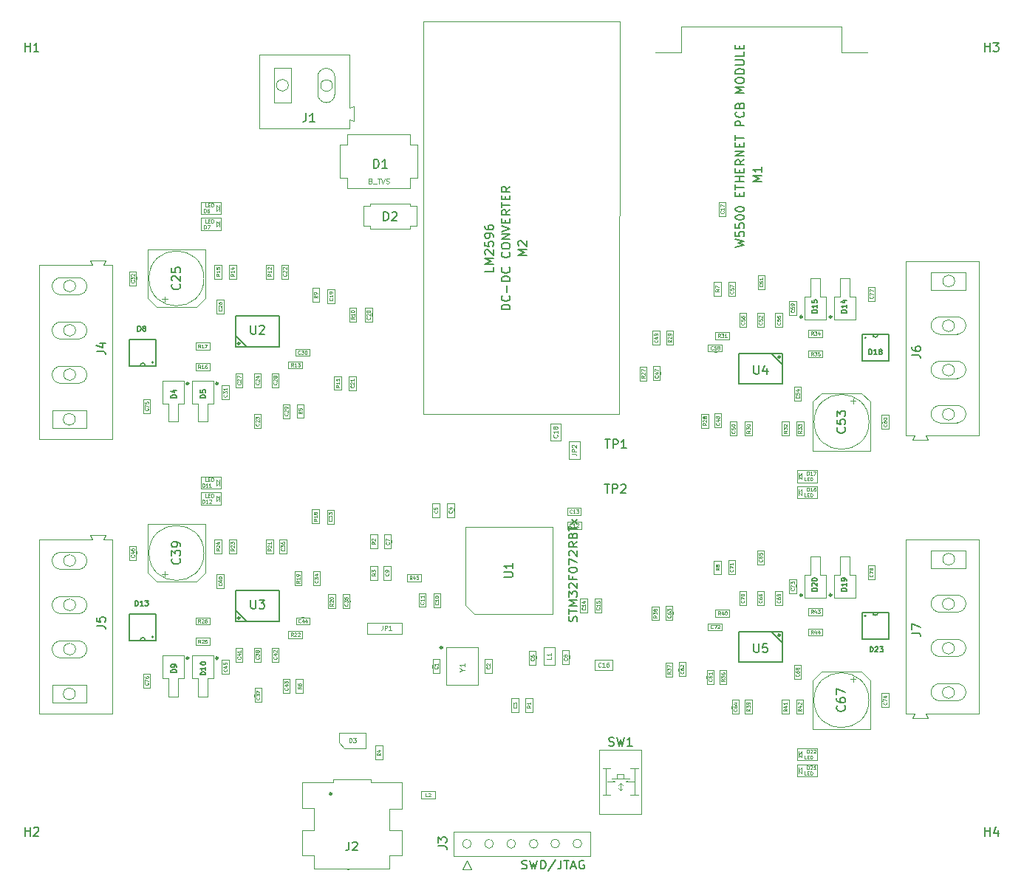
<source format=gbr>
%TF.GenerationSoftware,KiCad,Pcbnew,(5.1.9)-1*%
%TF.CreationDate,2021-03-04T00:36:31+01:00*%
%TF.ProjectId,IO_LINK,494f5f4c-494e-44b2-9e6b-696361645f70,rev?*%
%TF.SameCoordinates,Original*%
%TF.FileFunction,Other,Fab,Top*%
%FSLAX46Y46*%
G04 Gerber Fmt 4.6, Leading zero omitted, Abs format (unit mm)*
G04 Created by KiCad (PCBNEW (5.1.9)-1) date 2021-03-04 00:36:31*
%MOMM*%
%LPD*%
G01*
G04 APERTURE LIST*
%ADD10C,0.152400*%
%ADD11C,0.120000*%
%ADD12C,0.250000*%
%ADD13C,0.100000*%
%ADD14C,0.150000*%
%ADD15C,0.060000*%
%ADD16C,0.075000*%
%ADD17C,0.000100*%
%ADD18C,0.000010*%
%ADD19C,0.080000*%
G04 APERTURE END LIST*
D10*
%TO.C,D18*%
X150901520Y-88311340D02*
G75*
G03*
X150901520Y-88311340I-76200J0D01*
G01*
X153492320Y-90978340D02*
X153492320Y-87930340D01*
X150444320Y-90978340D02*
X153492320Y-90978340D01*
X150444320Y-87930340D02*
X150444320Y-90978340D01*
X153492320Y-87930340D02*
X150444320Y-87930340D01*
X151663520Y-87930340D02*
G75*
G03*
X152273120Y-87930340I304800J0D01*
G01*
D11*
%TO.C,J1*%
X91752200Y-63244800D02*
X92260200Y-63473400D01*
X92260200Y-61720800D02*
X91752200Y-61949400D01*
X92260200Y-61720800D02*
X92260200Y-63473400D01*
X91752200Y-55853400D02*
X91752200Y-61949400D01*
X81414400Y-55853400D02*
X91752200Y-55853400D01*
X91752200Y-64260800D02*
X91752200Y-63244800D01*
X81414400Y-64260800D02*
X91752200Y-64260800D01*
X81414400Y-55853400D02*
X81414400Y-64260800D01*
X84710674Y-59333200D02*
G75*
G03*
X84710674Y-59333200I-680074J0D01*
G01*
X83050600Y-61343200D02*
X83050600Y-57383200D01*
X83060600Y-57383200D02*
X85050600Y-57383200D01*
X85050600Y-57383200D02*
X85050600Y-61343200D01*
X85050600Y-61343200D02*
X83060600Y-61343200D01*
X88079645Y-58318305D02*
X88079800Y-60388600D01*
X90039799Y-58328599D02*
X90039800Y-60398600D01*
X89769874Y-59368600D02*
G75*
G03*
X89769874Y-59368600I-680074J0D01*
G01*
X88079645Y-58377705D02*
G75*
G02*
X90039799Y-58387999I980155J9705D01*
G01*
X90039800Y-60339495D02*
G75*
G02*
X88079646Y-60329201I-980155J-9705D01*
G01*
%TO.C,M1*%
X129743300Y-55562800D02*
X126746100Y-55562800D01*
X129743300Y-52565600D02*
X129743300Y-55562800D01*
X148082100Y-52565600D02*
X129743300Y-52565600D01*
X148082100Y-55562800D02*
X148082100Y-52565600D01*
X151053900Y-55562800D02*
X148082100Y-55562800D01*
D10*
%TO.C,U4*%
X136321920Y-90114740D02*
X136321920Y-90114740D01*
X141325720Y-90114740D02*
X136321920Y-90114740D01*
X141325720Y-90114740D02*
X141325720Y-90114740D01*
X141325720Y-93619940D02*
X141325720Y-90114740D01*
X141325720Y-93619940D02*
X141325720Y-93619940D01*
X136321920Y-93619940D02*
X141325720Y-93619940D01*
X136321920Y-93619940D02*
X136321920Y-93619940D01*
X136321920Y-90114740D02*
X136321920Y-93619940D01*
X140754220Y-93619940D02*
X140754220Y-93619940D01*
X140449420Y-93619940D02*
X140754220Y-93619940D01*
X140449420Y-93619940D02*
X140449420Y-93619940D01*
X140754220Y-93619940D02*
X140449420Y-93619940D01*
X140246220Y-93619940D02*
X140246220Y-93619940D01*
X139941420Y-93619940D02*
X140246220Y-93619940D01*
X139941420Y-93619940D02*
X139941420Y-93619940D01*
X140246220Y-93619940D02*
X139941420Y-93619940D01*
X139738220Y-93619940D02*
X139738220Y-93619940D01*
X139433420Y-93619940D02*
X139738220Y-93619940D01*
X139433420Y-93619940D02*
X139433420Y-93619940D01*
X139738220Y-93619940D02*
X139433420Y-93619940D01*
X139230220Y-93619940D02*
X139230220Y-93619940D01*
X138925420Y-93619940D02*
X139230220Y-93619940D01*
X138925420Y-93619940D02*
X138925420Y-93619940D01*
X139230220Y-93619940D02*
X138925420Y-93619940D01*
X138722220Y-93619940D02*
X138722220Y-93619940D01*
X138417420Y-93619940D02*
X138722220Y-93619940D01*
X138417420Y-93619940D02*
X138417420Y-93619940D01*
X138722220Y-93619940D02*
X138417420Y-93619940D01*
X138214220Y-93619940D02*
X138214220Y-93619940D01*
X137909420Y-93619940D02*
X138214220Y-93619940D01*
X137909420Y-93619940D02*
X137909420Y-93619940D01*
X138214220Y-93619940D02*
X137909420Y-93619940D01*
X137706220Y-93619940D02*
X137706220Y-93619940D01*
X137401420Y-93619940D02*
X137706220Y-93619940D01*
X137401420Y-93619940D02*
X137401420Y-93619940D01*
X137706220Y-93619940D02*
X137401420Y-93619940D01*
X137198220Y-93619940D02*
X137198220Y-93619940D01*
X136893420Y-93619940D02*
X137198220Y-93619940D01*
X136893420Y-93619940D02*
X136893420Y-93619940D01*
X137198220Y-93619940D02*
X136893420Y-93619940D01*
X136321920Y-93035740D02*
X136321920Y-93035740D01*
X136321920Y-92730940D02*
X136321920Y-93035740D01*
X136321920Y-92730940D02*
X136321920Y-92730940D01*
X136321920Y-93035740D02*
X136321920Y-92730940D01*
X136321920Y-92527740D02*
X136321920Y-92527740D01*
X136321920Y-92222940D02*
X136321920Y-92527740D01*
X136321920Y-92222940D02*
X136321920Y-92222940D01*
X136321920Y-92527740D02*
X136321920Y-92222940D01*
X136321920Y-92019740D02*
X136321920Y-92019740D01*
X136321920Y-91714940D02*
X136321920Y-92019740D01*
X136321920Y-91714940D02*
X136321920Y-91714940D01*
X136321920Y-92019740D02*
X136321920Y-91714940D01*
X136321920Y-91511740D02*
X136321920Y-91511740D01*
X136321920Y-91206940D02*
X136321920Y-91511740D01*
X136321920Y-91206940D02*
X136321920Y-91206940D01*
X136321920Y-91511740D02*
X136321920Y-91206940D01*
X136321920Y-91003740D02*
X136321920Y-91003740D01*
X136321920Y-90698940D02*
X136321920Y-91003740D01*
X136321920Y-90698940D02*
X136321920Y-90698940D01*
X136321920Y-91003740D02*
X136321920Y-90698940D01*
X136893420Y-90114740D02*
X136893420Y-90114740D01*
X137198220Y-90114740D02*
X136893420Y-90114740D01*
X137198220Y-90114740D02*
X137198220Y-90114740D01*
X136893420Y-90114740D02*
X137198220Y-90114740D01*
X137401420Y-90114740D02*
X137401420Y-90114740D01*
X137706220Y-90114740D02*
X137401420Y-90114740D01*
X137706220Y-90114740D02*
X137706220Y-90114740D01*
X137401420Y-90114740D02*
X137706220Y-90114740D01*
X137909420Y-90114740D02*
X137909420Y-90114740D01*
X138214220Y-90114740D02*
X137909420Y-90114740D01*
X138214220Y-90114740D02*
X138214220Y-90114740D01*
X137909420Y-90114740D02*
X138214220Y-90114740D01*
X138417420Y-90114740D02*
X138417420Y-90114740D01*
X138722220Y-90114740D02*
X138417420Y-90114740D01*
X138722220Y-90114740D02*
X138722220Y-90114740D01*
X138417420Y-90114740D02*
X138722220Y-90114740D01*
X138925420Y-90114740D02*
X138925420Y-90114740D01*
X139230220Y-90114740D02*
X138925420Y-90114740D01*
X139230220Y-90114740D02*
X139230220Y-90114740D01*
X138925420Y-90114740D02*
X139230220Y-90114740D01*
X139433420Y-90114740D02*
X139433420Y-90114740D01*
X139738220Y-90114740D02*
X139433420Y-90114740D01*
X139738220Y-90114740D02*
X139738220Y-90114740D01*
X139433420Y-90114740D02*
X139738220Y-90114740D01*
X139941420Y-90114740D02*
X139941420Y-90114740D01*
X140246220Y-90114740D02*
X139941420Y-90114740D01*
X140246220Y-90114740D02*
X140246220Y-90114740D01*
X139941420Y-90114740D02*
X140246220Y-90114740D01*
X140449420Y-90114740D02*
X140449420Y-90114740D01*
X140754220Y-90114740D02*
X140449420Y-90114740D01*
X140754220Y-90114740D02*
X140754220Y-90114740D01*
X140449420Y-90114740D02*
X140754220Y-90114740D01*
X141325720Y-90698940D02*
X141325720Y-90698940D01*
X141325720Y-91003740D02*
X141325720Y-90698940D01*
X141325720Y-91003740D02*
X141325720Y-91003740D01*
X141325720Y-90698940D02*
X141325720Y-91003740D01*
X141325720Y-91206940D02*
X141325720Y-91206940D01*
X141325720Y-91511740D02*
X141325720Y-91206940D01*
X141325720Y-91511740D02*
X141325720Y-91511740D01*
X141325720Y-91206940D02*
X141325720Y-91511740D01*
X141325720Y-91714940D02*
X141325720Y-91714940D01*
X141325720Y-92019740D02*
X141325720Y-91714940D01*
X141325720Y-92019740D02*
X141325720Y-92019740D01*
X141325720Y-91714940D02*
X141325720Y-92019740D01*
X141325720Y-92222940D02*
X141325720Y-92222940D01*
X141325720Y-92527740D02*
X141325720Y-92222940D01*
X141325720Y-92527740D02*
X141325720Y-92527740D01*
X141325720Y-92222940D02*
X141325720Y-92527740D01*
X141325720Y-92730940D02*
X141325720Y-92730940D01*
X141325720Y-93035740D02*
X141325720Y-92730940D01*
X141325720Y-93035740D02*
X141325720Y-93035740D01*
X141325720Y-92730940D02*
X141325720Y-93035740D01*
X140055720Y-90114740D02*
X141325720Y-91384740D01*
D12*
X141071012Y-90495740D02*
G75*
G03*
X141071012Y-90495740I-113592J0D01*
G01*
D10*
%TO.C,U2*%
X83671900Y-89332600D02*
X83671900Y-89332600D01*
X78668100Y-89332600D02*
X83671900Y-89332600D01*
X78668100Y-89332600D02*
X78668100Y-89332600D01*
X78668100Y-85827400D02*
X78668100Y-89332600D01*
X78668100Y-85827400D02*
X78668100Y-85827400D01*
X83671900Y-85827400D02*
X78668100Y-85827400D01*
X83671900Y-85827400D02*
X83671900Y-85827400D01*
X83671900Y-89332600D02*
X83671900Y-85827400D01*
X79239600Y-85827400D02*
X79239600Y-85827400D01*
X79544400Y-85827400D02*
X79239600Y-85827400D01*
X79544400Y-85827400D02*
X79544400Y-85827400D01*
X79239600Y-85827400D02*
X79544400Y-85827400D01*
X79747600Y-85827400D02*
X79747600Y-85827400D01*
X80052400Y-85827400D02*
X79747600Y-85827400D01*
X80052400Y-85827400D02*
X80052400Y-85827400D01*
X79747600Y-85827400D02*
X80052400Y-85827400D01*
X80255600Y-85827400D02*
X80255600Y-85827400D01*
X80560400Y-85827400D02*
X80255600Y-85827400D01*
X80560400Y-85827400D02*
X80560400Y-85827400D01*
X80255600Y-85827400D02*
X80560400Y-85827400D01*
X80763600Y-85827400D02*
X80763600Y-85827400D01*
X81068400Y-85827400D02*
X80763600Y-85827400D01*
X81068400Y-85827400D02*
X81068400Y-85827400D01*
X80763600Y-85827400D02*
X81068400Y-85827400D01*
X81271600Y-85827400D02*
X81271600Y-85827400D01*
X81576400Y-85827400D02*
X81271600Y-85827400D01*
X81576400Y-85827400D02*
X81576400Y-85827400D01*
X81271600Y-85827400D02*
X81576400Y-85827400D01*
X81779600Y-85827400D02*
X81779600Y-85827400D01*
X82084400Y-85827400D02*
X81779600Y-85827400D01*
X82084400Y-85827400D02*
X82084400Y-85827400D01*
X81779600Y-85827400D02*
X82084400Y-85827400D01*
X82287600Y-85827400D02*
X82287600Y-85827400D01*
X82592400Y-85827400D02*
X82287600Y-85827400D01*
X82592400Y-85827400D02*
X82592400Y-85827400D01*
X82287600Y-85827400D02*
X82592400Y-85827400D01*
X82795600Y-85827400D02*
X82795600Y-85827400D01*
X83100400Y-85827400D02*
X82795600Y-85827400D01*
X83100400Y-85827400D02*
X83100400Y-85827400D01*
X82795600Y-85827400D02*
X83100400Y-85827400D01*
X83671900Y-86411600D02*
X83671900Y-86411600D01*
X83671900Y-86716400D02*
X83671900Y-86411600D01*
X83671900Y-86716400D02*
X83671900Y-86716400D01*
X83671900Y-86411600D02*
X83671900Y-86716400D01*
X83671900Y-86919600D02*
X83671900Y-86919600D01*
X83671900Y-87224400D02*
X83671900Y-86919600D01*
X83671900Y-87224400D02*
X83671900Y-87224400D01*
X83671900Y-86919600D02*
X83671900Y-87224400D01*
X83671900Y-87427600D02*
X83671900Y-87427600D01*
X83671900Y-87732400D02*
X83671900Y-87427600D01*
X83671900Y-87732400D02*
X83671900Y-87732400D01*
X83671900Y-87427600D02*
X83671900Y-87732400D01*
X83671900Y-87935600D02*
X83671900Y-87935600D01*
X83671900Y-88240400D02*
X83671900Y-87935600D01*
X83671900Y-88240400D02*
X83671900Y-88240400D01*
X83671900Y-87935600D02*
X83671900Y-88240400D01*
X83671900Y-88443600D02*
X83671900Y-88443600D01*
X83671900Y-88748400D02*
X83671900Y-88443600D01*
X83671900Y-88748400D02*
X83671900Y-88748400D01*
X83671900Y-88443600D02*
X83671900Y-88748400D01*
X83100400Y-89332600D02*
X83100400Y-89332600D01*
X82795600Y-89332600D02*
X83100400Y-89332600D01*
X82795600Y-89332600D02*
X82795600Y-89332600D01*
X83100400Y-89332600D02*
X82795600Y-89332600D01*
X82592400Y-89332600D02*
X82592400Y-89332600D01*
X82287600Y-89332600D02*
X82592400Y-89332600D01*
X82287600Y-89332600D02*
X82287600Y-89332600D01*
X82592400Y-89332600D02*
X82287600Y-89332600D01*
X82084400Y-89332600D02*
X82084400Y-89332600D01*
X81779600Y-89332600D02*
X82084400Y-89332600D01*
X81779600Y-89332600D02*
X81779600Y-89332600D01*
X82084400Y-89332600D02*
X81779600Y-89332600D01*
X81576400Y-89332600D02*
X81576400Y-89332600D01*
X81271600Y-89332600D02*
X81576400Y-89332600D01*
X81271600Y-89332600D02*
X81271600Y-89332600D01*
X81576400Y-89332600D02*
X81271600Y-89332600D01*
X81068400Y-89332600D02*
X81068400Y-89332600D01*
X80763600Y-89332600D02*
X81068400Y-89332600D01*
X80763600Y-89332600D02*
X80763600Y-89332600D01*
X81068400Y-89332600D02*
X80763600Y-89332600D01*
X80560400Y-89332600D02*
X80560400Y-89332600D01*
X80255600Y-89332600D02*
X80560400Y-89332600D01*
X80255600Y-89332600D02*
X80255600Y-89332600D01*
X80560400Y-89332600D02*
X80255600Y-89332600D01*
X80052400Y-89332600D02*
X80052400Y-89332600D01*
X79747600Y-89332600D02*
X80052400Y-89332600D01*
X79747600Y-89332600D02*
X79747600Y-89332600D01*
X80052400Y-89332600D02*
X79747600Y-89332600D01*
X79544400Y-89332600D02*
X79544400Y-89332600D01*
X79239600Y-89332600D02*
X79544400Y-89332600D01*
X79239600Y-89332600D02*
X79239600Y-89332600D01*
X79544400Y-89332600D02*
X79239600Y-89332600D01*
X78668100Y-88748400D02*
X78668100Y-88748400D01*
X78668100Y-88443600D02*
X78668100Y-88748400D01*
X78668100Y-88443600D02*
X78668100Y-88443600D01*
X78668100Y-88748400D02*
X78668100Y-88443600D01*
X78668100Y-88240400D02*
X78668100Y-88240400D01*
X78668100Y-87935600D02*
X78668100Y-88240400D01*
X78668100Y-87935600D02*
X78668100Y-87935600D01*
X78668100Y-88240400D02*
X78668100Y-87935600D01*
X78668100Y-87732400D02*
X78668100Y-87732400D01*
X78668100Y-87427600D02*
X78668100Y-87732400D01*
X78668100Y-87427600D02*
X78668100Y-87427600D01*
X78668100Y-87732400D02*
X78668100Y-87427600D01*
X78668100Y-87224400D02*
X78668100Y-87224400D01*
X78668100Y-86919600D02*
X78668100Y-87224400D01*
X78668100Y-86919600D02*
X78668100Y-86919600D01*
X78668100Y-87224400D02*
X78668100Y-86919600D01*
X78668100Y-86716400D02*
X78668100Y-86716400D01*
X78668100Y-86411600D02*
X78668100Y-86716400D01*
X78668100Y-86411600D02*
X78668100Y-86411600D01*
X78668100Y-86716400D02*
X78668100Y-86411600D01*
X79938100Y-89332600D02*
X78668100Y-88062600D01*
D12*
X79149992Y-88951600D02*
G75*
G03*
X79149992Y-88951600I-113592J0D01*
G01*
D13*
%TO.C,L2*%
X101529300Y-140346600D02*
X101529300Y-141171600D01*
X101529300Y-141171600D02*
X99929300Y-141171600D01*
X99929300Y-141171600D02*
X99929300Y-140346600D01*
X99929300Y-140346600D02*
X101529300Y-140346600D01*
%TO.C,D3*%
X91150100Y-135385900D02*
X90500100Y-134735900D01*
X90500100Y-133585900D02*
X90500100Y-134735900D01*
X91150100Y-135385900D02*
X93600100Y-135385900D01*
X93600100Y-133585900D02*
X93600100Y-135385900D01*
X90500100Y-133585900D02*
X93600100Y-133585900D01*
D11*
%TO.C,J7*%
X161400955Y-122904725D02*
X159330660Y-122904880D01*
X161390661Y-124864879D02*
X159320660Y-124864880D01*
X161030734Y-123914880D02*
G75*
G03*
X161030734Y-123914880I-680074J0D01*
G01*
X161070734Y-113704880D02*
G75*
G03*
X161070734Y-113704880I-680074J0D01*
G01*
X158380660Y-112724880D02*
X162340660Y-112724880D01*
X158380660Y-114724880D02*
X158380660Y-112734880D01*
X162340660Y-114724880D02*
X158380660Y-114724880D01*
X162340660Y-112734880D02*
X162340660Y-114724880D01*
X156476660Y-131404880D02*
X156220460Y-131911280D01*
X157998460Y-131911280D02*
X157760660Y-131414880D01*
X163865860Y-111444880D02*
X163860660Y-131404880D01*
X163860660Y-131414880D02*
X157760660Y-131414880D01*
X157998460Y-131911280D02*
X156220460Y-131911280D01*
X155460660Y-131404880D02*
X156476660Y-131404880D01*
X155460660Y-111444880D02*
X155460660Y-131404880D01*
X163860660Y-111444880D02*
X155460660Y-111444880D01*
X161400955Y-127984725D02*
X159330660Y-127984880D01*
X161390661Y-129944879D02*
X159320660Y-129944880D01*
X161030734Y-128994880D02*
G75*
G03*
X161030734Y-128994880I-680074J0D01*
G01*
X161400955Y-117824725D02*
X159330660Y-117824880D01*
X161390661Y-119784879D02*
X159320660Y-119784880D01*
X161030734Y-118834880D02*
G75*
G03*
X161030734Y-118834880I-680074J0D01*
G01*
X161366955Y-122904725D02*
G75*
G02*
X161356661Y-124864879I9705J-980155D01*
G01*
X159354365Y-124864880D02*
G75*
G02*
X159364659Y-122904726I-9705J980155D01*
G01*
X161366955Y-127984725D02*
G75*
G02*
X161356661Y-129944879I9705J-980155D01*
G01*
X159354365Y-129944880D02*
G75*
G02*
X159364659Y-127984726I-9705J980155D01*
G01*
X161366955Y-117824725D02*
G75*
G02*
X161356661Y-119784879I9705J-980155D01*
G01*
X159354365Y-119784880D02*
G75*
G02*
X159364659Y-117824726I-9705J980155D01*
G01*
%TO.C,J6*%
X161406315Y-90993085D02*
X159336020Y-90993240D01*
X161396021Y-92953239D02*
X159326020Y-92953240D01*
X161036094Y-92003240D02*
G75*
G03*
X161036094Y-92003240I-680074J0D01*
G01*
X161076094Y-81793240D02*
G75*
G03*
X161076094Y-81793240I-680074J0D01*
G01*
X158386020Y-80813240D02*
X162346020Y-80813240D01*
X158386020Y-82813240D02*
X158386020Y-80823240D01*
X162346020Y-82813240D02*
X158386020Y-82813240D01*
X162346020Y-80823240D02*
X162346020Y-82813240D01*
X156482020Y-99493240D02*
X156225820Y-99999640D01*
X158003820Y-99999640D02*
X157766020Y-99503240D01*
X163871220Y-79533240D02*
X163866020Y-99493240D01*
X163866020Y-99503240D02*
X157766020Y-99503240D01*
X158003820Y-99999640D02*
X156225820Y-99999640D01*
X155466020Y-99493240D02*
X156482020Y-99493240D01*
X155466020Y-79533240D02*
X155466020Y-99493240D01*
X163866020Y-79533240D02*
X155466020Y-79533240D01*
X161406315Y-96073085D02*
X159336020Y-96073240D01*
X161396021Y-98033239D02*
X159326020Y-98033240D01*
X161036094Y-97083240D02*
G75*
G03*
X161036094Y-97083240I-680074J0D01*
G01*
X161406315Y-85913085D02*
X159336020Y-85913240D01*
X161396021Y-87873239D02*
X159326020Y-87873240D01*
X161036094Y-86923240D02*
G75*
G03*
X161036094Y-86923240I-680074J0D01*
G01*
X161372315Y-90993085D02*
G75*
G02*
X161362021Y-92953239I9705J-980155D01*
G01*
X159359725Y-92953240D02*
G75*
G02*
X159370019Y-90993086I-9705J980155D01*
G01*
X161372315Y-96073085D02*
G75*
G02*
X161362021Y-98033239I9705J-980155D01*
G01*
X159359725Y-98033240D02*
G75*
G02*
X159370019Y-96073086I-9705J980155D01*
G01*
X161372315Y-85913085D02*
G75*
G02*
X161362021Y-87873239I9705J-980155D01*
G01*
X159359725Y-87873240D02*
G75*
G02*
X159370019Y-85913086I-9705J980155D01*
G01*
D13*
%TO.C,J3*%
X105673900Y-146356700D02*
G75*
G03*
X105673900Y-146356700I-500000J0D01*
G01*
X108213900Y-146356700D02*
G75*
G03*
X108213900Y-146356700I-500000J0D01*
G01*
X110753900Y-146356700D02*
G75*
G03*
X110753900Y-146356700I-500000J0D01*
G01*
X113319300Y-146356700D02*
G75*
G03*
X113319300Y-146356700I-500000J0D01*
G01*
X115783100Y-146331300D02*
G75*
G03*
X115783100Y-146331300I-500000J0D01*
G01*
X118323100Y-146331300D02*
G75*
G03*
X118323100Y-146331300I-500000J0D01*
G01*
D11*
X103675300Y-147779100D02*
X103675300Y-144985100D01*
X103675300Y-144985100D02*
X119296300Y-144985100D01*
X119296300Y-144985100D02*
X119296300Y-147779100D01*
X119296300Y-147779100D02*
X103675300Y-147779100D01*
X105199300Y-148261700D02*
X105707300Y-149252300D01*
X105707300Y-149252300D02*
X104691300Y-149252300D01*
X105199300Y-148261700D02*
X104691300Y-149252300D01*
D13*
%TO.C,C42*%
X82804200Y-123864200D02*
X83604200Y-123864200D01*
X83604200Y-123864200D02*
X83604200Y-125464200D01*
X83604200Y-125464200D02*
X82804200Y-125464200D01*
X82804200Y-125464200D02*
X82804200Y-123864200D01*
%TO.C,C78*%
X151918460Y-114410780D02*
X151918460Y-116010780D01*
X151118460Y-114410780D02*
X151918460Y-114410780D01*
X151118460Y-116010780D02*
X151118460Y-114410780D01*
X151918460Y-116010780D02*
X151118460Y-116010780D01*
%TO.C,C77*%
X151923820Y-82494840D02*
X151923820Y-84094840D01*
X151123820Y-82494840D02*
X151923820Y-82494840D01*
X151123820Y-84094840D02*
X151123820Y-82494840D01*
X151923820Y-84094840D02*
X151123820Y-84094840D01*
%TO.C,C76*%
X68072200Y-128448700D02*
X68072200Y-126848700D01*
X68872200Y-128448700D02*
X68072200Y-128448700D01*
X68872200Y-126848700D02*
X68872200Y-128448700D01*
X68072200Y-126848700D02*
X68872200Y-126848700D01*
%TO.C,C75*%
X68072200Y-96948700D02*
X68072200Y-95348700D01*
X68872200Y-96948700D02*
X68072200Y-96948700D01*
X68872200Y-95348700D02*
X68872200Y-96948700D01*
X68072200Y-95348700D02*
X68872200Y-95348700D01*
%TO.C,R41*%
X142088460Y-129841280D02*
X142088460Y-131441280D01*
X141263460Y-129841280D02*
X142088460Y-129841280D01*
X141263460Y-131441280D02*
X141263460Y-129841280D01*
X142088460Y-131441280D02*
X141263460Y-131441280D01*
%TO.C,R42*%
X143739460Y-131441280D02*
X142914460Y-131441280D01*
X142914460Y-131441280D02*
X142914460Y-129841280D01*
X142914460Y-129841280D02*
X143739460Y-129841280D01*
X143739460Y-129841280D02*
X143739460Y-131441280D01*
%TO.C,D22*%
X145302460Y-136802280D02*
X143002460Y-136802280D01*
X143002460Y-136802280D02*
X143002460Y-135402280D01*
X143002460Y-135402280D02*
X145302460Y-135402280D01*
X145302460Y-135402280D02*
X145302460Y-136802280D01*
X143191260Y-135777680D02*
X143191260Y-136427680D01*
X143541260Y-135777680D02*
X143191260Y-136127680D01*
X143541260Y-136427680D02*
X143541260Y-135777680D01*
X143191260Y-136127680D02*
X143541260Y-136427680D01*
%TO.C,D21*%
X143191260Y-137969180D02*
X143541260Y-138269180D01*
X143541260Y-138269180D02*
X143541260Y-137619180D01*
X143541260Y-137619180D02*
X143191260Y-137969180D01*
X143191260Y-137619180D02*
X143191260Y-138269180D01*
X145302460Y-137243780D02*
X145302460Y-138643780D01*
X143002460Y-137243780D02*
X145302460Y-137243780D01*
X143002460Y-138643780D02*
X143002460Y-137243780D01*
X145302460Y-138643780D02*
X143002460Y-138643780D01*
D10*
%TO.C,D23*%
X153486960Y-119846280D02*
X150438960Y-119846280D01*
X150438960Y-119846280D02*
X150438960Y-122894280D01*
X150438960Y-122894280D02*
X153486960Y-122894280D01*
X153486960Y-122894280D02*
X153486960Y-119846280D01*
X150896160Y-120227280D02*
G75*
G03*
X150896160Y-120227280I-76200J0D01*
G01*
X151658160Y-119846280D02*
G75*
G03*
X152267760Y-119846280I304800J0D01*
G01*
%TO.C,D13*%
X66505300Y-123013100D02*
X69553300Y-123013100D01*
X69553300Y-123013100D02*
X69553300Y-119965100D01*
X69553300Y-119965100D02*
X66505300Y-119965100D01*
X66505300Y-119965100D02*
X66505300Y-123013100D01*
X69248500Y-122632100D02*
G75*
G03*
X69248500Y-122632100I-76200J0D01*
G01*
X68334100Y-123013100D02*
G75*
G03*
X67724500Y-123013100I-304800J0D01*
G01*
%TO.C,D8*%
X66505300Y-91513100D02*
X69553300Y-91513100D01*
X69553300Y-91513100D02*
X69553300Y-88465100D01*
X69553300Y-88465100D02*
X66505300Y-88465100D01*
X66505300Y-88465100D02*
X66505300Y-91513100D01*
X69248500Y-91132100D02*
G75*
G03*
X69248500Y-91132100I-76200J0D01*
G01*
X68334100Y-91513100D02*
G75*
G03*
X67724500Y-91513100I-304800J0D01*
G01*
D11*
%TO.C,J5*%
X58593705Y-119953255D02*
X60664000Y-119953100D01*
X58603999Y-117993101D02*
X60674000Y-117993100D01*
X60324074Y-118943100D02*
G75*
G03*
X60324074Y-118943100I-680074J0D01*
G01*
X60284074Y-129153100D02*
G75*
G03*
X60284074Y-129153100I-680074J0D01*
G01*
X61614000Y-130133100D02*
X57654000Y-130133100D01*
X61614000Y-128133100D02*
X61614000Y-130123100D01*
X57654000Y-128133100D02*
X61614000Y-128133100D01*
X57654000Y-130123100D02*
X57654000Y-128133100D01*
X63518000Y-111453100D02*
X63774200Y-110946700D01*
X61996200Y-110946700D02*
X62234000Y-111443100D01*
X56128800Y-131413100D02*
X56134000Y-111453100D01*
X56134000Y-111443100D02*
X62234000Y-111443100D01*
X61996200Y-110946700D02*
X63774200Y-110946700D01*
X64534000Y-111453100D02*
X63518000Y-111453100D01*
X64534000Y-131413100D02*
X64534000Y-111453100D01*
X56134000Y-131413100D02*
X64534000Y-131413100D01*
X58593705Y-114873255D02*
X60664000Y-114873100D01*
X58603999Y-112913101D02*
X60674000Y-112913100D01*
X60324074Y-113863100D02*
G75*
G03*
X60324074Y-113863100I-680074J0D01*
G01*
X58593705Y-125033255D02*
X60664000Y-125033100D01*
X58603999Y-123073101D02*
X60674000Y-123073100D01*
X60324074Y-124023100D02*
G75*
G03*
X60324074Y-124023100I-680074J0D01*
G01*
X60640295Y-123073100D02*
G75*
G02*
X60630001Y-125033254I9705J-980155D01*
G01*
X58627705Y-125033255D02*
G75*
G02*
X58637999Y-123073101I-9705J980155D01*
G01*
X60640295Y-112913100D02*
G75*
G02*
X60630001Y-114873254I9705J-980155D01*
G01*
X58627705Y-114873255D02*
G75*
G02*
X58637999Y-112913101I-9705J980155D01*
G01*
X60640295Y-117993100D02*
G75*
G02*
X60630001Y-119953254I9705J-980155D01*
G01*
X58627705Y-119953255D02*
G75*
G02*
X58637999Y-117993101I-9705J980155D01*
G01*
%TO.C,J4*%
X58593705Y-88453255D02*
X60664000Y-88453100D01*
X58603999Y-86493101D02*
X60674000Y-86493100D01*
X60324074Y-87443100D02*
G75*
G03*
X60324074Y-87443100I-680074J0D01*
G01*
X60284074Y-97653100D02*
G75*
G03*
X60284074Y-97653100I-680074J0D01*
G01*
X61614000Y-98633100D02*
X57654000Y-98633100D01*
X61614000Y-96633100D02*
X61614000Y-98623100D01*
X57654000Y-96633100D02*
X61614000Y-96633100D01*
X57654000Y-98623100D02*
X57654000Y-96633100D01*
X63518000Y-79953100D02*
X63774200Y-79446700D01*
X61996200Y-79446700D02*
X62234000Y-79943100D01*
X56128800Y-99913100D02*
X56134000Y-79953100D01*
X56134000Y-79943100D02*
X62234000Y-79943100D01*
X61996200Y-79446700D02*
X63774200Y-79446700D01*
X64534000Y-79953100D02*
X63518000Y-79953100D01*
X64534000Y-99913100D02*
X64534000Y-79953100D01*
X56134000Y-99913100D02*
X64534000Y-99913100D01*
X58593705Y-83373255D02*
X60664000Y-83373100D01*
X58603999Y-81413101D02*
X60674000Y-81413100D01*
X60324074Y-82363100D02*
G75*
G03*
X60324074Y-82363100I-680074J0D01*
G01*
X58593705Y-93533255D02*
X60664000Y-93533100D01*
X58603999Y-91573101D02*
X60674000Y-91573100D01*
X60324074Y-92523100D02*
G75*
G03*
X60324074Y-92523100I-680074J0D01*
G01*
X60640295Y-91573100D02*
G75*
G02*
X60630001Y-93533254I9705J-980155D01*
G01*
X58627705Y-93533255D02*
G75*
G02*
X58637999Y-91573101I-9705J980155D01*
G01*
X60640295Y-81413100D02*
G75*
G02*
X60630001Y-83373254I9705J-980155D01*
G01*
X58627705Y-83373255D02*
G75*
G02*
X58637999Y-81413101I-9705J980155D01*
G01*
X60640295Y-86493100D02*
G75*
G02*
X60630001Y-88453254I9705J-980155D01*
G01*
X58627705Y-88453255D02*
G75*
G02*
X58637999Y-86493101I-9705J980155D01*
G01*
D13*
%TO.C,R45*%
X99919300Y-115416600D02*
X99919300Y-116241600D01*
X99919300Y-116241600D02*
X98319300Y-116241600D01*
X98319300Y-116241600D02*
X98319300Y-115416600D01*
X98319300Y-115416600D02*
X99919300Y-115416600D01*
%TO.C,C1*%
X101256300Y-126771100D02*
X101256300Y-125171100D01*
X102056300Y-126771100D02*
X101256300Y-126771100D01*
X102056300Y-125171100D02*
X102056300Y-126771100D01*
X101256300Y-125171100D02*
X102056300Y-125171100D01*
%TO.C,C2*%
X108025300Y-126771100D02*
X107225300Y-126771100D01*
X107225300Y-126771100D02*
X107225300Y-125171100D01*
X107225300Y-125171100D02*
X108025300Y-125171100D01*
X108025300Y-125171100D02*
X108025300Y-126771100D01*
%TO.C,C3*%
X110289300Y-131249100D02*
X110289300Y-129649100D01*
X111089300Y-131249100D02*
X110289300Y-131249100D01*
X111089300Y-129649100D02*
X111089300Y-131249100D01*
X110289300Y-129649100D02*
X111089300Y-129649100D01*
%TO.C,C4*%
X103701900Y-108877300D02*
X102901900Y-108877300D01*
X102901900Y-108877300D02*
X102901900Y-107277300D01*
X102901900Y-107277300D02*
X103701900Y-107277300D01*
X103701900Y-107277300D02*
X103701900Y-108877300D01*
%TO.C,C5*%
X102025500Y-108877300D02*
X101225500Y-108877300D01*
X101225500Y-108877300D02*
X101225500Y-107277300D01*
X101225500Y-107277300D02*
X102025500Y-107277300D01*
X102025500Y-107277300D02*
X102025500Y-108877300D01*
%TO.C,C6*%
X113082620Y-124203620D02*
X113082620Y-125803620D01*
X112282620Y-124203620D02*
X113082620Y-124203620D01*
X112282620Y-125803620D02*
X112282620Y-124203620D01*
X113082620Y-125803620D02*
X112282620Y-125803620D01*
%TO.C,C7*%
X96488300Y-112484100D02*
X95688300Y-112484100D01*
X95688300Y-112484100D02*
X95688300Y-110884100D01*
X95688300Y-110884100D02*
X96488300Y-110884100D01*
X96488300Y-110884100D02*
X96488300Y-112484100D01*
%TO.C,C8*%
X116892620Y-124178220D02*
X116892620Y-125778220D01*
X116092620Y-124178220D02*
X116892620Y-124178220D01*
X116092620Y-125778220D02*
X116092620Y-124178220D01*
X116892620Y-125778220D02*
X116092620Y-125778220D01*
%TO.C,C9*%
X95627340Y-116065500D02*
X95627340Y-114465500D01*
X96427340Y-116065500D02*
X95627340Y-116065500D01*
X96427340Y-114465500D02*
X96427340Y-116065500D01*
X95627340Y-114465500D02*
X96427340Y-114465500D01*
%TO.C,C10*%
X102127100Y-117615100D02*
X102127100Y-119215100D01*
X101327100Y-117615100D02*
X102127100Y-117615100D01*
X101327100Y-119215100D02*
X101327100Y-117615100D01*
X102127100Y-119215100D02*
X101327100Y-119215100D01*
%TO.C,C11*%
X100450700Y-117589700D02*
X100450700Y-119189700D01*
X99650700Y-117589700D02*
X100450700Y-117589700D01*
X99650700Y-119189700D02*
X99650700Y-117589700D01*
X100450700Y-119189700D02*
X99650700Y-119189700D01*
%TO.C,C12*%
X116659860Y-110222280D02*
X116659860Y-109422280D01*
X116659860Y-109422280D02*
X118259860Y-109422280D01*
X118259860Y-109422280D02*
X118259860Y-110222280D01*
X118259860Y-110222280D02*
X116659860Y-110222280D01*
%TO.C,C13*%
X116657320Y-108632240D02*
X116657320Y-107832240D01*
X116657320Y-107832240D02*
X118257320Y-107832240D01*
X118257320Y-107832240D02*
X118257320Y-108632240D01*
X118257320Y-108632240D02*
X116657320Y-108632240D01*
%TO.C,C14*%
X118159300Y-118209100D02*
X118959300Y-118209100D01*
X118959300Y-118209100D02*
X118959300Y-119809100D01*
X118959300Y-119809100D02*
X118159300Y-119809100D01*
X118159300Y-119809100D02*
X118159300Y-118209100D01*
%TO.C,C15*%
X119809300Y-119819100D02*
X119809300Y-118219100D01*
X120609300Y-119819100D02*
X119809300Y-119819100D01*
X120609300Y-118219100D02*
X120609300Y-119819100D01*
X119809300Y-118219100D02*
X120609300Y-118219100D01*
%TO.C,C16*%
X121839300Y-126464100D02*
X119839300Y-126464100D01*
X121839300Y-125214100D02*
X121839300Y-126464100D01*
X119839300Y-125214100D02*
X121839300Y-125214100D01*
X119839300Y-126464100D02*
X119839300Y-125214100D01*
%TO.C,C17*%
X134039300Y-74349100D02*
X134039300Y-72749100D01*
X134839300Y-74349100D02*
X134039300Y-74349100D01*
X134839300Y-72749100D02*
X134839300Y-74349100D01*
X134039300Y-72749100D02*
X134839300Y-72749100D01*
%TO.C,C18*%
X115953800Y-100123800D02*
X114703800Y-100123800D01*
X114703800Y-100123800D02*
X114703800Y-98123800D01*
X114703800Y-98123800D02*
X115953800Y-98123800D01*
X115953800Y-98123800D02*
X115953800Y-100123800D01*
%TO.C,C19*%
X90011300Y-82715500D02*
X90011300Y-84315500D01*
X89211300Y-82715500D02*
X90011300Y-82715500D01*
X89211300Y-84315500D02*
X89211300Y-82715500D01*
X90011300Y-84315500D02*
X89211300Y-84315500D01*
%TO.C,C20*%
X94303900Y-86474500D02*
X93503900Y-86474500D01*
X93503900Y-86474500D02*
X93503900Y-84874500D01*
X93503900Y-84874500D02*
X94303900Y-84874500D01*
X94303900Y-84874500D02*
X94303900Y-86474500D01*
%TO.C,C21*%
X91649700Y-94323100D02*
X91649700Y-92723100D01*
X92449700Y-94323100D02*
X91649700Y-94323100D01*
X92449700Y-92723100D02*
X92449700Y-94323100D01*
X91649700Y-92723100D02*
X92449700Y-92723100D01*
%TO.C,C22*%
X84702700Y-79921500D02*
X84702700Y-81521500D01*
X83902700Y-79921500D02*
X84702700Y-79921500D01*
X83902700Y-81521500D02*
X83902700Y-79921500D01*
X84702700Y-81521500D02*
X83902700Y-81521500D01*
%TO.C,C23*%
X80772200Y-97080000D02*
X81572200Y-97080000D01*
X81572200Y-97080000D02*
X81572200Y-98680000D01*
X81572200Y-98680000D02*
X80772200Y-98680000D01*
X80772200Y-98680000D02*
X80772200Y-97080000D01*
%TO.C,C24*%
X80772200Y-92364200D02*
X81572200Y-92364200D01*
X81572200Y-92364200D02*
X81572200Y-93964200D01*
X81572200Y-93964200D02*
X80772200Y-93964200D01*
X80772200Y-93964200D02*
X80772200Y-92364200D01*
%TO.C,C25*%
X70243500Y-83882738D02*
X70873500Y-83882738D01*
X70558500Y-84197738D02*
X70558500Y-83567738D01*
X74188500Y-84792900D02*
X75188500Y-83792900D01*
X69588500Y-84792900D02*
X68588500Y-83792900D01*
X69588500Y-84792900D02*
X74188500Y-84792900D01*
X75188500Y-83792900D02*
X75188500Y-78192900D01*
X68588500Y-83792900D02*
X68588500Y-78192900D01*
X68588500Y-78192900D02*
X75188500Y-78192900D01*
X75038500Y-81492900D02*
G75*
G03*
X75038500Y-81492900I-3150000J0D01*
G01*
%TO.C,C26*%
X77317700Y-83918700D02*
X77317700Y-85518700D01*
X76517700Y-83918700D02*
X77317700Y-83918700D01*
X76517700Y-85518700D02*
X76517700Y-83918700D01*
X77317700Y-85518700D02*
X76517700Y-85518700D01*
%TO.C,C27*%
X78674000Y-92363100D02*
X79474000Y-92363100D01*
X79474000Y-92363100D02*
X79474000Y-93963100D01*
X79474000Y-93963100D02*
X78674000Y-93963100D01*
X78674000Y-93963100D02*
X78674000Y-92363100D01*
%TO.C,C28*%
X82804200Y-92364200D02*
X83604200Y-92364200D01*
X83604200Y-92364200D02*
X83604200Y-93964200D01*
X83604200Y-93964200D02*
X82804200Y-93964200D01*
X82804200Y-93964200D02*
X82804200Y-92364200D01*
%TO.C,C29*%
X84074200Y-97519100D02*
X84074200Y-95919100D01*
X84874200Y-97519100D02*
X84074200Y-97519100D01*
X84874200Y-95919100D02*
X84874200Y-97519100D01*
X84074200Y-95919100D02*
X84874200Y-95919100D01*
%TO.C,C30*%
X87134700Y-89592500D02*
X87134700Y-90392500D01*
X87134700Y-90392500D02*
X85534700Y-90392500D01*
X85534700Y-90392500D02*
X85534700Y-89592500D01*
X85534700Y-89592500D02*
X87134700Y-89592500D01*
%TO.C,C31*%
X77084000Y-93763100D02*
X77884000Y-93763100D01*
X77884000Y-93763100D02*
X77884000Y-95363100D01*
X77884000Y-95363100D02*
X77084000Y-95363100D01*
X77084000Y-95363100D02*
X77084000Y-93763100D01*
%TO.C,C32*%
X67284700Y-82280200D02*
X66484700Y-82280200D01*
X66484700Y-82280200D02*
X66484700Y-80680200D01*
X66484700Y-80680200D02*
X67284700Y-80680200D01*
X67284700Y-80680200D02*
X67284700Y-82280200D01*
%TO.C,C33*%
X89935100Y-108038200D02*
X89935100Y-109638200D01*
X89135100Y-108038200D02*
X89935100Y-108038200D01*
X89135100Y-109638200D02*
X89135100Y-108038200D01*
X89935100Y-109638200D02*
X89135100Y-109638200D01*
%TO.C,C34*%
X88334900Y-116700500D02*
X87534900Y-116700500D01*
X87534900Y-116700500D02*
X87534900Y-115100500D01*
X87534900Y-115100500D02*
X88334900Y-115100500D01*
X88334900Y-115100500D02*
X88334900Y-116700500D01*
%TO.C,C35*%
X91738500Y-119342100D02*
X90938500Y-119342100D01*
X90938500Y-119342100D02*
X90938500Y-117742100D01*
X90938500Y-117742100D02*
X91738500Y-117742100D01*
X91738500Y-117742100D02*
X91738500Y-119342100D01*
%TO.C,C36*%
X84499500Y-111417500D02*
X84499500Y-113017500D01*
X83699500Y-111417500D02*
X84499500Y-111417500D01*
X83699500Y-113017500D02*
X83699500Y-111417500D01*
X84499500Y-113017500D02*
X83699500Y-113017500D01*
%TO.C,C37*%
X80842000Y-128499000D02*
X81642000Y-128499000D01*
X81642000Y-128499000D02*
X81642000Y-130099000D01*
X81642000Y-130099000D02*
X80842000Y-130099000D01*
X80842000Y-130099000D02*
X80842000Y-128499000D01*
%TO.C,C38*%
X80772200Y-125464200D02*
X80772200Y-123864200D01*
X81572200Y-125464200D02*
X80772200Y-125464200D01*
X81572200Y-123864200D02*
X81572200Y-125464200D01*
X80772200Y-123864200D02*
X81572200Y-123864200D01*
%TO.C,C39*%
X70243500Y-115382738D02*
X70873500Y-115382738D01*
X70558500Y-115697738D02*
X70558500Y-115067738D01*
X74188500Y-116292900D02*
X75188500Y-115292900D01*
X69588500Y-116292900D02*
X68588500Y-115292900D01*
X69588500Y-116292900D02*
X74188500Y-116292900D01*
X75188500Y-115292900D02*
X75188500Y-109692900D01*
X68588500Y-115292900D02*
X68588500Y-109692900D01*
X68588500Y-109692900D02*
X75188500Y-109692900D01*
X75038500Y-112992900D02*
G75*
G03*
X75038500Y-112992900I-3150000J0D01*
G01*
%TO.C,C40*%
X77317700Y-115418700D02*
X77317700Y-117018700D01*
X76517700Y-115418700D02*
X77317700Y-115418700D01*
X76517700Y-117018700D02*
X76517700Y-115418700D01*
X77317700Y-117018700D02*
X76517700Y-117018700D01*
%TO.C,C41*%
X78676700Y-125464200D02*
X78676700Y-123864200D01*
X79476700Y-125464200D02*
X78676700Y-125464200D01*
X79476700Y-123864200D02*
X79476700Y-125464200D01*
X78676700Y-123864200D02*
X79476700Y-123864200D01*
%TO.C,C43*%
X84074200Y-127419100D02*
X84874200Y-127419100D01*
X84874200Y-127419100D02*
X84874200Y-129019100D01*
X84874200Y-129019100D02*
X84074200Y-129019100D01*
X84074200Y-129019100D02*
X84074200Y-127419100D01*
%TO.C,C44*%
X85579200Y-120390700D02*
X87179200Y-120390700D01*
X85579200Y-121190700D02*
X85579200Y-120390700D01*
X87179200Y-121190700D02*
X85579200Y-121190700D01*
X87179200Y-120390700D02*
X87179200Y-121190700D01*
%TO.C,C45*%
X77089200Y-125261200D02*
X77889200Y-125261200D01*
X77889200Y-125261200D02*
X77889200Y-126861200D01*
X77889200Y-126861200D02*
X77089200Y-126861200D01*
X77089200Y-126861200D02*
X77089200Y-125261200D01*
%TO.C,C46*%
X67284700Y-113780200D02*
X66484700Y-113780200D01*
X66484700Y-113780200D02*
X66484700Y-112180200D01*
X66484700Y-112180200D02*
X67284700Y-112180200D01*
X67284700Y-112180200D02*
X67284700Y-113780200D01*
%TO.C,C47*%
X127313740Y-91587720D02*
X127313740Y-93187720D01*
X126513740Y-91587720D02*
X127313740Y-91587720D01*
X126513740Y-93187720D02*
X126513740Y-91587720D01*
X127313740Y-93187720D02*
X126513740Y-93187720D01*
%TO.C,C48*%
X133529300Y-97009100D02*
X134329300Y-97009100D01*
X134329300Y-97009100D02*
X134329300Y-98609100D01*
X134329300Y-98609100D02*
X133529300Y-98609100D01*
X133529300Y-98609100D02*
X133529300Y-97009100D01*
%TO.C,C49*%
X127259300Y-89109100D02*
X126459300Y-89109100D01*
X126459300Y-89109100D02*
X126459300Y-87509100D01*
X126459300Y-87509100D02*
X127259300Y-87509100D01*
X127259300Y-87509100D02*
X127259300Y-89109100D01*
%TO.C,C50*%
X135307220Y-99527560D02*
X135307220Y-97927560D01*
X136107220Y-99527560D02*
X135307220Y-99527560D01*
X136107220Y-97927560D02*
X136107220Y-99527560D01*
X135307220Y-97927560D02*
X136107220Y-97927560D01*
%TO.C,C51*%
X139300000Y-82728000D02*
X138500000Y-82728000D01*
X138500000Y-82728000D02*
X138500000Y-81128000D01*
X138500000Y-81128000D02*
X139300000Y-81128000D01*
X139300000Y-81128000D02*
X139300000Y-82728000D01*
%TO.C,C52*%
X139223820Y-87079340D02*
X138423820Y-87079340D01*
X138423820Y-87079340D02*
X138423820Y-85479340D01*
X138423820Y-85479340D02*
X139223820Y-85479340D01*
X139223820Y-85479340D02*
X139223820Y-87079340D01*
%TO.C,C53*%
X151257520Y-97950640D02*
G75*
G03*
X151257520Y-97950640I-3150000J0D01*
G01*
X151407520Y-101250640D02*
X144807520Y-101250640D01*
X151407520Y-95650640D02*
X151407520Y-101250640D01*
X144807520Y-95650640D02*
X144807520Y-101250640D01*
X150407520Y-94650640D02*
X145807520Y-94650640D01*
X150407520Y-94650640D02*
X151407520Y-95650640D01*
X145807520Y-94650640D02*
X144807520Y-95650640D01*
X149437520Y-95245802D02*
X149437520Y-95875802D01*
X149752520Y-95560802D02*
X149122520Y-95560802D01*
%TO.C,C54*%
X142678320Y-95524840D02*
X142678320Y-93924840D01*
X143478320Y-95524840D02*
X142678320Y-95524840D01*
X143478320Y-93924840D02*
X143478320Y-95524840D01*
X142678320Y-93924840D02*
X143478320Y-93924840D01*
%TO.C,C55*%
X141319320Y-87079340D02*
X140519320Y-87079340D01*
X140519320Y-87079340D02*
X140519320Y-85479340D01*
X140519320Y-85479340D02*
X141319320Y-85479340D01*
X141319320Y-85479340D02*
X141319320Y-87079340D01*
%TO.C,C56*%
X137191820Y-87079340D02*
X136391820Y-87079340D01*
X136391820Y-87079340D02*
X136391820Y-85479340D01*
X136391820Y-85479340D02*
X137191820Y-85479340D01*
X137191820Y-85479340D02*
X137191820Y-87079340D01*
%TO.C,C57*%
X135921820Y-81923340D02*
X135921820Y-83523340D01*
X135121820Y-81923340D02*
X135921820Y-81923340D01*
X135121820Y-83523340D02*
X135121820Y-81923340D01*
X135921820Y-83523340D02*
X135121820Y-83523340D01*
%TO.C,C58*%
X134416820Y-89881960D02*
X132816820Y-89881960D01*
X134416820Y-89081960D02*
X134416820Y-89881960D01*
X132816820Y-89081960D02*
X134416820Y-89081960D01*
X132816820Y-89881960D02*
X132816820Y-89081960D01*
%TO.C,C59*%
X142906820Y-84082340D02*
X142906820Y-85682340D01*
X142106820Y-84082340D02*
X142906820Y-84082340D01*
X142106820Y-85682340D02*
X142106820Y-84082340D01*
X142906820Y-85682340D02*
X142106820Y-85682340D01*
%TO.C,C60*%
X152711320Y-97163340D02*
X153511320Y-97163340D01*
X153511320Y-97163340D02*
X153511320Y-98763340D01*
X153511320Y-98763340D02*
X152711320Y-98763340D01*
X152711320Y-98763340D02*
X152711320Y-97163340D01*
%TO.C,C61*%
X132669300Y-127999100D02*
X132669300Y-126399100D01*
X133469300Y-127999100D02*
X132669300Y-127999100D01*
X133469300Y-126399100D02*
X133469300Y-127999100D01*
X132669300Y-126399100D02*
X133469300Y-126399100D01*
%TO.C,C62*%
X129439300Y-127119100D02*
X129439300Y-125519100D01*
X130239300Y-127119100D02*
X129439300Y-127119100D01*
X130239300Y-125519100D02*
X130239300Y-127119100D01*
X129439300Y-125519100D02*
X130239300Y-125519100D01*
%TO.C,C63*%
X128743300Y-120706300D02*
X127943300Y-120706300D01*
X127943300Y-120706300D02*
X127943300Y-119106300D01*
X127943300Y-119106300D02*
X128743300Y-119106300D01*
X128743300Y-119106300D02*
X128743300Y-120706300D01*
%TO.C,C64*%
X135539300Y-131459100D02*
X135539300Y-129859100D01*
X136339300Y-131459100D02*
X135539300Y-131459100D01*
X136339300Y-129859100D02*
X136339300Y-131459100D01*
X135539300Y-129859100D02*
X136339300Y-129859100D01*
%TO.C,C65*%
X139230000Y-112690000D02*
X139230000Y-114290000D01*
X138430000Y-112690000D02*
X139230000Y-112690000D01*
X138430000Y-114290000D02*
X138430000Y-112690000D01*
X139230000Y-114290000D02*
X138430000Y-114290000D01*
%TO.C,C66*%
X139218460Y-117395280D02*
X139218460Y-118995280D01*
X138418460Y-117395280D02*
X139218460Y-117395280D01*
X138418460Y-118995280D02*
X138418460Y-117395280D01*
X139218460Y-118995280D02*
X138418460Y-118995280D01*
%TO.C,C67*%
X151239460Y-129879280D02*
G75*
G03*
X151239460Y-129879280I-3150000J0D01*
G01*
X151389460Y-133179280D02*
X144789460Y-133179280D01*
X151389460Y-127579280D02*
X151389460Y-133179280D01*
X144789460Y-127579280D02*
X144789460Y-133179280D01*
X150389460Y-126579280D02*
X145789460Y-126579280D01*
X150389460Y-126579280D02*
X151389460Y-127579280D01*
X145789460Y-126579280D02*
X144789460Y-127579280D01*
X149419460Y-127174442D02*
X149419460Y-127804442D01*
X149734460Y-127489442D02*
X149104460Y-127489442D01*
%TO.C,C68*%
X142672960Y-127440780D02*
X142672960Y-125840780D01*
X143472960Y-127440780D02*
X142672960Y-127440780D01*
X143472960Y-125840780D02*
X143472960Y-127440780D01*
X142672960Y-125840780D02*
X143472960Y-125840780D01*
%TO.C,C69*%
X141313960Y-118995280D02*
X140513960Y-118995280D01*
X140513960Y-118995280D02*
X140513960Y-117395280D01*
X140513960Y-117395280D02*
X141313960Y-117395280D01*
X141313960Y-117395280D02*
X141313960Y-118995280D01*
%TO.C,C70*%
X137186460Y-118995280D02*
X136386460Y-118995280D01*
X136386460Y-118995280D02*
X136386460Y-117395280D01*
X136386460Y-117395280D02*
X137186460Y-117395280D01*
X137186460Y-117395280D02*
X137186460Y-118995280D01*
%TO.C,C71*%
X135916460Y-115439280D02*
X135116460Y-115439280D01*
X135116460Y-115439280D02*
X135116460Y-113839280D01*
X135116460Y-113839280D02*
X135916460Y-113839280D01*
X135916460Y-113839280D02*
X135916460Y-115439280D01*
%TO.C,C72*%
X134419300Y-121859100D02*
X132819300Y-121859100D01*
X134419300Y-121059100D02*
X134419300Y-121859100D01*
X132819300Y-121059100D02*
X134419300Y-121059100D01*
X132819300Y-121859100D02*
X132819300Y-121059100D01*
%TO.C,C73*%
X142901460Y-115998280D02*
X142901460Y-117598280D01*
X142101460Y-115998280D02*
X142901460Y-115998280D01*
X142101460Y-117598280D02*
X142101460Y-115998280D01*
X142901460Y-117598280D02*
X142101460Y-117598280D01*
%TO.C,C74*%
X152705960Y-129079280D02*
X153505960Y-129079280D01*
X153505960Y-129079280D02*
X153505960Y-130679280D01*
X153505960Y-130679280D02*
X152705960Y-130679280D01*
X152705960Y-130679280D02*
X152705960Y-129079280D01*
%TO.C,D1*%
X99504600Y-69990000D02*
X99504600Y-66129200D01*
X98641000Y-69990000D02*
X99504600Y-69990000D01*
X98641000Y-71183800D02*
X98641000Y-69990000D01*
X91478200Y-71183800D02*
X98641000Y-71183800D01*
X91478200Y-69990000D02*
X91478200Y-71183800D01*
X90614600Y-69990000D02*
X91478200Y-69990000D01*
X90614600Y-66129200D02*
X90614600Y-69990000D01*
X91478200Y-66129200D02*
X90614600Y-66129200D01*
X91478200Y-64935400D02*
X91478200Y-66129200D01*
X98641000Y-64935400D02*
X91478200Y-64935400D01*
X98641000Y-66129200D02*
X98641000Y-64935400D01*
X99504600Y-66129200D02*
X98641000Y-66129200D01*
%TO.C,D2*%
X94094400Y-75781200D02*
X98666400Y-75781200D01*
X98666400Y-72885600D02*
X94094400Y-72885600D01*
X98666400Y-75781200D02*
X98666400Y-75476400D01*
X98666400Y-75476400D02*
X99428400Y-75476400D01*
X99428400Y-75476400D02*
X99428400Y-73190400D01*
X99428400Y-73190400D02*
X98666400Y-73190400D01*
X98666400Y-73190400D02*
X98666400Y-72885600D01*
X94094400Y-75781200D02*
X94094400Y-75476400D01*
X94094400Y-75476400D02*
X93332400Y-75476400D01*
X93332400Y-75476400D02*
X93332400Y-73190400D01*
X93332400Y-73190400D02*
X94094400Y-73190400D01*
X94094400Y-73190400D02*
X94094400Y-72885600D01*
D11*
%TO.C,D4*%
X72739400Y-93215000D02*
X70275600Y-93215000D01*
X72739400Y-95882000D02*
X72739400Y-93215000D01*
X72079000Y-95882000D02*
X72739400Y-95882000D01*
X72079000Y-97939400D02*
X72079000Y-95882000D01*
X70961400Y-97939400D02*
X72079000Y-97939400D01*
X70961400Y-95882000D02*
X70961400Y-97939400D01*
X70275600Y-95882000D02*
X70961400Y-95882000D01*
X70275600Y-93215000D02*
X70275600Y-95882000D01*
D12*
X73268800Y-93545200D02*
G75*
G03*
X73268800Y-93545200I-123000J0D01*
G01*
D11*
%TO.C,D5*%
X76104900Y-93215000D02*
X73641100Y-93215000D01*
X76104900Y-95882000D02*
X76104900Y-93215000D01*
X75444500Y-95882000D02*
X76104900Y-95882000D01*
X75444500Y-97939400D02*
X75444500Y-95882000D01*
X74326900Y-97939400D02*
X75444500Y-97939400D01*
X74326900Y-95882000D02*
X74326900Y-97939400D01*
X73641100Y-95882000D02*
X74326900Y-95882000D01*
X73641100Y-93215000D02*
X73641100Y-95882000D01*
D12*
X76634300Y-93545200D02*
G75*
G03*
X76634300Y-93545200I-123000J0D01*
G01*
D13*
%TO.C,D6*%
X76799400Y-73390300D02*
X76449400Y-73090300D01*
X76449400Y-73090300D02*
X76449400Y-73740300D01*
X76449400Y-73740300D02*
X76799400Y-73390300D01*
X76799400Y-73740300D02*
X76799400Y-73090300D01*
X74688200Y-74115700D02*
X74688200Y-72715700D01*
X76988200Y-74115700D02*
X74688200Y-74115700D01*
X76988200Y-72715700D02*
X76988200Y-74115700D01*
X74688200Y-72715700D02*
X76988200Y-72715700D01*
%TO.C,D7*%
X76799400Y-75231800D02*
X76449400Y-74931800D01*
X76449400Y-74931800D02*
X76449400Y-75581800D01*
X76449400Y-75581800D02*
X76799400Y-75231800D01*
X76799400Y-75581800D02*
X76799400Y-74931800D01*
X74688200Y-75957200D02*
X74688200Y-74557200D01*
X76988200Y-75957200D02*
X74688200Y-75957200D01*
X76988200Y-74557200D02*
X76988200Y-75957200D01*
X74688200Y-74557200D02*
X76988200Y-74557200D01*
D12*
%TO.C,D9*%
X73268800Y-125045200D02*
G75*
G03*
X73268800Y-125045200I-123000J0D01*
G01*
D11*
X70275600Y-124715000D02*
X70275600Y-127382000D01*
X70275600Y-127382000D02*
X70961400Y-127382000D01*
X70961400Y-127382000D02*
X70961400Y-129439400D01*
X70961400Y-129439400D02*
X72079000Y-129439400D01*
X72079000Y-129439400D02*
X72079000Y-127382000D01*
X72079000Y-127382000D02*
X72739400Y-127382000D01*
X72739400Y-127382000D02*
X72739400Y-124715000D01*
X72739400Y-124715000D02*
X70275600Y-124715000D01*
D12*
%TO.C,D10*%
X76634300Y-125045200D02*
G75*
G03*
X76634300Y-125045200I-123000J0D01*
G01*
D11*
X73641100Y-124715000D02*
X73641100Y-127382000D01*
X73641100Y-127382000D02*
X74326900Y-127382000D01*
X74326900Y-127382000D02*
X74326900Y-129439400D01*
X74326900Y-129439400D02*
X75444500Y-129439400D01*
X75444500Y-129439400D02*
X75444500Y-127382000D01*
X75444500Y-127382000D02*
X76104900Y-127382000D01*
X76104900Y-127382000D02*
X76104900Y-124715000D01*
X76104900Y-124715000D02*
X73641100Y-124715000D01*
D13*
%TO.C,D11*%
X74688200Y-104215700D02*
X76988200Y-104215700D01*
X76988200Y-104215700D02*
X76988200Y-105615700D01*
X76988200Y-105615700D02*
X74688200Y-105615700D01*
X74688200Y-105615700D02*
X74688200Y-104215700D01*
X76799400Y-105240300D02*
X76799400Y-104590300D01*
X76449400Y-105240300D02*
X76799400Y-104890300D01*
X76449400Y-104590300D02*
X76449400Y-105240300D01*
X76799400Y-104890300D02*
X76449400Y-104590300D01*
%TO.C,D12*%
X74688200Y-106057200D02*
X76988200Y-106057200D01*
X76988200Y-106057200D02*
X76988200Y-107457200D01*
X76988200Y-107457200D02*
X74688200Y-107457200D01*
X74688200Y-107457200D02*
X74688200Y-106057200D01*
X76799400Y-107081800D02*
X76799400Y-106431800D01*
X76449400Y-107081800D02*
X76799400Y-106731800D01*
X76449400Y-106431800D02*
X76449400Y-107081800D01*
X76799400Y-106731800D02*
X76449400Y-106431800D01*
D11*
%TO.C,D14*%
X147256620Y-86228540D02*
X149720420Y-86228540D01*
X147256620Y-83561540D02*
X147256620Y-86228540D01*
X147917020Y-83561540D02*
X147256620Y-83561540D01*
X147917020Y-81504140D02*
X147917020Y-83561540D01*
X149034620Y-81504140D02*
X147917020Y-81504140D01*
X149034620Y-83561540D02*
X149034620Y-81504140D01*
X149720420Y-83561540D02*
X149034620Y-83561540D01*
X149720420Y-86228540D02*
X149720420Y-83561540D01*
D12*
X146973220Y-85898340D02*
G75*
G03*
X146973220Y-85898340I-123000J0D01*
G01*
%TO.C,D15*%
X143607720Y-85898340D02*
G75*
G03*
X143607720Y-85898340I-123000J0D01*
G01*
D11*
X146354920Y-86228540D02*
X146354920Y-83561540D01*
X146354920Y-83561540D02*
X145669120Y-83561540D01*
X145669120Y-83561540D02*
X145669120Y-81504140D01*
X145669120Y-81504140D02*
X144551520Y-81504140D01*
X144551520Y-81504140D02*
X144551520Y-83561540D01*
X144551520Y-83561540D02*
X143891120Y-83561540D01*
X143891120Y-83561540D02*
X143891120Y-86228540D01*
X143891120Y-86228540D02*
X146354920Y-86228540D01*
D13*
%TO.C,D16*%
X143196620Y-106053240D02*
X143546620Y-106353240D01*
X143546620Y-106353240D02*
X143546620Y-105703240D01*
X143546620Y-105703240D02*
X143196620Y-106053240D01*
X143196620Y-105703240D02*
X143196620Y-106353240D01*
X145307820Y-105327840D02*
X145307820Y-106727840D01*
X143007820Y-105327840D02*
X145307820Y-105327840D01*
X143007820Y-106727840D02*
X143007820Y-105327840D01*
X145307820Y-106727840D02*
X143007820Y-106727840D01*
%TO.C,D17*%
X145307820Y-104886340D02*
X143007820Y-104886340D01*
X143007820Y-104886340D02*
X143007820Y-103486340D01*
X143007820Y-103486340D02*
X145307820Y-103486340D01*
X145307820Y-103486340D02*
X145307820Y-104886340D01*
X143196620Y-103861740D02*
X143196620Y-104511740D01*
X143546620Y-103861740D02*
X143196620Y-104211740D01*
X143546620Y-104511740D02*
X143546620Y-103861740D01*
X143196620Y-104211740D02*
X143546620Y-104511740D01*
D11*
%TO.C,D19*%
X147251260Y-118144480D02*
X149715060Y-118144480D01*
X147251260Y-115477480D02*
X147251260Y-118144480D01*
X147911660Y-115477480D02*
X147251260Y-115477480D01*
X147911660Y-113420080D02*
X147911660Y-115477480D01*
X149029260Y-113420080D02*
X147911660Y-113420080D01*
X149029260Y-115477480D02*
X149029260Y-113420080D01*
X149715060Y-115477480D02*
X149029260Y-115477480D01*
X149715060Y-118144480D02*
X149715060Y-115477480D01*
D12*
X146967860Y-117814280D02*
G75*
G03*
X146967860Y-117814280I-123000J0D01*
G01*
%TO.C,D20*%
X143602360Y-117814280D02*
G75*
G03*
X143602360Y-117814280I-123000J0D01*
G01*
D11*
X146349560Y-118144480D02*
X146349560Y-115477480D01*
X146349560Y-115477480D02*
X145663760Y-115477480D01*
X145663760Y-115477480D02*
X145663760Y-113420080D01*
X145663760Y-113420080D02*
X144546160Y-113420080D01*
X144546160Y-113420080D02*
X144546160Y-115477480D01*
X144546160Y-115477480D02*
X143885760Y-115477480D01*
X143885760Y-115477480D02*
X143885760Y-118144480D01*
X143885760Y-118144480D02*
X146349560Y-118144480D01*
%TO.C,J2*%
X94132400Y-139332000D02*
X97688400Y-139332000D01*
X94132400Y-138951000D02*
X94132400Y-139332000D01*
X89814400Y-138951000D02*
X94132400Y-138951000D01*
X89814400Y-139332000D02*
X89814400Y-138951000D01*
X86258400Y-139332000D02*
X89814400Y-139332000D01*
X97688400Y-142380000D02*
X97688400Y-139332000D01*
X96291400Y-142380000D02*
X97688400Y-142380000D01*
X96291400Y-144793000D02*
X96291400Y-142380000D01*
X97688400Y-144793000D02*
X96291400Y-144793000D01*
X97688400Y-147714000D02*
X97688400Y-144793000D01*
X96291400Y-147714000D02*
X97688400Y-147714000D01*
X96291400Y-147841000D02*
X96291400Y-147714000D01*
X96291400Y-149238000D02*
X96291400Y-147841000D01*
X95823400Y-149238000D02*
X96291400Y-149238000D01*
X87655400Y-149238000D02*
X95823400Y-149238000D01*
X87655400Y-147714000D02*
X87655400Y-149238000D01*
X86258400Y-147714000D02*
X87655400Y-147714000D01*
X86258400Y-144793000D02*
X86258400Y-147714000D01*
X87655400Y-144793000D02*
X86258400Y-144793000D01*
X87655400Y-142253000D02*
X87655400Y-144793000D01*
X86258400Y-142253000D02*
X87655400Y-142253000D01*
X86258400Y-139332000D02*
X86258400Y-142253000D01*
D12*
X89676400Y-140616000D02*
G75*
G03*
X89676400Y-140616000I-123000J0D01*
G01*
D13*
%TO.C,JP1*%
X97719300Y-122254100D02*
X93719300Y-122254100D01*
X97719300Y-121004100D02*
X97719300Y-122254100D01*
X93719300Y-121004100D02*
X97719300Y-121004100D01*
X93719300Y-122254100D02*
X93719300Y-121004100D01*
%TO.C,JP2*%
X116864300Y-102179100D02*
X116864300Y-100179100D01*
X118114300Y-102179100D02*
X116864300Y-102179100D01*
X118114300Y-100179100D02*
X118114300Y-102179100D01*
X116864300Y-100179100D02*
X118114300Y-100179100D01*
%TO.C,L1*%
X113988020Y-125825820D02*
X113988020Y-123825820D01*
X115238020Y-125825820D02*
X113988020Y-125825820D01*
X115238020Y-123825820D02*
X115238020Y-125825820D01*
X113988020Y-123825820D02*
X115238020Y-123825820D01*
D11*
%TO.C,M2*%
X122682100Y-52044900D02*
X100203100Y-52044900D01*
X100203100Y-52044900D02*
X100203100Y-97028300D01*
X100203100Y-97028300D02*
X122656700Y-97028300D01*
X122656700Y-97028300D02*
X122682100Y-52044900D01*
D13*
%TO.C,R1*%
X112701800Y-131229100D02*
X111876800Y-131229100D01*
X111876800Y-131229100D02*
X111876800Y-129629100D01*
X111876800Y-129629100D02*
X112701800Y-129629100D01*
X112701800Y-129629100D02*
X112701800Y-131229100D01*
%TO.C,R2*%
X94075600Y-110858700D02*
X94900600Y-110858700D01*
X94900600Y-110858700D02*
X94900600Y-112458700D01*
X94900600Y-112458700D02*
X94075600Y-112458700D01*
X94075600Y-112458700D02*
X94075600Y-110858700D01*
%TO.C,R3*%
X94926000Y-114465500D02*
X94926000Y-116065500D01*
X94101000Y-114465500D02*
X94926000Y-114465500D01*
X94101000Y-116065500D02*
X94101000Y-114465500D01*
X94926000Y-116065500D02*
X94101000Y-116065500D01*
%TO.C,R4*%
X95497500Y-135103000D02*
X95497500Y-136703000D01*
X94672500Y-135103000D02*
X95497500Y-135103000D01*
X94672500Y-136703000D02*
X94672500Y-135103000D01*
X95497500Y-136703000D02*
X94672500Y-136703000D01*
%TO.C,R5*%
X85666800Y-95909100D02*
X86491800Y-95909100D01*
X86491800Y-95909100D02*
X86491800Y-97509100D01*
X86491800Y-97509100D02*
X85666800Y-97509100D01*
X85666800Y-97509100D02*
X85666800Y-95909100D01*
%TO.C,R6*%
X85576800Y-127469100D02*
X86401800Y-127469100D01*
X86401800Y-127469100D02*
X86401800Y-129069100D01*
X86401800Y-129069100D02*
X85576800Y-129069100D01*
X85576800Y-129069100D02*
X85576800Y-127469100D01*
%TO.C,R7*%
X134281800Y-81869100D02*
X134281800Y-83469100D01*
X133456800Y-81869100D02*
X134281800Y-81869100D01*
X133456800Y-83469100D02*
X133456800Y-81869100D01*
X134281800Y-83469100D02*
X133456800Y-83469100D01*
%TO.C,R8*%
X134311800Y-113859100D02*
X134311800Y-115459100D01*
X133486800Y-113859100D02*
X134311800Y-113859100D01*
X133486800Y-115459100D02*
X133486800Y-113859100D01*
X134311800Y-115459100D02*
X133486800Y-115459100D01*
%TO.C,R9*%
X87446200Y-82615800D02*
X88271200Y-82615800D01*
X88271200Y-82615800D02*
X88271200Y-84215800D01*
X88271200Y-84215800D02*
X87446200Y-84215800D01*
X87446200Y-84215800D02*
X87446200Y-82615800D01*
%TO.C,R10*%
X91688000Y-86451000D02*
X91688000Y-84851000D01*
X92513000Y-86451000D02*
X91688000Y-86451000D01*
X92513000Y-84851000D02*
X92513000Y-86451000D01*
X91688000Y-84851000D02*
X92513000Y-84851000D01*
%TO.C,R11*%
X90785800Y-94297700D02*
X89960800Y-94297700D01*
X89960800Y-94297700D02*
X89960800Y-92697700D01*
X89960800Y-92697700D02*
X90785800Y-92697700D01*
X90785800Y-92697700D02*
X90785800Y-94297700D01*
%TO.C,R12*%
X82156700Y-81518200D02*
X82156700Y-79918200D01*
X82981700Y-81518200D02*
X82156700Y-81518200D01*
X82981700Y-79918200D02*
X82981700Y-81518200D01*
X82156700Y-79918200D02*
X82981700Y-79918200D01*
%TO.C,R13*%
X86321900Y-91827400D02*
X84721900Y-91827400D01*
X86321900Y-91002400D02*
X86321900Y-91827400D01*
X84721900Y-91002400D02*
X86321900Y-91002400D01*
X84721900Y-91827400D02*
X84721900Y-91002400D01*
%TO.C,R14*%
X77902200Y-79918200D02*
X78727200Y-79918200D01*
X78727200Y-79918200D02*
X78727200Y-81518200D01*
X78727200Y-81518200D02*
X77902200Y-81518200D01*
X77902200Y-81518200D02*
X77902200Y-79918200D01*
%TO.C,R15*%
X76251200Y-81518200D02*
X76251200Y-79918200D01*
X77076200Y-81518200D02*
X76251200Y-81518200D01*
X77076200Y-79918200D02*
X77076200Y-81518200D01*
X76251200Y-79918200D02*
X77076200Y-79918200D01*
%TO.C,R16*%
X75685700Y-91227700D02*
X75685700Y-92052700D01*
X75685700Y-92052700D02*
X74085700Y-92052700D01*
X74085700Y-92052700D02*
X74085700Y-91227700D01*
X74085700Y-91227700D02*
X75685700Y-91227700D01*
%TO.C,R17*%
X75685700Y-89703200D02*
X74085700Y-89703200D01*
X75685700Y-88878200D02*
X75685700Y-89703200D01*
X74085700Y-88878200D02*
X75685700Y-88878200D01*
X74085700Y-89703200D02*
X74085700Y-88878200D01*
%TO.C,R18*%
X87420800Y-108013900D02*
X88245800Y-108013900D01*
X88245800Y-108013900D02*
X88245800Y-109613900D01*
X88245800Y-109613900D02*
X87420800Y-109613900D01*
X87420800Y-109613900D02*
X87420800Y-108013900D01*
%TO.C,R19*%
X85414200Y-116725900D02*
X85414200Y-115125900D01*
X86239200Y-116725900D02*
X85414200Y-116725900D01*
X86239200Y-115125900D02*
X86239200Y-116725900D01*
X85414200Y-115125900D02*
X86239200Y-115125900D01*
%TO.C,R20*%
X89249600Y-117742100D02*
X90074600Y-117742100D01*
X90074600Y-117742100D02*
X90074600Y-119342100D01*
X90074600Y-119342100D02*
X89249600Y-119342100D01*
X89249600Y-119342100D02*
X89249600Y-117742100D01*
%TO.C,R21*%
X82156700Y-113018200D02*
X82156700Y-111418200D01*
X82981700Y-113018200D02*
X82156700Y-113018200D01*
X82981700Y-111418200D02*
X82981700Y-113018200D01*
X82156700Y-111418200D02*
X82981700Y-111418200D01*
%TO.C,R22*%
X86328300Y-122778000D02*
X84728300Y-122778000D01*
X86328300Y-121953000D02*
X86328300Y-122778000D01*
X84728300Y-121953000D02*
X86328300Y-121953000D01*
X84728300Y-122778000D02*
X84728300Y-121953000D01*
%TO.C,R23*%
X77902200Y-113018200D02*
X77902200Y-111418200D01*
X78727200Y-113018200D02*
X77902200Y-113018200D01*
X78727200Y-111418200D02*
X78727200Y-113018200D01*
X77902200Y-111418200D02*
X78727200Y-111418200D01*
%TO.C,R24*%
X76251200Y-111418200D02*
X77076200Y-111418200D01*
X77076200Y-111418200D02*
X77076200Y-113018200D01*
X77076200Y-113018200D02*
X76251200Y-113018200D01*
X76251200Y-113018200D02*
X76251200Y-111418200D01*
%TO.C,R25*%
X74085700Y-122727700D02*
X75685700Y-122727700D01*
X74085700Y-123552700D02*
X74085700Y-122727700D01*
X75685700Y-123552700D02*
X74085700Y-123552700D01*
X75685700Y-122727700D02*
X75685700Y-123552700D01*
%TO.C,R26*%
X74085700Y-121203200D02*
X74085700Y-120378200D01*
X74085700Y-120378200D02*
X75685700Y-120378200D01*
X75685700Y-120378200D02*
X75685700Y-121203200D01*
X75685700Y-121203200D02*
X74085700Y-121203200D01*
%TO.C,R27*%
X124949300Y-93202960D02*
X124949300Y-91602960D01*
X125774300Y-93202960D02*
X124949300Y-93202960D01*
X125774300Y-91602960D02*
X125774300Y-93202960D01*
X124949300Y-91602960D02*
X125774300Y-91602960D01*
%TO.C,R28*%
X132841800Y-98629100D02*
X132016800Y-98629100D01*
X132016800Y-98629100D02*
X132016800Y-97029100D01*
X132016800Y-97029100D02*
X132841800Y-97029100D01*
X132841800Y-97029100D02*
X132841800Y-98629100D01*
%TO.C,R29*%
X128016800Y-89109100D02*
X128016800Y-87509100D01*
X128841800Y-89109100D02*
X128016800Y-89109100D01*
X128841800Y-87509100D02*
X128841800Y-89109100D01*
X128016800Y-87509100D02*
X128841800Y-87509100D01*
%TO.C,R30*%
X137839320Y-99525340D02*
X137014320Y-99525340D01*
X137014320Y-99525340D02*
X137014320Y-97925340D01*
X137014320Y-97925340D02*
X137839320Y-97925340D01*
X137839320Y-97925340D02*
X137839320Y-99525340D01*
%TO.C,R31*%
X135260080Y-87654680D02*
X135260080Y-88479680D01*
X135260080Y-88479680D02*
X133660080Y-88479680D01*
X133660080Y-88479680D02*
X133660080Y-87654680D01*
X133660080Y-87654680D02*
X135260080Y-87654680D01*
%TO.C,R32*%
X142093820Y-99525340D02*
X141268820Y-99525340D01*
X141268820Y-99525340D02*
X141268820Y-97925340D01*
X141268820Y-97925340D02*
X142093820Y-97925340D01*
X142093820Y-97925340D02*
X142093820Y-99525340D01*
%TO.C,R33*%
X143744820Y-97925340D02*
X143744820Y-99525340D01*
X142919820Y-97925340D02*
X143744820Y-97925340D01*
X142919820Y-99525340D02*
X142919820Y-97925340D01*
X143744820Y-99525340D02*
X142919820Y-99525340D01*
%TO.C,R34*%
X144310320Y-88215840D02*
X144310320Y-87390840D01*
X144310320Y-87390840D02*
X145910320Y-87390840D01*
X145910320Y-87390840D02*
X145910320Y-88215840D01*
X145910320Y-88215840D02*
X144310320Y-88215840D01*
%TO.C,R35*%
X144310320Y-89740340D02*
X145910320Y-89740340D01*
X144310320Y-90565340D02*
X144310320Y-89740340D01*
X145910320Y-90565340D02*
X144310320Y-90565340D01*
X145910320Y-89740340D02*
X145910320Y-90565340D01*
%TO.C,R36*%
X134930460Y-128028680D02*
X134105460Y-128028680D01*
X134105460Y-128028680D02*
X134105460Y-126428680D01*
X134105460Y-126428680D02*
X134930460Y-126428680D01*
X134930460Y-126428680D02*
X134930460Y-128028680D01*
%TO.C,R37*%
X128740460Y-125574880D02*
X128740460Y-127174880D01*
X127915460Y-125574880D02*
X128740460Y-125574880D01*
X127915460Y-127174880D02*
X127915460Y-125574880D01*
X128740460Y-127174880D02*
X127915460Y-127174880D01*
%TO.C,R38*%
X126356800Y-119109100D02*
X127181800Y-119109100D01*
X127181800Y-119109100D02*
X127181800Y-120709100D01*
X127181800Y-120709100D02*
X126356800Y-120709100D01*
X126356800Y-120709100D02*
X126356800Y-119109100D01*
%TO.C,R39*%
X137833960Y-129841280D02*
X137833960Y-131441280D01*
X137008960Y-129841280D02*
X137833960Y-129841280D01*
X137008960Y-131441280D02*
X137008960Y-129841280D01*
X137833960Y-131441280D02*
X137008960Y-131441280D01*
%TO.C,R40*%
X135259300Y-119506600D02*
X135259300Y-120331600D01*
X135259300Y-120331600D02*
X133659300Y-120331600D01*
X133659300Y-120331600D02*
X133659300Y-119506600D01*
X133659300Y-119506600D02*
X135259300Y-119506600D01*
%TO.C,R43*%
X145904960Y-120131780D02*
X144304960Y-120131780D01*
X145904960Y-119306780D02*
X145904960Y-120131780D01*
X144304960Y-119306780D02*
X145904960Y-119306780D01*
X144304960Y-120131780D02*
X144304960Y-119306780D01*
%TO.C,R44*%
X145904960Y-121656280D02*
X145904960Y-122481280D01*
X145904960Y-122481280D02*
X144304960Y-122481280D01*
X144304960Y-122481280D02*
X144304960Y-121656280D01*
X144304960Y-121656280D02*
X145904960Y-121656280D01*
%TO.C,SW1*%
X122770300Y-139381100D02*
X122516300Y-139635100D01*
X122770300Y-139381100D02*
X123024300Y-139635100D01*
X122770300Y-140270100D02*
X122516300Y-140016100D01*
X122770300Y-140270100D02*
X123024300Y-140016100D01*
X122770300Y-139381100D02*
X122770300Y-140270100D01*
X122389300Y-138365100D02*
X122389300Y-138873100D01*
X123151300Y-138365100D02*
X122389300Y-138365100D01*
X123151300Y-138873100D02*
X123151300Y-138365100D01*
X123786300Y-138873100D02*
X121754300Y-138873100D01*
X124421300Y-137730100D02*
X124421300Y-140778100D01*
X121119300Y-137730100D02*
X121119300Y-140778100D01*
X121627300Y-140778100D02*
X120738300Y-140778100D01*
X124802300Y-140778100D02*
X123913300Y-140778100D01*
X124421300Y-139254100D02*
X123405300Y-139254100D01*
X122135300Y-139254100D02*
X121246300Y-139254100D01*
X121627300Y-137730100D02*
X120738300Y-137730100D01*
X124802300Y-137730100D02*
X123913300Y-137730100D01*
X125183300Y-142937100D02*
X125183300Y-135571100D01*
X120357300Y-142937100D02*
X125183300Y-142937100D01*
X120357300Y-135571100D02*
X120357300Y-142937100D01*
X125183300Y-135571100D02*
X120357300Y-135571100D01*
X123405300Y-139254100D02*
G75*
G02*
X123659300Y-139254100I127000J0D01*
G01*
X121881300Y-139254100D02*
G75*
G02*
X122135300Y-139254100I127000J0D01*
G01*
%TO.C,U1*%
X105982100Y-120000000D02*
X104982100Y-119000000D01*
X114982100Y-120000000D02*
X105982100Y-120000000D01*
X114982100Y-110000000D02*
X114982100Y-120000000D01*
X104982100Y-110000000D02*
X114982100Y-110000000D01*
X104982100Y-119000000D02*
X104982100Y-110000000D01*
D12*
%TO.C,U3*%
X79149292Y-120450700D02*
G75*
G03*
X79149292Y-120450700I-113592J0D01*
G01*
D10*
X79937400Y-120831700D02*
X78667400Y-119561700D01*
X78667400Y-118215500D02*
X78667400Y-117910700D01*
X78667400Y-117910700D02*
X78667400Y-117910700D01*
X78667400Y-117910700D02*
X78667400Y-118215500D01*
X78667400Y-118215500D02*
X78667400Y-118215500D01*
X78667400Y-118723500D02*
X78667400Y-118418700D01*
X78667400Y-118418700D02*
X78667400Y-118418700D01*
X78667400Y-118418700D02*
X78667400Y-118723500D01*
X78667400Y-118723500D02*
X78667400Y-118723500D01*
X78667400Y-119231500D02*
X78667400Y-118926700D01*
X78667400Y-118926700D02*
X78667400Y-118926700D01*
X78667400Y-118926700D02*
X78667400Y-119231500D01*
X78667400Y-119231500D02*
X78667400Y-119231500D01*
X78667400Y-119739500D02*
X78667400Y-119434700D01*
X78667400Y-119434700D02*
X78667400Y-119434700D01*
X78667400Y-119434700D02*
X78667400Y-119739500D01*
X78667400Y-119739500D02*
X78667400Y-119739500D01*
X78667400Y-120247500D02*
X78667400Y-119942700D01*
X78667400Y-119942700D02*
X78667400Y-119942700D01*
X78667400Y-119942700D02*
X78667400Y-120247500D01*
X78667400Y-120247500D02*
X78667400Y-120247500D01*
X79543700Y-120831700D02*
X79238900Y-120831700D01*
X79238900Y-120831700D02*
X79238900Y-120831700D01*
X79238900Y-120831700D02*
X79543700Y-120831700D01*
X79543700Y-120831700D02*
X79543700Y-120831700D01*
X80051700Y-120831700D02*
X79746900Y-120831700D01*
X79746900Y-120831700D02*
X79746900Y-120831700D01*
X79746900Y-120831700D02*
X80051700Y-120831700D01*
X80051700Y-120831700D02*
X80051700Y-120831700D01*
X80559700Y-120831700D02*
X80254900Y-120831700D01*
X80254900Y-120831700D02*
X80254900Y-120831700D01*
X80254900Y-120831700D02*
X80559700Y-120831700D01*
X80559700Y-120831700D02*
X80559700Y-120831700D01*
X81067700Y-120831700D02*
X80762900Y-120831700D01*
X80762900Y-120831700D02*
X80762900Y-120831700D01*
X80762900Y-120831700D02*
X81067700Y-120831700D01*
X81067700Y-120831700D02*
X81067700Y-120831700D01*
X81575700Y-120831700D02*
X81270900Y-120831700D01*
X81270900Y-120831700D02*
X81270900Y-120831700D01*
X81270900Y-120831700D02*
X81575700Y-120831700D01*
X81575700Y-120831700D02*
X81575700Y-120831700D01*
X82083700Y-120831700D02*
X81778900Y-120831700D01*
X81778900Y-120831700D02*
X81778900Y-120831700D01*
X81778900Y-120831700D02*
X82083700Y-120831700D01*
X82083700Y-120831700D02*
X82083700Y-120831700D01*
X82591700Y-120831700D02*
X82286900Y-120831700D01*
X82286900Y-120831700D02*
X82286900Y-120831700D01*
X82286900Y-120831700D02*
X82591700Y-120831700D01*
X82591700Y-120831700D02*
X82591700Y-120831700D01*
X83099700Y-120831700D02*
X82794900Y-120831700D01*
X82794900Y-120831700D02*
X82794900Y-120831700D01*
X82794900Y-120831700D02*
X83099700Y-120831700D01*
X83099700Y-120831700D02*
X83099700Y-120831700D01*
X83671200Y-119942700D02*
X83671200Y-120247500D01*
X83671200Y-120247500D02*
X83671200Y-120247500D01*
X83671200Y-120247500D02*
X83671200Y-119942700D01*
X83671200Y-119942700D02*
X83671200Y-119942700D01*
X83671200Y-119434700D02*
X83671200Y-119739500D01*
X83671200Y-119739500D02*
X83671200Y-119739500D01*
X83671200Y-119739500D02*
X83671200Y-119434700D01*
X83671200Y-119434700D02*
X83671200Y-119434700D01*
X83671200Y-118926700D02*
X83671200Y-119231500D01*
X83671200Y-119231500D02*
X83671200Y-119231500D01*
X83671200Y-119231500D02*
X83671200Y-118926700D01*
X83671200Y-118926700D02*
X83671200Y-118926700D01*
X83671200Y-118418700D02*
X83671200Y-118723500D01*
X83671200Y-118723500D02*
X83671200Y-118723500D01*
X83671200Y-118723500D02*
X83671200Y-118418700D01*
X83671200Y-118418700D02*
X83671200Y-118418700D01*
X83671200Y-117910700D02*
X83671200Y-118215500D01*
X83671200Y-118215500D02*
X83671200Y-118215500D01*
X83671200Y-118215500D02*
X83671200Y-117910700D01*
X83671200Y-117910700D02*
X83671200Y-117910700D01*
X82794900Y-117326500D02*
X83099700Y-117326500D01*
X83099700Y-117326500D02*
X83099700Y-117326500D01*
X83099700Y-117326500D02*
X82794900Y-117326500D01*
X82794900Y-117326500D02*
X82794900Y-117326500D01*
X82286900Y-117326500D02*
X82591700Y-117326500D01*
X82591700Y-117326500D02*
X82591700Y-117326500D01*
X82591700Y-117326500D02*
X82286900Y-117326500D01*
X82286900Y-117326500D02*
X82286900Y-117326500D01*
X81778900Y-117326500D02*
X82083700Y-117326500D01*
X82083700Y-117326500D02*
X82083700Y-117326500D01*
X82083700Y-117326500D02*
X81778900Y-117326500D01*
X81778900Y-117326500D02*
X81778900Y-117326500D01*
X81270900Y-117326500D02*
X81575700Y-117326500D01*
X81575700Y-117326500D02*
X81575700Y-117326500D01*
X81575700Y-117326500D02*
X81270900Y-117326500D01*
X81270900Y-117326500D02*
X81270900Y-117326500D01*
X80762900Y-117326500D02*
X81067700Y-117326500D01*
X81067700Y-117326500D02*
X81067700Y-117326500D01*
X81067700Y-117326500D02*
X80762900Y-117326500D01*
X80762900Y-117326500D02*
X80762900Y-117326500D01*
X80254900Y-117326500D02*
X80559700Y-117326500D01*
X80559700Y-117326500D02*
X80559700Y-117326500D01*
X80559700Y-117326500D02*
X80254900Y-117326500D01*
X80254900Y-117326500D02*
X80254900Y-117326500D01*
X79746900Y-117326500D02*
X80051700Y-117326500D01*
X80051700Y-117326500D02*
X80051700Y-117326500D01*
X80051700Y-117326500D02*
X79746900Y-117326500D01*
X79746900Y-117326500D02*
X79746900Y-117326500D01*
X79238900Y-117326500D02*
X79543700Y-117326500D01*
X79543700Y-117326500D02*
X79543700Y-117326500D01*
X79543700Y-117326500D02*
X79238900Y-117326500D01*
X79238900Y-117326500D02*
X79238900Y-117326500D01*
X83671200Y-120831700D02*
X83671200Y-117326500D01*
X83671200Y-117326500D02*
X83671200Y-117326500D01*
X83671200Y-117326500D02*
X78667400Y-117326500D01*
X78667400Y-117326500D02*
X78667400Y-117326500D01*
X78667400Y-117326500D02*
X78667400Y-120831700D01*
X78667400Y-120831700D02*
X78667400Y-120831700D01*
X78667400Y-120831700D02*
X83671200Y-120831700D01*
X83671200Y-120831700D02*
X83671200Y-120831700D01*
%TO.C,U5*%
X136316560Y-122030680D02*
X136316560Y-122030680D01*
X141320360Y-122030680D02*
X136316560Y-122030680D01*
X141320360Y-122030680D02*
X141320360Y-122030680D01*
X141320360Y-125535880D02*
X141320360Y-122030680D01*
X141320360Y-125535880D02*
X141320360Y-125535880D01*
X136316560Y-125535880D02*
X141320360Y-125535880D01*
X136316560Y-125535880D02*
X136316560Y-125535880D01*
X136316560Y-122030680D02*
X136316560Y-125535880D01*
X140748860Y-125535880D02*
X140748860Y-125535880D01*
X140444060Y-125535880D02*
X140748860Y-125535880D01*
X140444060Y-125535880D02*
X140444060Y-125535880D01*
X140748860Y-125535880D02*
X140444060Y-125535880D01*
X140240860Y-125535880D02*
X140240860Y-125535880D01*
X139936060Y-125535880D02*
X140240860Y-125535880D01*
X139936060Y-125535880D02*
X139936060Y-125535880D01*
X140240860Y-125535880D02*
X139936060Y-125535880D01*
X139732860Y-125535880D02*
X139732860Y-125535880D01*
X139428060Y-125535880D02*
X139732860Y-125535880D01*
X139428060Y-125535880D02*
X139428060Y-125535880D01*
X139732860Y-125535880D02*
X139428060Y-125535880D01*
X139224860Y-125535880D02*
X139224860Y-125535880D01*
X138920060Y-125535880D02*
X139224860Y-125535880D01*
X138920060Y-125535880D02*
X138920060Y-125535880D01*
X139224860Y-125535880D02*
X138920060Y-125535880D01*
X138716860Y-125535880D02*
X138716860Y-125535880D01*
X138412060Y-125535880D02*
X138716860Y-125535880D01*
X138412060Y-125535880D02*
X138412060Y-125535880D01*
X138716860Y-125535880D02*
X138412060Y-125535880D01*
X138208860Y-125535880D02*
X138208860Y-125535880D01*
X137904060Y-125535880D02*
X138208860Y-125535880D01*
X137904060Y-125535880D02*
X137904060Y-125535880D01*
X138208860Y-125535880D02*
X137904060Y-125535880D01*
X137700860Y-125535880D02*
X137700860Y-125535880D01*
X137396060Y-125535880D02*
X137700860Y-125535880D01*
X137396060Y-125535880D02*
X137396060Y-125535880D01*
X137700860Y-125535880D02*
X137396060Y-125535880D01*
X137192860Y-125535880D02*
X137192860Y-125535880D01*
X136888060Y-125535880D02*
X137192860Y-125535880D01*
X136888060Y-125535880D02*
X136888060Y-125535880D01*
X137192860Y-125535880D02*
X136888060Y-125535880D01*
X136316560Y-124951680D02*
X136316560Y-124951680D01*
X136316560Y-124646880D02*
X136316560Y-124951680D01*
X136316560Y-124646880D02*
X136316560Y-124646880D01*
X136316560Y-124951680D02*
X136316560Y-124646880D01*
X136316560Y-124443680D02*
X136316560Y-124443680D01*
X136316560Y-124138880D02*
X136316560Y-124443680D01*
X136316560Y-124138880D02*
X136316560Y-124138880D01*
X136316560Y-124443680D02*
X136316560Y-124138880D01*
X136316560Y-123935680D02*
X136316560Y-123935680D01*
X136316560Y-123630880D02*
X136316560Y-123935680D01*
X136316560Y-123630880D02*
X136316560Y-123630880D01*
X136316560Y-123935680D02*
X136316560Y-123630880D01*
X136316560Y-123427680D02*
X136316560Y-123427680D01*
X136316560Y-123122880D02*
X136316560Y-123427680D01*
X136316560Y-123122880D02*
X136316560Y-123122880D01*
X136316560Y-123427680D02*
X136316560Y-123122880D01*
X136316560Y-122919680D02*
X136316560Y-122919680D01*
X136316560Y-122614880D02*
X136316560Y-122919680D01*
X136316560Y-122614880D02*
X136316560Y-122614880D01*
X136316560Y-122919680D02*
X136316560Y-122614880D01*
X136888060Y-122030680D02*
X136888060Y-122030680D01*
X137192860Y-122030680D02*
X136888060Y-122030680D01*
X137192860Y-122030680D02*
X137192860Y-122030680D01*
X136888060Y-122030680D02*
X137192860Y-122030680D01*
X137396060Y-122030680D02*
X137396060Y-122030680D01*
X137700860Y-122030680D02*
X137396060Y-122030680D01*
X137700860Y-122030680D02*
X137700860Y-122030680D01*
X137396060Y-122030680D02*
X137700860Y-122030680D01*
X137904060Y-122030680D02*
X137904060Y-122030680D01*
X138208860Y-122030680D02*
X137904060Y-122030680D01*
X138208860Y-122030680D02*
X138208860Y-122030680D01*
X137904060Y-122030680D02*
X138208860Y-122030680D01*
X138412060Y-122030680D02*
X138412060Y-122030680D01*
X138716860Y-122030680D02*
X138412060Y-122030680D01*
X138716860Y-122030680D02*
X138716860Y-122030680D01*
X138412060Y-122030680D02*
X138716860Y-122030680D01*
X138920060Y-122030680D02*
X138920060Y-122030680D01*
X139224860Y-122030680D02*
X138920060Y-122030680D01*
X139224860Y-122030680D02*
X139224860Y-122030680D01*
X138920060Y-122030680D02*
X139224860Y-122030680D01*
X139428060Y-122030680D02*
X139428060Y-122030680D01*
X139732860Y-122030680D02*
X139428060Y-122030680D01*
X139732860Y-122030680D02*
X139732860Y-122030680D01*
X139428060Y-122030680D02*
X139732860Y-122030680D01*
X139936060Y-122030680D02*
X139936060Y-122030680D01*
X140240860Y-122030680D02*
X139936060Y-122030680D01*
X140240860Y-122030680D02*
X140240860Y-122030680D01*
X139936060Y-122030680D02*
X140240860Y-122030680D01*
X140444060Y-122030680D02*
X140444060Y-122030680D01*
X140748860Y-122030680D02*
X140444060Y-122030680D01*
X140748860Y-122030680D02*
X140748860Y-122030680D01*
X140444060Y-122030680D02*
X140748860Y-122030680D01*
X141320360Y-122614880D02*
X141320360Y-122614880D01*
X141320360Y-122919680D02*
X141320360Y-122614880D01*
X141320360Y-122919680D02*
X141320360Y-122919680D01*
X141320360Y-122614880D02*
X141320360Y-122919680D01*
X141320360Y-123122880D02*
X141320360Y-123122880D01*
X141320360Y-123427680D02*
X141320360Y-123122880D01*
X141320360Y-123427680D02*
X141320360Y-123427680D01*
X141320360Y-123122880D02*
X141320360Y-123427680D01*
X141320360Y-123630880D02*
X141320360Y-123630880D01*
X141320360Y-123935680D02*
X141320360Y-123630880D01*
X141320360Y-123935680D02*
X141320360Y-123935680D01*
X141320360Y-123630880D02*
X141320360Y-123935680D01*
X141320360Y-124138880D02*
X141320360Y-124138880D01*
X141320360Y-124443680D02*
X141320360Y-124138880D01*
X141320360Y-124443680D02*
X141320360Y-124443680D01*
X141320360Y-124138880D02*
X141320360Y-124443680D01*
X141320360Y-124646880D02*
X141320360Y-124646880D01*
X141320360Y-124951680D02*
X141320360Y-124646880D01*
X141320360Y-124951680D02*
X141320360Y-124951680D01*
X141320360Y-124646880D02*
X141320360Y-124951680D01*
X140050360Y-122030680D02*
X141320360Y-123300680D01*
D12*
X141065652Y-122411680D02*
G75*
G03*
X141065652Y-122411680I-113592J0D01*
G01*
%TO.C,Y1*%
X102361360Y-123829880D02*
G75*
G03*
X102361360Y-123829880I-123400J0D01*
G01*
D13*
X106454360Y-123779080D02*
X106454360Y-128097080D01*
X102822160Y-123779080D02*
X106454360Y-123779080D01*
X102822160Y-128097080D02*
X102822160Y-123779080D01*
X106454360Y-128097080D02*
X102822160Y-128097080D01*
%TD*%
%TO.C,D18*%
D14*
X151239748Y-90233768D02*
X151239748Y-89633768D01*
X151382605Y-89633768D01*
X151468320Y-89662340D01*
X151525462Y-89719482D01*
X151554034Y-89776625D01*
X151582605Y-89890911D01*
X151582605Y-89976625D01*
X151554034Y-90090911D01*
X151525462Y-90148054D01*
X151468320Y-90205197D01*
X151382605Y-90233768D01*
X151239748Y-90233768D01*
X152154034Y-90233768D02*
X151811177Y-90233768D01*
X151982605Y-90233768D02*
X151982605Y-89633768D01*
X151925462Y-89719482D01*
X151868320Y-89776625D01*
X151811177Y-89805197D01*
X152496891Y-89890911D02*
X152439748Y-89862340D01*
X152411177Y-89833768D01*
X152382605Y-89776625D01*
X152382605Y-89748054D01*
X152411177Y-89690911D01*
X152439748Y-89662340D01*
X152496891Y-89633768D01*
X152611177Y-89633768D01*
X152668320Y-89662340D01*
X152696891Y-89690911D01*
X152725462Y-89748054D01*
X152725462Y-89776625D01*
X152696891Y-89833768D01*
X152668320Y-89862340D01*
X152611177Y-89890911D01*
X152496891Y-89890911D01*
X152439748Y-89919482D01*
X152411177Y-89948054D01*
X152382605Y-90005197D01*
X152382605Y-90119482D01*
X152411177Y-90176625D01*
X152439748Y-90205197D01*
X152496891Y-90233768D01*
X152611177Y-90233768D01*
X152668320Y-90205197D01*
X152696891Y-90176625D01*
X152725462Y-90119482D01*
X152725462Y-90005197D01*
X152696891Y-89948054D01*
X152668320Y-89919482D01*
X152611177Y-89890911D01*
%TO.C,J1*%
X86745266Y-62519380D02*
X86745266Y-63233666D01*
X86697647Y-63376523D01*
X86602409Y-63471761D01*
X86459552Y-63519380D01*
X86364314Y-63519380D01*
X87745266Y-63519380D02*
X87173838Y-63519380D01*
X87459552Y-63519380D02*
X87459552Y-62519380D01*
X87364314Y-62662238D01*
X87269076Y-62757476D01*
X87173838Y-62805095D01*
%TO.C,M1*%
X138984080Y-70367723D02*
X137984080Y-70367723D01*
X138698366Y-70034390D01*
X137984080Y-69701057D01*
X138984080Y-69701057D01*
X138984080Y-68701057D02*
X138984080Y-69272485D01*
X138984080Y-68986771D02*
X137984080Y-68986771D01*
X138126938Y-69082009D01*
X138222176Y-69177247D01*
X138269795Y-69272485D01*
X135952080Y-77875247D02*
X136952080Y-77637152D01*
X136237795Y-77446676D01*
X136952080Y-77256200D01*
X135952080Y-77018104D01*
X135952080Y-76160961D02*
X135952080Y-76637152D01*
X136428271Y-76684771D01*
X136380652Y-76637152D01*
X136333033Y-76541914D01*
X136333033Y-76303819D01*
X136380652Y-76208580D01*
X136428271Y-76160961D01*
X136523509Y-76113342D01*
X136761604Y-76113342D01*
X136856842Y-76160961D01*
X136904461Y-76208580D01*
X136952080Y-76303819D01*
X136952080Y-76541914D01*
X136904461Y-76637152D01*
X136856842Y-76684771D01*
X135952080Y-75208580D02*
X135952080Y-75684771D01*
X136428271Y-75732390D01*
X136380652Y-75684771D01*
X136333033Y-75589533D01*
X136333033Y-75351438D01*
X136380652Y-75256200D01*
X136428271Y-75208580D01*
X136523509Y-75160961D01*
X136761604Y-75160961D01*
X136856842Y-75208580D01*
X136904461Y-75256200D01*
X136952080Y-75351438D01*
X136952080Y-75589533D01*
X136904461Y-75684771D01*
X136856842Y-75732390D01*
X135952080Y-74541914D02*
X135952080Y-74446676D01*
X135999700Y-74351438D01*
X136047319Y-74303819D01*
X136142557Y-74256200D01*
X136333033Y-74208580D01*
X136571128Y-74208580D01*
X136761604Y-74256200D01*
X136856842Y-74303819D01*
X136904461Y-74351438D01*
X136952080Y-74446676D01*
X136952080Y-74541914D01*
X136904461Y-74637152D01*
X136856842Y-74684771D01*
X136761604Y-74732390D01*
X136571128Y-74780009D01*
X136333033Y-74780009D01*
X136142557Y-74732390D01*
X136047319Y-74684771D01*
X135999700Y-74637152D01*
X135952080Y-74541914D01*
X135952080Y-73589533D02*
X135952080Y-73494295D01*
X135999700Y-73399057D01*
X136047319Y-73351438D01*
X136142557Y-73303819D01*
X136333033Y-73256200D01*
X136571128Y-73256200D01*
X136761604Y-73303819D01*
X136856842Y-73351438D01*
X136904461Y-73399057D01*
X136952080Y-73494295D01*
X136952080Y-73589533D01*
X136904461Y-73684771D01*
X136856842Y-73732390D01*
X136761604Y-73780009D01*
X136571128Y-73827628D01*
X136333033Y-73827628D01*
X136142557Y-73780009D01*
X136047319Y-73732390D01*
X135999700Y-73684771D01*
X135952080Y-73589533D01*
X136428271Y-72065723D02*
X136428271Y-71732390D01*
X136952080Y-71589533D02*
X136952080Y-72065723D01*
X135952080Y-72065723D01*
X135952080Y-71589533D01*
X135952080Y-71303819D02*
X135952080Y-70732390D01*
X136952080Y-71018104D02*
X135952080Y-71018104D01*
X136952080Y-70399057D02*
X135952080Y-70399057D01*
X136428271Y-70399057D02*
X136428271Y-69827628D01*
X136952080Y-69827628D02*
X135952080Y-69827628D01*
X136428271Y-69351438D02*
X136428271Y-69018104D01*
X136952080Y-68875247D02*
X136952080Y-69351438D01*
X135952080Y-69351438D01*
X135952080Y-68875247D01*
X136952080Y-67875247D02*
X136475890Y-68208580D01*
X136952080Y-68446676D02*
X135952080Y-68446676D01*
X135952080Y-68065723D01*
X135999700Y-67970485D01*
X136047319Y-67922866D01*
X136142557Y-67875247D01*
X136285414Y-67875247D01*
X136380652Y-67922866D01*
X136428271Y-67970485D01*
X136475890Y-68065723D01*
X136475890Y-68446676D01*
X136952080Y-67446676D02*
X135952080Y-67446676D01*
X136952080Y-66875247D01*
X135952080Y-66875247D01*
X136428271Y-66399057D02*
X136428271Y-66065723D01*
X136952080Y-65922866D02*
X136952080Y-66399057D01*
X135952080Y-66399057D01*
X135952080Y-65922866D01*
X135952080Y-65637152D02*
X135952080Y-65065723D01*
X136952080Y-65351438D02*
X135952080Y-65351438D01*
X136952080Y-63970485D02*
X135952080Y-63970485D01*
X135952080Y-63589533D01*
X135999700Y-63494295D01*
X136047319Y-63446676D01*
X136142557Y-63399057D01*
X136285414Y-63399057D01*
X136380652Y-63446676D01*
X136428271Y-63494295D01*
X136475890Y-63589533D01*
X136475890Y-63970485D01*
X136856842Y-62399057D02*
X136904461Y-62446676D01*
X136952080Y-62589533D01*
X136952080Y-62684771D01*
X136904461Y-62827628D01*
X136809223Y-62922866D01*
X136713985Y-62970485D01*
X136523509Y-63018104D01*
X136380652Y-63018104D01*
X136190176Y-62970485D01*
X136094938Y-62922866D01*
X135999700Y-62827628D01*
X135952080Y-62684771D01*
X135952080Y-62589533D01*
X135999700Y-62446676D01*
X136047319Y-62399057D01*
X136428271Y-61637152D02*
X136475890Y-61494295D01*
X136523509Y-61446676D01*
X136618747Y-61399057D01*
X136761604Y-61399057D01*
X136856842Y-61446676D01*
X136904461Y-61494295D01*
X136952080Y-61589533D01*
X136952080Y-61970485D01*
X135952080Y-61970485D01*
X135952080Y-61637152D01*
X135999700Y-61541914D01*
X136047319Y-61494295D01*
X136142557Y-61446676D01*
X136237795Y-61446676D01*
X136333033Y-61494295D01*
X136380652Y-61541914D01*
X136428271Y-61637152D01*
X136428271Y-61970485D01*
X136952080Y-60208580D02*
X135952080Y-60208580D01*
X136666366Y-59875247D01*
X135952080Y-59541914D01*
X136952080Y-59541914D01*
X135952080Y-58875247D02*
X135952080Y-58684771D01*
X135999700Y-58589533D01*
X136094938Y-58494295D01*
X136285414Y-58446676D01*
X136618747Y-58446676D01*
X136809223Y-58494295D01*
X136904461Y-58589533D01*
X136952080Y-58684771D01*
X136952080Y-58875247D01*
X136904461Y-58970485D01*
X136809223Y-59065723D01*
X136618747Y-59113342D01*
X136285414Y-59113342D01*
X136094938Y-59065723D01*
X135999700Y-58970485D01*
X135952080Y-58875247D01*
X136952080Y-58018104D02*
X135952080Y-58018104D01*
X135952080Y-57780009D01*
X135999700Y-57637152D01*
X136094938Y-57541914D01*
X136190176Y-57494295D01*
X136380652Y-57446676D01*
X136523509Y-57446676D01*
X136713985Y-57494295D01*
X136809223Y-57541914D01*
X136904461Y-57637152D01*
X136952080Y-57780009D01*
X136952080Y-58018104D01*
X135952080Y-57018104D02*
X136761604Y-57018104D01*
X136856842Y-56970485D01*
X136904461Y-56922866D01*
X136952080Y-56827628D01*
X136952080Y-56637152D01*
X136904461Y-56541914D01*
X136856842Y-56494295D01*
X136761604Y-56446676D01*
X135952080Y-56446676D01*
X136952080Y-55494295D02*
X136952080Y-55970485D01*
X135952080Y-55970485D01*
X136428271Y-55160961D02*
X136428271Y-54827628D01*
X136952080Y-54684771D02*
X136952080Y-55160961D01*
X135952080Y-55160961D01*
X135952080Y-54684771D01*
%TO.C,U4*%
X138061915Y-91472120D02*
X138061915Y-92281644D01*
X138109534Y-92376882D01*
X138157153Y-92424501D01*
X138252391Y-92472120D01*
X138442867Y-92472120D01*
X138538105Y-92424501D01*
X138585724Y-92376882D01*
X138633343Y-92281644D01*
X138633343Y-91472120D01*
X139538105Y-91805454D02*
X139538105Y-92472120D01*
X139300010Y-91424501D02*
X139061915Y-92138787D01*
X139680962Y-92138787D01*
%TO.C,U2*%
X80408095Y-86879980D02*
X80408095Y-87689504D01*
X80455714Y-87784742D01*
X80503333Y-87832361D01*
X80598571Y-87879980D01*
X80789047Y-87879980D01*
X80884285Y-87832361D01*
X80931904Y-87784742D01*
X80979523Y-87689504D01*
X80979523Y-86879980D01*
X81408095Y-86975219D02*
X81455714Y-86927600D01*
X81550952Y-86879980D01*
X81789047Y-86879980D01*
X81884285Y-86927600D01*
X81931904Y-86975219D01*
X81979523Y-87070457D01*
X81979523Y-87165695D01*
X81931904Y-87308552D01*
X81360476Y-87879980D01*
X81979523Y-87879980D01*
%TO.C,L2*%
D15*
X100662633Y-140940052D02*
X100472157Y-140940052D01*
X100472157Y-140540052D01*
X100776919Y-140578147D02*
X100795966Y-140559100D01*
X100834061Y-140540052D01*
X100929300Y-140540052D01*
X100967395Y-140559100D01*
X100986442Y-140578147D01*
X101005490Y-140616242D01*
X101005490Y-140654338D01*
X100986442Y-140711480D01*
X100757871Y-140940052D01*
X101005490Y-140940052D01*
%TO.C,D3*%
D16*
X91681052Y-134712090D02*
X91681052Y-134212090D01*
X91800100Y-134212090D01*
X91871528Y-134235900D01*
X91919147Y-134283519D01*
X91942957Y-134331138D01*
X91966766Y-134426376D01*
X91966766Y-134497804D01*
X91942957Y-134593042D01*
X91919147Y-134640661D01*
X91871528Y-134688280D01*
X91800100Y-134712090D01*
X91681052Y-134712090D01*
X92133433Y-134212090D02*
X92442957Y-134212090D01*
X92276290Y-134402566D01*
X92347719Y-134402566D01*
X92395338Y-134426376D01*
X92419147Y-134450185D01*
X92442957Y-134497804D01*
X92442957Y-134616852D01*
X92419147Y-134664471D01*
X92395338Y-134688280D01*
X92347719Y-134712090D01*
X92204861Y-134712090D01*
X92157242Y-134688280D01*
X92133433Y-134664471D01*
%TO.C,J7*%
D17*
X155460940Y-124654127D02*
X155462150Y-124650499D01*
X155462150Y-124644451D01*
X155460940Y-124642032D01*
X155459731Y-124640822D01*
X155457312Y-124639613D01*
X155454893Y-124639613D01*
X155452474Y-124640822D01*
X155451264Y-124642032D01*
X155450055Y-124644451D01*
X155448845Y-124649289D01*
X155447636Y-124651708D01*
X155446426Y-124652918D01*
X155444007Y-124654127D01*
X155441588Y-124654127D01*
X155439169Y-124652918D01*
X155437960Y-124651708D01*
X155436750Y-124649289D01*
X155436750Y-124643241D01*
X155437960Y-124639613D01*
X155460940Y-124617841D02*
X155462150Y-124620260D01*
X155462150Y-124625099D01*
X155460940Y-124627518D01*
X155459731Y-124628727D01*
X155457312Y-124629937D01*
X155450055Y-124629937D01*
X155447636Y-124628727D01*
X155446426Y-124627518D01*
X155445217Y-124625099D01*
X155445217Y-124620260D01*
X155446426Y-124617841D01*
X155462150Y-124606956D02*
X155445217Y-124606956D01*
X155450055Y-124606956D02*
X155447636Y-124605746D01*
X155446426Y-124604537D01*
X155445217Y-124602118D01*
X155445217Y-124599699D01*
X155460940Y-124581556D02*
X155462150Y-124583975D01*
X155462150Y-124588813D01*
X155460940Y-124591232D01*
X155458521Y-124592441D01*
X155448845Y-124592441D01*
X155446426Y-124591232D01*
X155445217Y-124588813D01*
X155445217Y-124583975D01*
X155446426Y-124581556D01*
X155448845Y-124580346D01*
X155451264Y-124580346D01*
X155453683Y-124592441D01*
X155445217Y-124571880D02*
X155462150Y-124567041D01*
X155450055Y-124562203D01*
X155462150Y-124557365D01*
X155445217Y-124552527D01*
X155464569Y-124548899D02*
X155464569Y-124529546D01*
X155436750Y-124527127D02*
X155436750Y-124512613D01*
X155462150Y-124519870D02*
X155436750Y-124519870D01*
X155460940Y-124494470D02*
X155462150Y-124496889D01*
X155462150Y-124501727D01*
X155460940Y-124504146D01*
X155458521Y-124505356D01*
X155448845Y-124505356D01*
X155446426Y-124504146D01*
X155445217Y-124501727D01*
X155445217Y-124496889D01*
X155446426Y-124494470D01*
X155448845Y-124493260D01*
X155451264Y-124493260D01*
X155453683Y-124505356D01*
X155462150Y-124482375D02*
X155445217Y-124482375D01*
X155450055Y-124482375D02*
X155447636Y-124481165D01*
X155446426Y-124479956D01*
X155445217Y-124477537D01*
X155445217Y-124475118D01*
X155462150Y-124466651D02*
X155445217Y-124466651D01*
X155447636Y-124466651D02*
X155446426Y-124465441D01*
X155445217Y-124463022D01*
X155445217Y-124459394D01*
X155446426Y-124456975D01*
X155448845Y-124455765D01*
X155462150Y-124455765D01*
X155448845Y-124455765D02*
X155446426Y-124454556D01*
X155445217Y-124452137D01*
X155445217Y-124448508D01*
X155446426Y-124446089D01*
X155448845Y-124444880D01*
X155462150Y-124444880D01*
X155462150Y-124432784D02*
X155445217Y-124432784D01*
X155436750Y-124432784D02*
X155437960Y-124433994D01*
X155439169Y-124432784D01*
X155437960Y-124431575D01*
X155436750Y-124432784D01*
X155439169Y-124432784D01*
X155445217Y-124420689D02*
X155462150Y-124420689D01*
X155447636Y-124420689D02*
X155446426Y-124419480D01*
X155445217Y-124417060D01*
X155445217Y-124413432D01*
X155446426Y-124411013D01*
X155448845Y-124409803D01*
X155462150Y-124409803D01*
X155462150Y-124386822D02*
X155448845Y-124386822D01*
X155446426Y-124388032D01*
X155445217Y-124390451D01*
X155445217Y-124395289D01*
X155446426Y-124397708D01*
X155460940Y-124386822D02*
X155462150Y-124389241D01*
X155462150Y-124395289D01*
X155460940Y-124397708D01*
X155458521Y-124398918D01*
X155456102Y-124398918D01*
X155453683Y-124397708D01*
X155452474Y-124395289D01*
X155452474Y-124389241D01*
X155451264Y-124386822D01*
X155462150Y-124371099D02*
X155460940Y-124373518D01*
X155458521Y-124374727D01*
X155436750Y-124374727D01*
X155464569Y-124367470D02*
X155464569Y-124348118D01*
X155436750Y-124337232D02*
X155436750Y-124334813D01*
X155437960Y-124332394D01*
X155439169Y-124331184D01*
X155441588Y-124329975D01*
X155446426Y-124328765D01*
X155452474Y-124328765D01*
X155457312Y-124329975D01*
X155459731Y-124331184D01*
X155460940Y-124332394D01*
X155462150Y-124334813D01*
X155462150Y-124337232D01*
X155460940Y-124339651D01*
X155459731Y-124340860D01*
X155457312Y-124342070D01*
X155452474Y-124343280D01*
X155446426Y-124343280D01*
X155441588Y-124342070D01*
X155439169Y-124340860D01*
X155437960Y-124339651D01*
X155436750Y-124337232D01*
X155462150Y-124304575D02*
X155462150Y-124319089D01*
X155462150Y-124311832D02*
X155436750Y-124311832D01*
X155440379Y-124314251D01*
X155442798Y-124316670D01*
X155444007Y-124319089D01*
X155462150Y-124296108D02*
X155445217Y-124282803D01*
X155445217Y-124296108D02*
X155462150Y-124282803D01*
X155436750Y-124268289D02*
X155436750Y-124265870D01*
X155437960Y-124263451D01*
X155439169Y-124262241D01*
X155441588Y-124261032D01*
X155446426Y-124259822D01*
X155452474Y-124259822D01*
X155457312Y-124261032D01*
X155459731Y-124262241D01*
X155460940Y-124263451D01*
X155462150Y-124265870D01*
X155462150Y-124268289D01*
X155460940Y-124270708D01*
X155459731Y-124271918D01*
X155457312Y-124273127D01*
X155452474Y-124274337D01*
X155446426Y-124274337D01*
X155441588Y-124273127D01*
X155439169Y-124271918D01*
X155437960Y-124270708D01*
X155436750Y-124268289D01*
X155445217Y-124238051D02*
X155462150Y-124238051D01*
X155435540Y-124244099D02*
X155453683Y-124250146D01*
X155453683Y-124234422D01*
D14*
X156153040Y-122178213D02*
X156867326Y-122178213D01*
X157010183Y-122225832D01*
X157105421Y-122321070D01*
X157153040Y-122463927D01*
X157153040Y-122559165D01*
X156153040Y-121797260D02*
X156153040Y-121130594D01*
X157153040Y-121559165D01*
%TO.C,J6*%
D17*
X155466300Y-92742487D02*
X155467510Y-92738859D01*
X155467510Y-92732811D01*
X155466300Y-92730392D01*
X155465091Y-92729182D01*
X155462672Y-92727973D01*
X155460253Y-92727973D01*
X155457834Y-92729182D01*
X155456624Y-92730392D01*
X155455415Y-92732811D01*
X155454205Y-92737649D01*
X155452996Y-92740068D01*
X155451786Y-92741278D01*
X155449367Y-92742487D01*
X155446948Y-92742487D01*
X155444529Y-92741278D01*
X155443320Y-92740068D01*
X155442110Y-92737649D01*
X155442110Y-92731601D01*
X155443320Y-92727973D01*
X155466300Y-92706201D02*
X155467510Y-92708620D01*
X155467510Y-92713459D01*
X155466300Y-92715878D01*
X155465091Y-92717087D01*
X155462672Y-92718297D01*
X155455415Y-92718297D01*
X155452996Y-92717087D01*
X155451786Y-92715878D01*
X155450577Y-92713459D01*
X155450577Y-92708620D01*
X155451786Y-92706201D01*
X155467510Y-92695316D02*
X155450577Y-92695316D01*
X155455415Y-92695316D02*
X155452996Y-92694106D01*
X155451786Y-92692897D01*
X155450577Y-92690478D01*
X155450577Y-92688059D01*
X155466300Y-92669916D02*
X155467510Y-92672335D01*
X155467510Y-92677173D01*
X155466300Y-92679592D01*
X155463881Y-92680801D01*
X155454205Y-92680801D01*
X155451786Y-92679592D01*
X155450577Y-92677173D01*
X155450577Y-92672335D01*
X155451786Y-92669916D01*
X155454205Y-92668706D01*
X155456624Y-92668706D01*
X155459043Y-92680801D01*
X155450577Y-92660240D02*
X155467510Y-92655401D01*
X155455415Y-92650563D01*
X155467510Y-92645725D01*
X155450577Y-92640887D01*
X155469929Y-92637259D02*
X155469929Y-92617906D01*
X155442110Y-92615487D02*
X155442110Y-92600973D01*
X155467510Y-92608230D02*
X155442110Y-92608230D01*
X155466300Y-92582830D02*
X155467510Y-92585249D01*
X155467510Y-92590087D01*
X155466300Y-92592506D01*
X155463881Y-92593716D01*
X155454205Y-92593716D01*
X155451786Y-92592506D01*
X155450577Y-92590087D01*
X155450577Y-92585249D01*
X155451786Y-92582830D01*
X155454205Y-92581620D01*
X155456624Y-92581620D01*
X155459043Y-92593716D01*
X155467510Y-92570735D02*
X155450577Y-92570735D01*
X155455415Y-92570735D02*
X155452996Y-92569525D01*
X155451786Y-92568316D01*
X155450577Y-92565897D01*
X155450577Y-92563478D01*
X155467510Y-92555011D02*
X155450577Y-92555011D01*
X155452996Y-92555011D02*
X155451786Y-92553801D01*
X155450577Y-92551382D01*
X155450577Y-92547754D01*
X155451786Y-92545335D01*
X155454205Y-92544125D01*
X155467510Y-92544125D01*
X155454205Y-92544125D02*
X155451786Y-92542916D01*
X155450577Y-92540497D01*
X155450577Y-92536868D01*
X155451786Y-92534449D01*
X155454205Y-92533240D01*
X155467510Y-92533240D01*
X155467510Y-92521144D02*
X155450577Y-92521144D01*
X155442110Y-92521144D02*
X155443320Y-92522354D01*
X155444529Y-92521144D01*
X155443320Y-92519935D01*
X155442110Y-92521144D01*
X155444529Y-92521144D01*
X155450577Y-92509049D02*
X155467510Y-92509049D01*
X155452996Y-92509049D02*
X155451786Y-92507840D01*
X155450577Y-92505420D01*
X155450577Y-92501792D01*
X155451786Y-92499373D01*
X155454205Y-92498163D01*
X155467510Y-92498163D01*
X155467510Y-92475182D02*
X155454205Y-92475182D01*
X155451786Y-92476392D01*
X155450577Y-92478811D01*
X155450577Y-92483649D01*
X155451786Y-92486068D01*
X155466300Y-92475182D02*
X155467510Y-92477601D01*
X155467510Y-92483649D01*
X155466300Y-92486068D01*
X155463881Y-92487278D01*
X155461462Y-92487278D01*
X155459043Y-92486068D01*
X155457834Y-92483649D01*
X155457834Y-92477601D01*
X155456624Y-92475182D01*
X155467510Y-92459459D02*
X155466300Y-92461878D01*
X155463881Y-92463087D01*
X155442110Y-92463087D01*
X155469929Y-92455830D02*
X155469929Y-92436478D01*
X155442110Y-92425592D02*
X155442110Y-92423173D01*
X155443320Y-92420754D01*
X155444529Y-92419544D01*
X155446948Y-92418335D01*
X155451786Y-92417125D01*
X155457834Y-92417125D01*
X155462672Y-92418335D01*
X155465091Y-92419544D01*
X155466300Y-92420754D01*
X155467510Y-92423173D01*
X155467510Y-92425592D01*
X155466300Y-92428011D01*
X155465091Y-92429220D01*
X155462672Y-92430430D01*
X155457834Y-92431640D01*
X155451786Y-92431640D01*
X155446948Y-92430430D01*
X155444529Y-92429220D01*
X155443320Y-92428011D01*
X155442110Y-92425592D01*
X155467510Y-92392935D02*
X155467510Y-92407449D01*
X155467510Y-92400192D02*
X155442110Y-92400192D01*
X155445739Y-92402611D01*
X155448158Y-92405030D01*
X155449367Y-92407449D01*
X155467510Y-92384468D02*
X155450577Y-92371163D01*
X155450577Y-92384468D02*
X155467510Y-92371163D01*
X155442110Y-92356649D02*
X155442110Y-92354230D01*
X155443320Y-92351811D01*
X155444529Y-92350601D01*
X155446948Y-92349392D01*
X155451786Y-92348182D01*
X155457834Y-92348182D01*
X155462672Y-92349392D01*
X155465091Y-92350601D01*
X155466300Y-92351811D01*
X155467510Y-92354230D01*
X155467510Y-92356649D01*
X155466300Y-92359068D01*
X155465091Y-92360278D01*
X155462672Y-92361487D01*
X155457834Y-92362697D01*
X155451786Y-92362697D01*
X155446948Y-92361487D01*
X155444529Y-92360278D01*
X155443320Y-92359068D01*
X155442110Y-92356649D01*
X155450577Y-92326411D02*
X155467510Y-92326411D01*
X155440900Y-92332459D02*
X155459043Y-92338506D01*
X155459043Y-92322782D01*
D14*
X156158400Y-90266573D02*
X156872686Y-90266573D01*
X157015543Y-90314192D01*
X157110781Y-90409430D01*
X157158400Y-90552287D01*
X157158400Y-90647525D01*
X156158400Y-89361811D02*
X156158400Y-89552287D01*
X156206020Y-89647525D01*
X156253639Y-89695144D01*
X156396496Y-89790382D01*
X156586972Y-89838001D01*
X156967924Y-89838001D01*
X157063162Y-89790382D01*
X157110781Y-89742763D01*
X157158400Y-89647525D01*
X157158400Y-89457049D01*
X157110781Y-89361811D01*
X157063162Y-89314192D01*
X156967924Y-89266573D01*
X156729829Y-89266573D01*
X156634591Y-89314192D01*
X156586972Y-89361811D01*
X156539353Y-89457049D01*
X156539353Y-89647525D01*
X156586972Y-89742763D01*
X156634591Y-89790382D01*
X156729829Y-89838001D01*
%TO.C,J3*%
X101857680Y-146588433D02*
X102571966Y-146588433D01*
X102714823Y-146636052D01*
X102810061Y-146731290D01*
X102857680Y-146874147D01*
X102857680Y-146969385D01*
X101857680Y-146207480D02*
X101857680Y-145588433D01*
X102238633Y-145921766D01*
X102238633Y-145778909D01*
X102286252Y-145683671D01*
X102333871Y-145636052D01*
X102429109Y-145588433D01*
X102667204Y-145588433D01*
X102762442Y-145636052D01*
X102810061Y-145683671D01*
X102857680Y-145778909D01*
X102857680Y-146064623D01*
X102810061Y-146159861D01*
X102762442Y-146207480D01*
X111483071Y-149199861D02*
X111625928Y-149247480D01*
X111864023Y-149247480D01*
X111959261Y-149199861D01*
X112006880Y-149152242D01*
X112054500Y-149057004D01*
X112054500Y-148961766D01*
X112006880Y-148866528D01*
X111959261Y-148818909D01*
X111864023Y-148771290D01*
X111673547Y-148723671D01*
X111578309Y-148676052D01*
X111530690Y-148628433D01*
X111483071Y-148533195D01*
X111483071Y-148437957D01*
X111530690Y-148342719D01*
X111578309Y-148295100D01*
X111673547Y-148247480D01*
X111911642Y-148247480D01*
X112054500Y-148295100D01*
X112387833Y-148247480D02*
X112625928Y-149247480D01*
X112816404Y-148533195D01*
X113006880Y-149247480D01*
X113244976Y-148247480D01*
X113625928Y-149247480D02*
X113625928Y-148247480D01*
X113864023Y-148247480D01*
X114006880Y-148295100D01*
X114102119Y-148390338D01*
X114149738Y-148485576D01*
X114197357Y-148676052D01*
X114197357Y-148818909D01*
X114149738Y-149009385D01*
X114102119Y-149104623D01*
X114006880Y-149199861D01*
X113864023Y-149247480D01*
X113625928Y-149247480D01*
X115340214Y-148199861D02*
X114483071Y-149485576D01*
X115959261Y-148247480D02*
X115959261Y-148961766D01*
X115911642Y-149104623D01*
X115816404Y-149199861D01*
X115673547Y-149247480D01*
X115578309Y-149247480D01*
X116292595Y-148247480D02*
X116864023Y-148247480D01*
X116578309Y-149247480D02*
X116578309Y-148247480D01*
X117149738Y-148961766D02*
X117625928Y-148961766D01*
X117054500Y-149247480D02*
X117387833Y-148247480D01*
X117721166Y-149247480D01*
X118578309Y-148295100D02*
X118483071Y-148247480D01*
X118340214Y-148247480D01*
X118197357Y-148295100D01*
X118102119Y-148390338D01*
X118054500Y-148485576D01*
X118006880Y-148676052D01*
X118006880Y-148818909D01*
X118054500Y-149009385D01*
X118102119Y-149104623D01*
X118197357Y-149199861D01*
X118340214Y-149247480D01*
X118435452Y-149247480D01*
X118578309Y-149199861D01*
X118625928Y-149152242D01*
X118625928Y-148818909D01*
X118435452Y-148818909D01*
%TO.C,C42*%
D18*
X82809290Y-124857119D02*
X82809290Y-124871633D01*
X82809290Y-124864376D02*
X82783890Y-124864376D01*
X82787519Y-124866795D01*
X82789938Y-124869214D01*
X82791147Y-124871633D01*
X82783890Y-124841395D02*
X82783890Y-124838976D01*
X82785100Y-124836557D01*
X82786309Y-124835347D01*
X82788728Y-124834138D01*
X82793566Y-124832928D01*
X82799614Y-124832928D01*
X82804452Y-124834138D01*
X82806871Y-124835347D01*
X82808080Y-124836557D01*
X82809290Y-124838976D01*
X82809290Y-124841395D01*
X82808080Y-124843814D01*
X82806871Y-124845023D01*
X82804452Y-124846233D01*
X82799614Y-124847442D01*
X82793566Y-124847442D01*
X82788728Y-124846233D01*
X82786309Y-124845023D01*
X82785100Y-124843814D01*
X82783890Y-124841395D01*
X82783890Y-124817204D02*
X82783890Y-124814785D01*
X82785100Y-124812366D01*
X82786309Y-124811157D01*
X82788728Y-124809947D01*
X82793566Y-124808738D01*
X82799614Y-124808738D01*
X82804452Y-124809947D01*
X82806871Y-124811157D01*
X82808080Y-124812366D01*
X82809290Y-124814785D01*
X82809290Y-124817204D01*
X82808080Y-124819623D01*
X82806871Y-124820833D01*
X82804452Y-124822042D01*
X82799614Y-124823252D01*
X82793566Y-124823252D01*
X82788728Y-124822042D01*
X82786309Y-124820833D01*
X82785100Y-124819623D01*
X82783890Y-124817204D01*
X82792357Y-124797852D02*
X82809290Y-124797852D01*
X82794776Y-124797852D02*
X82793566Y-124796642D01*
X82792357Y-124794223D01*
X82792357Y-124790595D01*
X82793566Y-124788176D01*
X82795985Y-124786966D01*
X82809290Y-124786966D01*
X82795985Y-124766404D02*
X82795985Y-124774871D01*
X82809290Y-124774871D02*
X82783890Y-124774871D01*
X82783890Y-124762776D01*
X82811709Y-124759147D02*
X82811709Y-124739795D01*
X82786309Y-124734957D02*
X82785100Y-124733747D01*
X82783890Y-124731328D01*
X82783890Y-124725280D01*
X82785100Y-124722861D01*
X82786309Y-124721652D01*
X82788728Y-124720442D01*
X82791147Y-124720442D01*
X82794776Y-124721652D01*
X82809290Y-124736166D01*
X82809290Y-124720442D01*
X82783890Y-124697461D02*
X82783890Y-124709557D01*
X82795985Y-124710766D01*
X82794776Y-124709557D01*
X82793566Y-124707138D01*
X82793566Y-124701090D01*
X82794776Y-124698671D01*
X82795985Y-124697461D01*
X82798404Y-124696252D01*
X82804452Y-124696252D01*
X82806871Y-124697461D01*
X82808080Y-124698671D01*
X82809290Y-124701090D01*
X82809290Y-124707138D01*
X82808080Y-124709557D01*
X82806871Y-124710766D01*
X82783890Y-124688995D02*
X82809290Y-124680528D01*
X82783890Y-124672061D01*
X82811709Y-124669642D02*
X82811709Y-124650290D01*
X82783890Y-124639404D02*
X82783890Y-124636985D01*
X82785100Y-124634566D01*
X82786309Y-124633357D01*
X82788728Y-124632147D01*
X82793566Y-124630938D01*
X82799614Y-124630938D01*
X82804452Y-124632147D01*
X82806871Y-124633357D01*
X82808080Y-124634566D01*
X82809290Y-124636985D01*
X82809290Y-124639404D01*
X82808080Y-124641823D01*
X82806871Y-124643033D01*
X82804452Y-124644242D01*
X82799614Y-124645452D01*
X82793566Y-124645452D01*
X82788728Y-124644242D01*
X82786309Y-124643033D01*
X82785100Y-124641823D01*
X82783890Y-124639404D01*
X82783890Y-124609166D02*
X82783890Y-124614004D01*
X82785100Y-124616423D01*
X82786309Y-124617633D01*
X82789938Y-124620052D01*
X82794776Y-124621261D01*
X82804452Y-124621261D01*
X82806871Y-124620052D01*
X82808080Y-124618842D01*
X82809290Y-124616423D01*
X82809290Y-124611585D01*
X82808080Y-124609166D01*
X82806871Y-124607957D01*
X82804452Y-124606747D01*
X82798404Y-124606747D01*
X82795985Y-124607957D01*
X82794776Y-124609166D01*
X82793566Y-124611585D01*
X82793566Y-124616423D01*
X82794776Y-124618842D01*
X82795985Y-124620052D01*
X82798404Y-124621261D01*
X82783890Y-124591023D02*
X82783890Y-124588604D01*
X82785100Y-124586185D01*
X82786309Y-124584976D01*
X82788728Y-124583766D01*
X82793566Y-124582557D01*
X82799614Y-124582557D01*
X82804452Y-124583766D01*
X82806871Y-124584976D01*
X82808080Y-124586185D01*
X82809290Y-124588604D01*
X82809290Y-124591023D01*
X82808080Y-124593442D01*
X82806871Y-124594652D01*
X82804452Y-124595861D01*
X82799614Y-124597071D01*
X82793566Y-124597071D01*
X82788728Y-124595861D01*
X82786309Y-124594652D01*
X82785100Y-124593442D01*
X82783890Y-124591023D01*
X82783890Y-124574090D02*
X82783890Y-124558366D01*
X82793566Y-124566833D01*
X82793566Y-124563204D01*
X82794776Y-124560785D01*
X82795985Y-124559576D01*
X82798404Y-124558366D01*
X82804452Y-124558366D01*
X82806871Y-124559576D01*
X82808080Y-124560785D01*
X82809290Y-124563204D01*
X82809290Y-124570461D01*
X82808080Y-124572880D01*
X82806871Y-124574090D01*
D15*
X83347057Y-124921342D02*
X83366104Y-124940390D01*
X83385152Y-124997533D01*
X83385152Y-125035628D01*
X83366104Y-125092771D01*
X83328009Y-125130866D01*
X83289914Y-125149914D01*
X83213723Y-125168961D01*
X83156580Y-125168961D01*
X83080390Y-125149914D01*
X83042295Y-125130866D01*
X83004200Y-125092771D01*
X82985152Y-125035628D01*
X82985152Y-124997533D01*
X83004200Y-124940390D01*
X83023247Y-124921342D01*
X83118485Y-124578485D02*
X83385152Y-124578485D01*
X82966104Y-124673723D02*
X83251819Y-124768961D01*
X83251819Y-124521342D01*
X83023247Y-124388009D02*
X83004200Y-124368961D01*
X82985152Y-124330866D01*
X82985152Y-124235628D01*
X83004200Y-124197533D01*
X83023247Y-124178485D01*
X83061342Y-124159438D01*
X83099438Y-124159438D01*
X83156580Y-124178485D01*
X83385152Y-124407057D01*
X83385152Y-124159438D01*
%TO.C,C78*%
D18*
X151936350Y-115302099D02*
X151936350Y-115316613D01*
X151936350Y-115309356D02*
X151910950Y-115309356D01*
X151914579Y-115311775D01*
X151916998Y-115314194D01*
X151918207Y-115316613D01*
X151910950Y-115286375D02*
X151910950Y-115283956D01*
X151912160Y-115281537D01*
X151913369Y-115280327D01*
X151915788Y-115279118D01*
X151920626Y-115277908D01*
X151926674Y-115277908D01*
X151931512Y-115279118D01*
X151933931Y-115280327D01*
X151935140Y-115281537D01*
X151936350Y-115283956D01*
X151936350Y-115286375D01*
X151935140Y-115288794D01*
X151933931Y-115290003D01*
X151931512Y-115291213D01*
X151926674Y-115292422D01*
X151920626Y-115292422D01*
X151915788Y-115291213D01*
X151913369Y-115290003D01*
X151912160Y-115288794D01*
X151910950Y-115286375D01*
X151910950Y-115262184D02*
X151910950Y-115259765D01*
X151912160Y-115257346D01*
X151913369Y-115256137D01*
X151915788Y-115254927D01*
X151920626Y-115253718D01*
X151926674Y-115253718D01*
X151931512Y-115254927D01*
X151933931Y-115256137D01*
X151935140Y-115257346D01*
X151936350Y-115259765D01*
X151936350Y-115262184D01*
X151935140Y-115264603D01*
X151933931Y-115265813D01*
X151931512Y-115267022D01*
X151926674Y-115268232D01*
X151920626Y-115268232D01*
X151915788Y-115267022D01*
X151913369Y-115265813D01*
X151912160Y-115264603D01*
X151910950Y-115262184D01*
X151919417Y-115242832D02*
X151936350Y-115242832D01*
X151921836Y-115242832D02*
X151920626Y-115241622D01*
X151919417Y-115239203D01*
X151919417Y-115235575D01*
X151920626Y-115233156D01*
X151923045Y-115231946D01*
X151936350Y-115231946D01*
X151923045Y-115211384D02*
X151923045Y-115219851D01*
X151936350Y-115219851D02*
X151910950Y-115219851D01*
X151910950Y-115207756D01*
X151938769Y-115204127D02*
X151938769Y-115184775D01*
X151910950Y-115166632D02*
X151910950Y-115178727D01*
X151923045Y-115179937D01*
X151921836Y-115178727D01*
X151920626Y-115176308D01*
X151920626Y-115170260D01*
X151921836Y-115167841D01*
X151923045Y-115166632D01*
X151925464Y-115165422D01*
X151931512Y-115165422D01*
X151933931Y-115166632D01*
X151935140Y-115167841D01*
X151936350Y-115170260D01*
X151936350Y-115176308D01*
X151935140Y-115178727D01*
X151933931Y-115179937D01*
X151910950Y-115149699D02*
X151910950Y-115147280D01*
X151912160Y-115144860D01*
X151913369Y-115143651D01*
X151915788Y-115142441D01*
X151920626Y-115141232D01*
X151926674Y-115141232D01*
X151931512Y-115142441D01*
X151933931Y-115143651D01*
X151935140Y-115144860D01*
X151936350Y-115147280D01*
X151936350Y-115149699D01*
X151935140Y-115152118D01*
X151933931Y-115153327D01*
X151931512Y-115154537D01*
X151926674Y-115155746D01*
X151920626Y-115155746D01*
X151915788Y-115154537D01*
X151913369Y-115153327D01*
X151912160Y-115152118D01*
X151910950Y-115149699D01*
X151910950Y-115133975D02*
X151936350Y-115125508D01*
X151910950Y-115117041D01*
X151938769Y-115114622D02*
X151938769Y-115095270D01*
X151910950Y-115084384D02*
X151910950Y-115081965D01*
X151912160Y-115079546D01*
X151913369Y-115078337D01*
X151915788Y-115077127D01*
X151920626Y-115075918D01*
X151926674Y-115075918D01*
X151931512Y-115077127D01*
X151933931Y-115078337D01*
X151935140Y-115079546D01*
X151936350Y-115081965D01*
X151936350Y-115084384D01*
X151935140Y-115086803D01*
X151933931Y-115088013D01*
X151931512Y-115089222D01*
X151926674Y-115090432D01*
X151920626Y-115090432D01*
X151915788Y-115089222D01*
X151913369Y-115088013D01*
X151912160Y-115086803D01*
X151910950Y-115084384D01*
X151910950Y-115054146D02*
X151910950Y-115058984D01*
X151912160Y-115061403D01*
X151913369Y-115062613D01*
X151916998Y-115065032D01*
X151921836Y-115066241D01*
X151931512Y-115066241D01*
X151933931Y-115065032D01*
X151935140Y-115063822D01*
X151936350Y-115061403D01*
X151936350Y-115056565D01*
X151935140Y-115054146D01*
X151933931Y-115052937D01*
X151931512Y-115051727D01*
X151925464Y-115051727D01*
X151923045Y-115052937D01*
X151921836Y-115054146D01*
X151920626Y-115056565D01*
X151920626Y-115061403D01*
X151921836Y-115063822D01*
X151923045Y-115065032D01*
X151925464Y-115066241D01*
X151910950Y-115036003D02*
X151910950Y-115033584D01*
X151912160Y-115031165D01*
X151913369Y-115029956D01*
X151915788Y-115028746D01*
X151920626Y-115027537D01*
X151926674Y-115027537D01*
X151931512Y-115028746D01*
X151933931Y-115029956D01*
X151935140Y-115031165D01*
X151936350Y-115033584D01*
X151936350Y-115036003D01*
X151935140Y-115038422D01*
X151933931Y-115039632D01*
X151931512Y-115040841D01*
X151926674Y-115042051D01*
X151920626Y-115042051D01*
X151915788Y-115040841D01*
X151913369Y-115039632D01*
X151912160Y-115038422D01*
X151910950Y-115036003D01*
X151910950Y-115019070D02*
X151910950Y-115003346D01*
X151920626Y-115011813D01*
X151920626Y-115008184D01*
X151921836Y-115005765D01*
X151923045Y-115004556D01*
X151925464Y-115003346D01*
X151931512Y-115003346D01*
X151933931Y-115004556D01*
X151935140Y-115005765D01*
X151936350Y-115008184D01*
X151936350Y-115015441D01*
X151935140Y-115017860D01*
X151933931Y-115019070D01*
D15*
X151661317Y-115467922D02*
X151680364Y-115486970D01*
X151699412Y-115544113D01*
X151699412Y-115582208D01*
X151680364Y-115639351D01*
X151642269Y-115677446D01*
X151604174Y-115696494D01*
X151527983Y-115715541D01*
X151470840Y-115715541D01*
X151394650Y-115696494D01*
X151356555Y-115677446D01*
X151318460Y-115639351D01*
X151299412Y-115582208D01*
X151299412Y-115544113D01*
X151318460Y-115486970D01*
X151337507Y-115467922D01*
X151299412Y-115334589D02*
X151299412Y-115067922D01*
X151699412Y-115239351D01*
X151470840Y-114858399D02*
X151451793Y-114896494D01*
X151432745Y-114915541D01*
X151394650Y-114934589D01*
X151375602Y-114934589D01*
X151337507Y-114915541D01*
X151318460Y-114896494D01*
X151299412Y-114858399D01*
X151299412Y-114782208D01*
X151318460Y-114744113D01*
X151337507Y-114725065D01*
X151375602Y-114706018D01*
X151394650Y-114706018D01*
X151432745Y-114725065D01*
X151451793Y-114744113D01*
X151470840Y-114782208D01*
X151470840Y-114858399D01*
X151489888Y-114896494D01*
X151508936Y-114915541D01*
X151547031Y-114934589D01*
X151623221Y-114934589D01*
X151661317Y-114915541D01*
X151680364Y-114896494D01*
X151699412Y-114858399D01*
X151699412Y-114782208D01*
X151680364Y-114744113D01*
X151661317Y-114725065D01*
X151623221Y-114706018D01*
X151547031Y-114706018D01*
X151508936Y-114725065D01*
X151489888Y-114744113D01*
X151470840Y-114782208D01*
%TO.C,C77*%
D18*
X151941710Y-83386159D02*
X151941710Y-83400673D01*
X151941710Y-83393416D02*
X151916310Y-83393416D01*
X151919939Y-83395835D01*
X151922358Y-83398254D01*
X151923567Y-83400673D01*
X151916310Y-83370435D02*
X151916310Y-83368016D01*
X151917520Y-83365597D01*
X151918729Y-83364387D01*
X151921148Y-83363178D01*
X151925986Y-83361968D01*
X151932034Y-83361968D01*
X151936872Y-83363178D01*
X151939291Y-83364387D01*
X151940500Y-83365597D01*
X151941710Y-83368016D01*
X151941710Y-83370435D01*
X151940500Y-83372854D01*
X151939291Y-83374063D01*
X151936872Y-83375273D01*
X151932034Y-83376482D01*
X151925986Y-83376482D01*
X151921148Y-83375273D01*
X151918729Y-83374063D01*
X151917520Y-83372854D01*
X151916310Y-83370435D01*
X151916310Y-83346244D02*
X151916310Y-83343825D01*
X151917520Y-83341406D01*
X151918729Y-83340197D01*
X151921148Y-83338987D01*
X151925986Y-83337778D01*
X151932034Y-83337778D01*
X151936872Y-83338987D01*
X151939291Y-83340197D01*
X151940500Y-83341406D01*
X151941710Y-83343825D01*
X151941710Y-83346244D01*
X151940500Y-83348663D01*
X151939291Y-83349873D01*
X151936872Y-83351082D01*
X151932034Y-83352292D01*
X151925986Y-83352292D01*
X151921148Y-83351082D01*
X151918729Y-83349873D01*
X151917520Y-83348663D01*
X151916310Y-83346244D01*
X151924777Y-83326892D02*
X151941710Y-83326892D01*
X151927196Y-83326892D02*
X151925986Y-83325682D01*
X151924777Y-83323263D01*
X151924777Y-83319635D01*
X151925986Y-83317216D01*
X151928405Y-83316006D01*
X151941710Y-83316006D01*
X151928405Y-83295444D02*
X151928405Y-83303911D01*
X151941710Y-83303911D02*
X151916310Y-83303911D01*
X151916310Y-83291816D01*
X151944129Y-83288187D02*
X151944129Y-83268835D01*
X151916310Y-83250692D02*
X151916310Y-83262787D01*
X151928405Y-83263997D01*
X151927196Y-83262787D01*
X151925986Y-83260368D01*
X151925986Y-83254320D01*
X151927196Y-83251901D01*
X151928405Y-83250692D01*
X151930824Y-83249482D01*
X151936872Y-83249482D01*
X151939291Y-83250692D01*
X151940500Y-83251901D01*
X151941710Y-83254320D01*
X151941710Y-83260368D01*
X151940500Y-83262787D01*
X151939291Y-83263997D01*
X151916310Y-83233759D02*
X151916310Y-83231340D01*
X151917520Y-83228920D01*
X151918729Y-83227711D01*
X151921148Y-83226501D01*
X151925986Y-83225292D01*
X151932034Y-83225292D01*
X151936872Y-83226501D01*
X151939291Y-83227711D01*
X151940500Y-83228920D01*
X151941710Y-83231340D01*
X151941710Y-83233759D01*
X151940500Y-83236178D01*
X151939291Y-83237387D01*
X151936872Y-83238597D01*
X151932034Y-83239806D01*
X151925986Y-83239806D01*
X151921148Y-83238597D01*
X151918729Y-83237387D01*
X151917520Y-83236178D01*
X151916310Y-83233759D01*
X151916310Y-83218035D02*
X151941710Y-83209568D01*
X151916310Y-83201101D01*
X151944129Y-83198682D02*
X151944129Y-83179330D01*
X151916310Y-83168444D02*
X151916310Y-83166025D01*
X151917520Y-83163606D01*
X151918729Y-83162397D01*
X151921148Y-83161187D01*
X151925986Y-83159978D01*
X151932034Y-83159978D01*
X151936872Y-83161187D01*
X151939291Y-83162397D01*
X151940500Y-83163606D01*
X151941710Y-83166025D01*
X151941710Y-83168444D01*
X151940500Y-83170863D01*
X151939291Y-83172073D01*
X151936872Y-83173282D01*
X151932034Y-83174492D01*
X151925986Y-83174492D01*
X151921148Y-83173282D01*
X151918729Y-83172073D01*
X151917520Y-83170863D01*
X151916310Y-83168444D01*
X151916310Y-83138206D02*
X151916310Y-83143044D01*
X151917520Y-83145463D01*
X151918729Y-83146673D01*
X151922358Y-83149092D01*
X151927196Y-83150301D01*
X151936872Y-83150301D01*
X151939291Y-83149092D01*
X151940500Y-83147882D01*
X151941710Y-83145463D01*
X151941710Y-83140625D01*
X151940500Y-83138206D01*
X151939291Y-83136997D01*
X151936872Y-83135787D01*
X151930824Y-83135787D01*
X151928405Y-83136997D01*
X151927196Y-83138206D01*
X151925986Y-83140625D01*
X151925986Y-83145463D01*
X151927196Y-83147882D01*
X151928405Y-83149092D01*
X151930824Y-83150301D01*
X151916310Y-83120063D02*
X151916310Y-83117644D01*
X151917520Y-83115225D01*
X151918729Y-83114016D01*
X151921148Y-83112806D01*
X151925986Y-83111597D01*
X151932034Y-83111597D01*
X151936872Y-83112806D01*
X151939291Y-83114016D01*
X151940500Y-83115225D01*
X151941710Y-83117644D01*
X151941710Y-83120063D01*
X151940500Y-83122482D01*
X151939291Y-83123692D01*
X151936872Y-83124901D01*
X151932034Y-83126111D01*
X151925986Y-83126111D01*
X151921148Y-83124901D01*
X151918729Y-83123692D01*
X151917520Y-83122482D01*
X151916310Y-83120063D01*
X151916310Y-83103130D02*
X151916310Y-83087406D01*
X151925986Y-83095873D01*
X151925986Y-83092244D01*
X151927196Y-83089825D01*
X151928405Y-83088616D01*
X151930824Y-83087406D01*
X151936872Y-83087406D01*
X151939291Y-83088616D01*
X151940500Y-83089825D01*
X151941710Y-83092244D01*
X151941710Y-83099501D01*
X151940500Y-83101920D01*
X151939291Y-83103130D01*
D15*
X151666677Y-83551982D02*
X151685724Y-83571030D01*
X151704772Y-83628173D01*
X151704772Y-83666268D01*
X151685724Y-83723411D01*
X151647629Y-83761506D01*
X151609534Y-83780554D01*
X151533343Y-83799601D01*
X151476200Y-83799601D01*
X151400010Y-83780554D01*
X151361915Y-83761506D01*
X151323820Y-83723411D01*
X151304772Y-83666268D01*
X151304772Y-83628173D01*
X151323820Y-83571030D01*
X151342867Y-83551982D01*
X151304772Y-83418649D02*
X151304772Y-83151982D01*
X151704772Y-83323411D01*
X151304772Y-83037697D02*
X151304772Y-82771030D01*
X151704772Y-82942459D01*
%TO.C,C76*%
D18*
X68077290Y-127841619D02*
X68077290Y-127856133D01*
X68077290Y-127848876D02*
X68051890Y-127848876D01*
X68055519Y-127851295D01*
X68057938Y-127853714D01*
X68059147Y-127856133D01*
X68051890Y-127825895D02*
X68051890Y-127823476D01*
X68053100Y-127821057D01*
X68054309Y-127819847D01*
X68056728Y-127818638D01*
X68061566Y-127817428D01*
X68067614Y-127817428D01*
X68072452Y-127818638D01*
X68074871Y-127819847D01*
X68076080Y-127821057D01*
X68077290Y-127823476D01*
X68077290Y-127825895D01*
X68076080Y-127828314D01*
X68074871Y-127829523D01*
X68072452Y-127830733D01*
X68067614Y-127831942D01*
X68061566Y-127831942D01*
X68056728Y-127830733D01*
X68054309Y-127829523D01*
X68053100Y-127828314D01*
X68051890Y-127825895D01*
X68051890Y-127801704D02*
X68051890Y-127799285D01*
X68053100Y-127796866D01*
X68054309Y-127795657D01*
X68056728Y-127794447D01*
X68061566Y-127793238D01*
X68067614Y-127793238D01*
X68072452Y-127794447D01*
X68074871Y-127795657D01*
X68076080Y-127796866D01*
X68077290Y-127799285D01*
X68077290Y-127801704D01*
X68076080Y-127804123D01*
X68074871Y-127805333D01*
X68072452Y-127806542D01*
X68067614Y-127807752D01*
X68061566Y-127807752D01*
X68056728Y-127806542D01*
X68054309Y-127805333D01*
X68053100Y-127804123D01*
X68051890Y-127801704D01*
X68060357Y-127782352D02*
X68077290Y-127782352D01*
X68062776Y-127782352D02*
X68061566Y-127781142D01*
X68060357Y-127778723D01*
X68060357Y-127775095D01*
X68061566Y-127772676D01*
X68063985Y-127771466D01*
X68077290Y-127771466D01*
X68063985Y-127750904D02*
X68063985Y-127759371D01*
X68077290Y-127759371D02*
X68051890Y-127759371D01*
X68051890Y-127747276D01*
X68079709Y-127743647D02*
X68079709Y-127724295D01*
X68051890Y-127706152D02*
X68051890Y-127718247D01*
X68063985Y-127719457D01*
X68062776Y-127718247D01*
X68061566Y-127715828D01*
X68061566Y-127709780D01*
X68062776Y-127707361D01*
X68063985Y-127706152D01*
X68066404Y-127704942D01*
X68072452Y-127704942D01*
X68074871Y-127706152D01*
X68076080Y-127707361D01*
X68077290Y-127709780D01*
X68077290Y-127715828D01*
X68076080Y-127718247D01*
X68074871Y-127719457D01*
X68051890Y-127689219D02*
X68051890Y-127686800D01*
X68053100Y-127684380D01*
X68054309Y-127683171D01*
X68056728Y-127681961D01*
X68061566Y-127680752D01*
X68067614Y-127680752D01*
X68072452Y-127681961D01*
X68074871Y-127683171D01*
X68076080Y-127684380D01*
X68077290Y-127686800D01*
X68077290Y-127689219D01*
X68076080Y-127691638D01*
X68074871Y-127692847D01*
X68072452Y-127694057D01*
X68067614Y-127695266D01*
X68061566Y-127695266D01*
X68056728Y-127694057D01*
X68054309Y-127692847D01*
X68053100Y-127691638D01*
X68051890Y-127689219D01*
X68051890Y-127673495D02*
X68077290Y-127665028D01*
X68051890Y-127656561D01*
X68079709Y-127654142D02*
X68079709Y-127634790D01*
X68051890Y-127623904D02*
X68051890Y-127621485D01*
X68053100Y-127619066D01*
X68054309Y-127617857D01*
X68056728Y-127616647D01*
X68061566Y-127615438D01*
X68067614Y-127615438D01*
X68072452Y-127616647D01*
X68074871Y-127617857D01*
X68076080Y-127619066D01*
X68077290Y-127621485D01*
X68077290Y-127623904D01*
X68076080Y-127626323D01*
X68074871Y-127627533D01*
X68072452Y-127628742D01*
X68067614Y-127629952D01*
X68061566Y-127629952D01*
X68056728Y-127628742D01*
X68054309Y-127627533D01*
X68053100Y-127626323D01*
X68051890Y-127623904D01*
X68051890Y-127593666D02*
X68051890Y-127598504D01*
X68053100Y-127600923D01*
X68054309Y-127602133D01*
X68057938Y-127604552D01*
X68062776Y-127605761D01*
X68072452Y-127605761D01*
X68074871Y-127604552D01*
X68076080Y-127603342D01*
X68077290Y-127600923D01*
X68077290Y-127596085D01*
X68076080Y-127593666D01*
X68074871Y-127592457D01*
X68072452Y-127591247D01*
X68066404Y-127591247D01*
X68063985Y-127592457D01*
X68062776Y-127593666D01*
X68061566Y-127596085D01*
X68061566Y-127600923D01*
X68062776Y-127603342D01*
X68063985Y-127604552D01*
X68066404Y-127605761D01*
X68051890Y-127575523D02*
X68051890Y-127573104D01*
X68053100Y-127570685D01*
X68054309Y-127569476D01*
X68056728Y-127568266D01*
X68061566Y-127567057D01*
X68067614Y-127567057D01*
X68072452Y-127568266D01*
X68074871Y-127569476D01*
X68076080Y-127570685D01*
X68077290Y-127573104D01*
X68077290Y-127575523D01*
X68076080Y-127577942D01*
X68074871Y-127579152D01*
X68072452Y-127580361D01*
X68067614Y-127581571D01*
X68061566Y-127581571D01*
X68056728Y-127580361D01*
X68054309Y-127579152D01*
X68053100Y-127577942D01*
X68051890Y-127575523D01*
X68051890Y-127558590D02*
X68051890Y-127542866D01*
X68061566Y-127551333D01*
X68061566Y-127547704D01*
X68062776Y-127545285D01*
X68063985Y-127544076D01*
X68066404Y-127542866D01*
X68072452Y-127542866D01*
X68074871Y-127544076D01*
X68076080Y-127545285D01*
X68077290Y-127547704D01*
X68077290Y-127554961D01*
X68076080Y-127557380D01*
X68074871Y-127558590D01*
D15*
X68615057Y-127905842D02*
X68634104Y-127924890D01*
X68653152Y-127982033D01*
X68653152Y-128020128D01*
X68634104Y-128077271D01*
X68596009Y-128115366D01*
X68557914Y-128134414D01*
X68481723Y-128153461D01*
X68424580Y-128153461D01*
X68348390Y-128134414D01*
X68310295Y-128115366D01*
X68272200Y-128077271D01*
X68253152Y-128020128D01*
X68253152Y-127982033D01*
X68272200Y-127924890D01*
X68291247Y-127905842D01*
X68253152Y-127772509D02*
X68253152Y-127505842D01*
X68653152Y-127677271D01*
X68253152Y-127182033D02*
X68253152Y-127258223D01*
X68272200Y-127296319D01*
X68291247Y-127315366D01*
X68348390Y-127353461D01*
X68424580Y-127372509D01*
X68576961Y-127372509D01*
X68615057Y-127353461D01*
X68634104Y-127334414D01*
X68653152Y-127296319D01*
X68653152Y-127220128D01*
X68634104Y-127182033D01*
X68615057Y-127162985D01*
X68576961Y-127143938D01*
X68481723Y-127143938D01*
X68443628Y-127162985D01*
X68424580Y-127182033D01*
X68405533Y-127220128D01*
X68405533Y-127296319D01*
X68424580Y-127334414D01*
X68443628Y-127353461D01*
X68481723Y-127372509D01*
%TO.C,C75*%
D18*
X68077290Y-96341619D02*
X68077290Y-96356133D01*
X68077290Y-96348876D02*
X68051890Y-96348876D01*
X68055519Y-96351295D01*
X68057938Y-96353714D01*
X68059147Y-96356133D01*
X68051890Y-96325895D02*
X68051890Y-96323476D01*
X68053100Y-96321057D01*
X68054309Y-96319847D01*
X68056728Y-96318638D01*
X68061566Y-96317428D01*
X68067614Y-96317428D01*
X68072452Y-96318638D01*
X68074871Y-96319847D01*
X68076080Y-96321057D01*
X68077290Y-96323476D01*
X68077290Y-96325895D01*
X68076080Y-96328314D01*
X68074871Y-96329523D01*
X68072452Y-96330733D01*
X68067614Y-96331942D01*
X68061566Y-96331942D01*
X68056728Y-96330733D01*
X68054309Y-96329523D01*
X68053100Y-96328314D01*
X68051890Y-96325895D01*
X68051890Y-96301704D02*
X68051890Y-96299285D01*
X68053100Y-96296866D01*
X68054309Y-96295657D01*
X68056728Y-96294447D01*
X68061566Y-96293238D01*
X68067614Y-96293238D01*
X68072452Y-96294447D01*
X68074871Y-96295657D01*
X68076080Y-96296866D01*
X68077290Y-96299285D01*
X68077290Y-96301704D01*
X68076080Y-96304123D01*
X68074871Y-96305333D01*
X68072452Y-96306542D01*
X68067614Y-96307752D01*
X68061566Y-96307752D01*
X68056728Y-96306542D01*
X68054309Y-96305333D01*
X68053100Y-96304123D01*
X68051890Y-96301704D01*
X68060357Y-96282352D02*
X68077290Y-96282352D01*
X68062776Y-96282352D02*
X68061566Y-96281142D01*
X68060357Y-96278723D01*
X68060357Y-96275095D01*
X68061566Y-96272676D01*
X68063985Y-96271466D01*
X68077290Y-96271466D01*
X68063985Y-96250904D02*
X68063985Y-96259371D01*
X68077290Y-96259371D02*
X68051890Y-96259371D01*
X68051890Y-96247276D01*
X68079709Y-96243647D02*
X68079709Y-96224295D01*
X68051890Y-96206152D02*
X68051890Y-96218247D01*
X68063985Y-96219457D01*
X68062776Y-96218247D01*
X68061566Y-96215828D01*
X68061566Y-96209780D01*
X68062776Y-96207361D01*
X68063985Y-96206152D01*
X68066404Y-96204942D01*
X68072452Y-96204942D01*
X68074871Y-96206152D01*
X68076080Y-96207361D01*
X68077290Y-96209780D01*
X68077290Y-96215828D01*
X68076080Y-96218247D01*
X68074871Y-96219457D01*
X68051890Y-96189219D02*
X68051890Y-96186800D01*
X68053100Y-96184380D01*
X68054309Y-96183171D01*
X68056728Y-96181961D01*
X68061566Y-96180752D01*
X68067614Y-96180752D01*
X68072452Y-96181961D01*
X68074871Y-96183171D01*
X68076080Y-96184380D01*
X68077290Y-96186800D01*
X68077290Y-96189219D01*
X68076080Y-96191638D01*
X68074871Y-96192847D01*
X68072452Y-96194057D01*
X68067614Y-96195266D01*
X68061566Y-96195266D01*
X68056728Y-96194057D01*
X68054309Y-96192847D01*
X68053100Y-96191638D01*
X68051890Y-96189219D01*
X68051890Y-96173495D02*
X68077290Y-96165028D01*
X68051890Y-96156561D01*
X68079709Y-96154142D02*
X68079709Y-96134790D01*
X68051890Y-96123904D02*
X68051890Y-96121485D01*
X68053100Y-96119066D01*
X68054309Y-96117857D01*
X68056728Y-96116647D01*
X68061566Y-96115438D01*
X68067614Y-96115438D01*
X68072452Y-96116647D01*
X68074871Y-96117857D01*
X68076080Y-96119066D01*
X68077290Y-96121485D01*
X68077290Y-96123904D01*
X68076080Y-96126323D01*
X68074871Y-96127533D01*
X68072452Y-96128742D01*
X68067614Y-96129952D01*
X68061566Y-96129952D01*
X68056728Y-96128742D01*
X68054309Y-96127533D01*
X68053100Y-96126323D01*
X68051890Y-96123904D01*
X68051890Y-96093666D02*
X68051890Y-96098504D01*
X68053100Y-96100923D01*
X68054309Y-96102133D01*
X68057938Y-96104552D01*
X68062776Y-96105761D01*
X68072452Y-96105761D01*
X68074871Y-96104552D01*
X68076080Y-96103342D01*
X68077290Y-96100923D01*
X68077290Y-96096085D01*
X68076080Y-96093666D01*
X68074871Y-96092457D01*
X68072452Y-96091247D01*
X68066404Y-96091247D01*
X68063985Y-96092457D01*
X68062776Y-96093666D01*
X68061566Y-96096085D01*
X68061566Y-96100923D01*
X68062776Y-96103342D01*
X68063985Y-96104552D01*
X68066404Y-96105761D01*
X68051890Y-96075523D02*
X68051890Y-96073104D01*
X68053100Y-96070685D01*
X68054309Y-96069476D01*
X68056728Y-96068266D01*
X68061566Y-96067057D01*
X68067614Y-96067057D01*
X68072452Y-96068266D01*
X68074871Y-96069476D01*
X68076080Y-96070685D01*
X68077290Y-96073104D01*
X68077290Y-96075523D01*
X68076080Y-96077942D01*
X68074871Y-96079152D01*
X68072452Y-96080361D01*
X68067614Y-96081571D01*
X68061566Y-96081571D01*
X68056728Y-96080361D01*
X68054309Y-96079152D01*
X68053100Y-96077942D01*
X68051890Y-96075523D01*
X68051890Y-96058590D02*
X68051890Y-96042866D01*
X68061566Y-96051333D01*
X68061566Y-96047704D01*
X68062776Y-96045285D01*
X68063985Y-96044076D01*
X68066404Y-96042866D01*
X68072452Y-96042866D01*
X68074871Y-96044076D01*
X68076080Y-96045285D01*
X68077290Y-96047704D01*
X68077290Y-96054961D01*
X68076080Y-96057380D01*
X68074871Y-96058590D01*
D15*
X68615057Y-96405842D02*
X68634104Y-96424890D01*
X68653152Y-96482033D01*
X68653152Y-96520128D01*
X68634104Y-96577271D01*
X68596009Y-96615366D01*
X68557914Y-96634414D01*
X68481723Y-96653461D01*
X68424580Y-96653461D01*
X68348390Y-96634414D01*
X68310295Y-96615366D01*
X68272200Y-96577271D01*
X68253152Y-96520128D01*
X68253152Y-96482033D01*
X68272200Y-96424890D01*
X68291247Y-96405842D01*
X68253152Y-96272509D02*
X68253152Y-96005842D01*
X68653152Y-96177271D01*
X68253152Y-95662985D02*
X68253152Y-95853461D01*
X68443628Y-95872509D01*
X68424580Y-95853461D01*
X68405533Y-95815366D01*
X68405533Y-95720128D01*
X68424580Y-95682033D01*
X68443628Y-95662985D01*
X68481723Y-95643938D01*
X68576961Y-95643938D01*
X68615057Y-95662985D01*
X68634104Y-95682033D01*
X68653152Y-95720128D01*
X68653152Y-95815366D01*
X68634104Y-95853461D01*
X68615057Y-95872509D01*
%TO.C,R41*%
X141856912Y-130898422D02*
X141666436Y-131031756D01*
X141856912Y-131126994D02*
X141456912Y-131126994D01*
X141456912Y-130974613D01*
X141475960Y-130936518D01*
X141495007Y-130917470D01*
X141533102Y-130898422D01*
X141590245Y-130898422D01*
X141628340Y-130917470D01*
X141647388Y-130936518D01*
X141666436Y-130974613D01*
X141666436Y-131126994D01*
X141590245Y-130555565D02*
X141856912Y-130555565D01*
X141437864Y-130650803D02*
X141723579Y-130746041D01*
X141723579Y-130498422D01*
X141856912Y-130136518D02*
X141856912Y-130365089D01*
X141856912Y-130250803D02*
X141456912Y-130250803D01*
X141514055Y-130288899D01*
X141552150Y-130326994D01*
X141571198Y-130365089D01*
%TO.C,R42*%
X143507912Y-130898422D02*
X143317436Y-131031756D01*
X143507912Y-131126994D02*
X143107912Y-131126994D01*
X143107912Y-130974613D01*
X143126960Y-130936518D01*
X143146007Y-130917470D01*
X143184102Y-130898422D01*
X143241245Y-130898422D01*
X143279340Y-130917470D01*
X143298388Y-130936518D01*
X143317436Y-130974613D01*
X143317436Y-131126994D01*
X143241245Y-130555565D02*
X143507912Y-130555565D01*
X143088864Y-130650803D02*
X143374579Y-130746041D01*
X143374579Y-130498422D01*
X143146007Y-130365089D02*
X143126960Y-130346041D01*
X143107912Y-130307946D01*
X143107912Y-130212708D01*
X143126960Y-130174613D01*
X143146007Y-130155565D01*
X143184102Y-130136518D01*
X143222198Y-130136518D01*
X143279340Y-130155565D01*
X143507912Y-130384137D01*
X143507912Y-130136518D01*
%TO.C,D22*%
X144149345Y-135953032D02*
X144149345Y-135553032D01*
X144244583Y-135553032D01*
X144301726Y-135572080D01*
X144339821Y-135610175D01*
X144358869Y-135648270D01*
X144377917Y-135724460D01*
X144377917Y-135781603D01*
X144358869Y-135857794D01*
X144339821Y-135895889D01*
X144301726Y-135933984D01*
X144244583Y-135953032D01*
X144149345Y-135953032D01*
X144530298Y-135591127D02*
X144549345Y-135572080D01*
X144587440Y-135553032D01*
X144682679Y-135553032D01*
X144720774Y-135572080D01*
X144739821Y-135591127D01*
X144758869Y-135629222D01*
X144758869Y-135667318D01*
X144739821Y-135724460D01*
X144511250Y-135953032D01*
X144758869Y-135953032D01*
X144911250Y-135591127D02*
X144930298Y-135572080D01*
X144968393Y-135553032D01*
X145063631Y-135553032D01*
X145101726Y-135572080D01*
X145120774Y-135591127D01*
X145139821Y-135629222D01*
X145139821Y-135667318D01*
X145120774Y-135724460D01*
X144892202Y-135953032D01*
X145139821Y-135953032D01*
X144047717Y-136613432D02*
X143857240Y-136613432D01*
X143857240Y-136213432D01*
X144181050Y-136403908D02*
X144314383Y-136403908D01*
X144371526Y-136613432D02*
X144181050Y-136613432D01*
X144181050Y-136213432D01*
X144371526Y-136213432D01*
X144542955Y-136613432D02*
X144542955Y-136213432D01*
X144638193Y-136213432D01*
X144695336Y-136232480D01*
X144733431Y-136270575D01*
X144752479Y-136308670D01*
X144771526Y-136384860D01*
X144771526Y-136442003D01*
X144752479Y-136518194D01*
X144733431Y-136556289D01*
X144695336Y-136594384D01*
X144638193Y-136613432D01*
X144542955Y-136613432D01*
%TO.C,D21*%
X144047717Y-138454932D02*
X143857240Y-138454932D01*
X143857240Y-138054932D01*
X144181050Y-138245408D02*
X144314383Y-138245408D01*
X144371526Y-138454932D02*
X144181050Y-138454932D01*
X144181050Y-138054932D01*
X144371526Y-138054932D01*
X144542955Y-138454932D02*
X144542955Y-138054932D01*
X144638193Y-138054932D01*
X144695336Y-138073980D01*
X144733431Y-138112075D01*
X144752479Y-138150170D01*
X144771526Y-138226360D01*
X144771526Y-138283503D01*
X144752479Y-138359694D01*
X144733431Y-138397789D01*
X144695336Y-138435884D01*
X144638193Y-138454932D01*
X144542955Y-138454932D01*
X144149345Y-137794532D02*
X144149345Y-137394532D01*
X144244583Y-137394532D01*
X144301726Y-137413580D01*
X144339821Y-137451675D01*
X144358869Y-137489770D01*
X144377917Y-137565960D01*
X144377917Y-137623103D01*
X144358869Y-137699294D01*
X144339821Y-137737389D01*
X144301726Y-137775484D01*
X144244583Y-137794532D01*
X144149345Y-137794532D01*
X144530298Y-137432627D02*
X144549345Y-137413580D01*
X144587440Y-137394532D01*
X144682679Y-137394532D01*
X144720774Y-137413580D01*
X144739821Y-137432627D01*
X144758869Y-137470722D01*
X144758869Y-137508818D01*
X144739821Y-137565960D01*
X144511250Y-137794532D01*
X144758869Y-137794532D01*
X145139821Y-137794532D02*
X144911250Y-137794532D01*
X145025536Y-137794532D02*
X145025536Y-137394532D01*
X144987440Y-137451675D01*
X144949345Y-137489770D01*
X144911250Y-137508818D01*
%TO.C,D23*%
D14*
X151364388Y-124351708D02*
X151364388Y-123751708D01*
X151507245Y-123751708D01*
X151592960Y-123780280D01*
X151650102Y-123837422D01*
X151678674Y-123894565D01*
X151707245Y-124008851D01*
X151707245Y-124094565D01*
X151678674Y-124208851D01*
X151650102Y-124265994D01*
X151592960Y-124323137D01*
X151507245Y-124351708D01*
X151364388Y-124351708D01*
X151935817Y-123808851D02*
X151964388Y-123780280D01*
X152021531Y-123751708D01*
X152164388Y-123751708D01*
X152221531Y-123780280D01*
X152250102Y-123808851D01*
X152278674Y-123865994D01*
X152278674Y-123923137D01*
X152250102Y-124008851D01*
X151907245Y-124351708D01*
X152278674Y-124351708D01*
X152478674Y-123751708D02*
X152850102Y-123751708D01*
X152650102Y-123980280D01*
X152735817Y-123980280D01*
X152792960Y-124008851D01*
X152821531Y-124037422D01*
X152850102Y-124094565D01*
X152850102Y-124237422D01*
X152821531Y-124294565D01*
X152792960Y-124323137D01*
X152735817Y-124351708D01*
X152564388Y-124351708D01*
X152507245Y-124323137D01*
X152478674Y-124294565D01*
%TO.C,D13*%
X67170728Y-119050528D02*
X67170728Y-118450528D01*
X67313585Y-118450528D01*
X67399300Y-118479100D01*
X67456442Y-118536242D01*
X67485014Y-118593385D01*
X67513585Y-118707671D01*
X67513585Y-118793385D01*
X67485014Y-118907671D01*
X67456442Y-118964814D01*
X67399300Y-119021957D01*
X67313585Y-119050528D01*
X67170728Y-119050528D01*
X68085014Y-119050528D02*
X67742157Y-119050528D01*
X67913585Y-119050528D02*
X67913585Y-118450528D01*
X67856442Y-118536242D01*
X67799300Y-118593385D01*
X67742157Y-118621957D01*
X68285014Y-118450528D02*
X68656442Y-118450528D01*
X68456442Y-118679100D01*
X68542157Y-118679100D01*
X68599300Y-118707671D01*
X68627871Y-118736242D01*
X68656442Y-118793385D01*
X68656442Y-118936242D01*
X68627871Y-118993385D01*
X68599300Y-119021957D01*
X68542157Y-119050528D01*
X68370728Y-119050528D01*
X68313585Y-119021957D01*
X68285014Y-118993385D01*
%TO.C,D8*%
X67456442Y-87550528D02*
X67456442Y-86950528D01*
X67599300Y-86950528D01*
X67685014Y-86979100D01*
X67742157Y-87036242D01*
X67770728Y-87093385D01*
X67799300Y-87207671D01*
X67799300Y-87293385D01*
X67770728Y-87407671D01*
X67742157Y-87464814D01*
X67685014Y-87521957D01*
X67599300Y-87550528D01*
X67456442Y-87550528D01*
X68142157Y-87207671D02*
X68085014Y-87179100D01*
X68056442Y-87150528D01*
X68027871Y-87093385D01*
X68027871Y-87064814D01*
X68056442Y-87007671D01*
X68085014Y-86979100D01*
X68142157Y-86950528D01*
X68256442Y-86950528D01*
X68313585Y-86979100D01*
X68342157Y-87007671D01*
X68370728Y-87064814D01*
X68370728Y-87093385D01*
X68342157Y-87150528D01*
X68313585Y-87179100D01*
X68256442Y-87207671D01*
X68142157Y-87207671D01*
X68085014Y-87236242D01*
X68056442Y-87264814D01*
X68027871Y-87321957D01*
X68027871Y-87436242D01*
X68056442Y-87493385D01*
X68085014Y-87521957D01*
X68142157Y-87550528D01*
X68256442Y-87550528D01*
X68313585Y-87521957D01*
X68342157Y-87493385D01*
X68370728Y-87436242D01*
X68370728Y-87321957D01*
X68342157Y-87264814D01*
X68313585Y-87236242D01*
X68256442Y-87207671D01*
%TO.C,J5*%
D17*
X64554280Y-118622347D02*
X64555490Y-118618719D01*
X64555490Y-118612671D01*
X64554280Y-118610252D01*
X64553071Y-118609042D01*
X64550652Y-118607833D01*
X64548233Y-118607833D01*
X64545814Y-118609042D01*
X64544604Y-118610252D01*
X64543395Y-118612671D01*
X64542185Y-118617509D01*
X64540976Y-118619928D01*
X64539766Y-118621138D01*
X64537347Y-118622347D01*
X64534928Y-118622347D01*
X64532509Y-118621138D01*
X64531300Y-118619928D01*
X64530090Y-118617509D01*
X64530090Y-118611461D01*
X64531300Y-118607833D01*
X64554280Y-118586061D02*
X64555490Y-118588480D01*
X64555490Y-118593319D01*
X64554280Y-118595738D01*
X64553071Y-118596947D01*
X64550652Y-118598157D01*
X64543395Y-118598157D01*
X64540976Y-118596947D01*
X64539766Y-118595738D01*
X64538557Y-118593319D01*
X64538557Y-118588480D01*
X64539766Y-118586061D01*
X64555490Y-118575176D02*
X64538557Y-118575176D01*
X64543395Y-118575176D02*
X64540976Y-118573966D01*
X64539766Y-118572757D01*
X64538557Y-118570338D01*
X64538557Y-118567919D01*
X64554280Y-118549776D02*
X64555490Y-118552195D01*
X64555490Y-118557033D01*
X64554280Y-118559452D01*
X64551861Y-118560661D01*
X64542185Y-118560661D01*
X64539766Y-118559452D01*
X64538557Y-118557033D01*
X64538557Y-118552195D01*
X64539766Y-118549776D01*
X64542185Y-118548566D01*
X64544604Y-118548566D01*
X64547023Y-118560661D01*
X64538557Y-118540100D02*
X64555490Y-118535261D01*
X64543395Y-118530423D01*
X64555490Y-118525585D01*
X64538557Y-118520747D01*
X64557909Y-118517119D02*
X64557909Y-118497766D01*
X64530090Y-118495347D02*
X64530090Y-118480833D01*
X64555490Y-118488090D02*
X64530090Y-118488090D01*
X64554280Y-118462690D02*
X64555490Y-118465109D01*
X64555490Y-118469947D01*
X64554280Y-118472366D01*
X64551861Y-118473576D01*
X64542185Y-118473576D01*
X64539766Y-118472366D01*
X64538557Y-118469947D01*
X64538557Y-118465109D01*
X64539766Y-118462690D01*
X64542185Y-118461480D01*
X64544604Y-118461480D01*
X64547023Y-118473576D01*
X64555490Y-118450595D02*
X64538557Y-118450595D01*
X64543395Y-118450595D02*
X64540976Y-118449385D01*
X64539766Y-118448176D01*
X64538557Y-118445757D01*
X64538557Y-118443338D01*
X64555490Y-118434871D02*
X64538557Y-118434871D01*
X64540976Y-118434871D02*
X64539766Y-118433661D01*
X64538557Y-118431242D01*
X64538557Y-118427614D01*
X64539766Y-118425195D01*
X64542185Y-118423985D01*
X64555490Y-118423985D01*
X64542185Y-118423985D02*
X64539766Y-118422776D01*
X64538557Y-118420357D01*
X64538557Y-118416728D01*
X64539766Y-118414309D01*
X64542185Y-118413100D01*
X64555490Y-118413100D01*
X64555490Y-118401004D02*
X64538557Y-118401004D01*
X64530090Y-118401004D02*
X64531300Y-118402214D01*
X64532509Y-118401004D01*
X64531300Y-118399795D01*
X64530090Y-118401004D01*
X64532509Y-118401004D01*
X64538557Y-118388909D02*
X64555490Y-118388909D01*
X64540976Y-118388909D02*
X64539766Y-118387700D01*
X64538557Y-118385280D01*
X64538557Y-118381652D01*
X64539766Y-118379233D01*
X64542185Y-118378023D01*
X64555490Y-118378023D01*
X64555490Y-118355042D02*
X64542185Y-118355042D01*
X64539766Y-118356252D01*
X64538557Y-118358671D01*
X64538557Y-118363509D01*
X64539766Y-118365928D01*
X64554280Y-118355042D02*
X64555490Y-118357461D01*
X64555490Y-118363509D01*
X64554280Y-118365928D01*
X64551861Y-118367138D01*
X64549442Y-118367138D01*
X64547023Y-118365928D01*
X64545814Y-118363509D01*
X64545814Y-118357461D01*
X64544604Y-118355042D01*
X64555490Y-118339319D02*
X64554280Y-118341738D01*
X64551861Y-118342947D01*
X64530090Y-118342947D01*
X64557909Y-118335690D02*
X64557909Y-118316338D01*
X64530090Y-118305452D02*
X64530090Y-118303033D01*
X64531300Y-118300614D01*
X64532509Y-118299404D01*
X64534928Y-118298195D01*
X64539766Y-118296985D01*
X64545814Y-118296985D01*
X64550652Y-118298195D01*
X64553071Y-118299404D01*
X64554280Y-118300614D01*
X64555490Y-118303033D01*
X64555490Y-118305452D01*
X64554280Y-118307871D01*
X64553071Y-118309080D01*
X64550652Y-118310290D01*
X64545814Y-118311500D01*
X64539766Y-118311500D01*
X64534928Y-118310290D01*
X64532509Y-118309080D01*
X64531300Y-118307871D01*
X64530090Y-118305452D01*
X64555490Y-118272795D02*
X64555490Y-118287309D01*
X64555490Y-118280052D02*
X64530090Y-118280052D01*
X64533719Y-118282471D01*
X64536138Y-118284890D01*
X64537347Y-118287309D01*
X64555490Y-118264328D02*
X64538557Y-118251023D01*
X64538557Y-118264328D02*
X64555490Y-118251023D01*
X64530090Y-118236509D02*
X64530090Y-118234090D01*
X64531300Y-118231671D01*
X64532509Y-118230461D01*
X64534928Y-118229252D01*
X64539766Y-118228042D01*
X64545814Y-118228042D01*
X64550652Y-118229252D01*
X64553071Y-118230461D01*
X64554280Y-118231671D01*
X64555490Y-118234090D01*
X64555490Y-118236509D01*
X64554280Y-118238928D01*
X64553071Y-118240138D01*
X64550652Y-118241347D01*
X64545814Y-118242557D01*
X64539766Y-118242557D01*
X64534928Y-118241347D01*
X64532509Y-118240138D01*
X64531300Y-118238928D01*
X64530090Y-118236509D01*
X64538557Y-118206271D02*
X64555490Y-118206271D01*
X64528880Y-118212319D02*
X64547023Y-118218366D01*
X64547023Y-118202642D01*
D14*
X62746380Y-121346433D02*
X63460666Y-121346433D01*
X63603523Y-121394052D01*
X63698761Y-121489290D01*
X63746380Y-121632147D01*
X63746380Y-121727385D01*
X62746380Y-120394052D02*
X62746380Y-120870242D01*
X63222571Y-120917861D01*
X63174952Y-120870242D01*
X63127333Y-120775004D01*
X63127333Y-120536909D01*
X63174952Y-120441671D01*
X63222571Y-120394052D01*
X63317809Y-120346433D01*
X63555904Y-120346433D01*
X63651142Y-120394052D01*
X63698761Y-120441671D01*
X63746380Y-120536909D01*
X63746380Y-120775004D01*
X63698761Y-120870242D01*
X63651142Y-120917861D01*
%TO.C,J4*%
D17*
X64554280Y-87122347D02*
X64555490Y-87118719D01*
X64555490Y-87112671D01*
X64554280Y-87110252D01*
X64553071Y-87109042D01*
X64550652Y-87107833D01*
X64548233Y-87107833D01*
X64545814Y-87109042D01*
X64544604Y-87110252D01*
X64543395Y-87112671D01*
X64542185Y-87117509D01*
X64540976Y-87119928D01*
X64539766Y-87121138D01*
X64537347Y-87122347D01*
X64534928Y-87122347D01*
X64532509Y-87121138D01*
X64531300Y-87119928D01*
X64530090Y-87117509D01*
X64530090Y-87111461D01*
X64531300Y-87107833D01*
X64554280Y-87086061D02*
X64555490Y-87088480D01*
X64555490Y-87093319D01*
X64554280Y-87095738D01*
X64553071Y-87096947D01*
X64550652Y-87098157D01*
X64543395Y-87098157D01*
X64540976Y-87096947D01*
X64539766Y-87095738D01*
X64538557Y-87093319D01*
X64538557Y-87088480D01*
X64539766Y-87086061D01*
X64555490Y-87075176D02*
X64538557Y-87075176D01*
X64543395Y-87075176D02*
X64540976Y-87073966D01*
X64539766Y-87072757D01*
X64538557Y-87070338D01*
X64538557Y-87067919D01*
X64554280Y-87049776D02*
X64555490Y-87052195D01*
X64555490Y-87057033D01*
X64554280Y-87059452D01*
X64551861Y-87060661D01*
X64542185Y-87060661D01*
X64539766Y-87059452D01*
X64538557Y-87057033D01*
X64538557Y-87052195D01*
X64539766Y-87049776D01*
X64542185Y-87048566D01*
X64544604Y-87048566D01*
X64547023Y-87060661D01*
X64538557Y-87040100D02*
X64555490Y-87035261D01*
X64543395Y-87030423D01*
X64555490Y-87025585D01*
X64538557Y-87020747D01*
X64557909Y-87017119D02*
X64557909Y-86997766D01*
X64530090Y-86995347D02*
X64530090Y-86980833D01*
X64555490Y-86988090D02*
X64530090Y-86988090D01*
X64554280Y-86962690D02*
X64555490Y-86965109D01*
X64555490Y-86969947D01*
X64554280Y-86972366D01*
X64551861Y-86973576D01*
X64542185Y-86973576D01*
X64539766Y-86972366D01*
X64538557Y-86969947D01*
X64538557Y-86965109D01*
X64539766Y-86962690D01*
X64542185Y-86961480D01*
X64544604Y-86961480D01*
X64547023Y-86973576D01*
X64555490Y-86950595D02*
X64538557Y-86950595D01*
X64543395Y-86950595D02*
X64540976Y-86949385D01*
X64539766Y-86948176D01*
X64538557Y-86945757D01*
X64538557Y-86943338D01*
X64555490Y-86934871D02*
X64538557Y-86934871D01*
X64540976Y-86934871D02*
X64539766Y-86933661D01*
X64538557Y-86931242D01*
X64538557Y-86927614D01*
X64539766Y-86925195D01*
X64542185Y-86923985D01*
X64555490Y-86923985D01*
X64542185Y-86923985D02*
X64539766Y-86922776D01*
X64538557Y-86920357D01*
X64538557Y-86916728D01*
X64539766Y-86914309D01*
X64542185Y-86913100D01*
X64555490Y-86913100D01*
X64555490Y-86901004D02*
X64538557Y-86901004D01*
X64530090Y-86901004D02*
X64531300Y-86902214D01*
X64532509Y-86901004D01*
X64531300Y-86899795D01*
X64530090Y-86901004D01*
X64532509Y-86901004D01*
X64538557Y-86888909D02*
X64555490Y-86888909D01*
X64540976Y-86888909D02*
X64539766Y-86887700D01*
X64538557Y-86885280D01*
X64538557Y-86881652D01*
X64539766Y-86879233D01*
X64542185Y-86878023D01*
X64555490Y-86878023D01*
X64555490Y-86855042D02*
X64542185Y-86855042D01*
X64539766Y-86856252D01*
X64538557Y-86858671D01*
X64538557Y-86863509D01*
X64539766Y-86865928D01*
X64554280Y-86855042D02*
X64555490Y-86857461D01*
X64555490Y-86863509D01*
X64554280Y-86865928D01*
X64551861Y-86867138D01*
X64549442Y-86867138D01*
X64547023Y-86865928D01*
X64545814Y-86863509D01*
X64545814Y-86857461D01*
X64544604Y-86855042D01*
X64555490Y-86839319D02*
X64554280Y-86841738D01*
X64551861Y-86842947D01*
X64530090Y-86842947D01*
X64557909Y-86835690D02*
X64557909Y-86816338D01*
X64530090Y-86805452D02*
X64530090Y-86803033D01*
X64531300Y-86800614D01*
X64532509Y-86799404D01*
X64534928Y-86798195D01*
X64539766Y-86796985D01*
X64545814Y-86796985D01*
X64550652Y-86798195D01*
X64553071Y-86799404D01*
X64554280Y-86800614D01*
X64555490Y-86803033D01*
X64555490Y-86805452D01*
X64554280Y-86807871D01*
X64553071Y-86809080D01*
X64550652Y-86810290D01*
X64545814Y-86811500D01*
X64539766Y-86811500D01*
X64534928Y-86810290D01*
X64532509Y-86809080D01*
X64531300Y-86807871D01*
X64530090Y-86805452D01*
X64555490Y-86772795D02*
X64555490Y-86787309D01*
X64555490Y-86780052D02*
X64530090Y-86780052D01*
X64533719Y-86782471D01*
X64536138Y-86784890D01*
X64537347Y-86787309D01*
X64555490Y-86764328D02*
X64538557Y-86751023D01*
X64538557Y-86764328D02*
X64555490Y-86751023D01*
X64530090Y-86736509D02*
X64530090Y-86734090D01*
X64531300Y-86731671D01*
X64532509Y-86730461D01*
X64534928Y-86729252D01*
X64539766Y-86728042D01*
X64545814Y-86728042D01*
X64550652Y-86729252D01*
X64553071Y-86730461D01*
X64554280Y-86731671D01*
X64555490Y-86734090D01*
X64555490Y-86736509D01*
X64554280Y-86738928D01*
X64553071Y-86740138D01*
X64550652Y-86741347D01*
X64545814Y-86742557D01*
X64539766Y-86742557D01*
X64534928Y-86741347D01*
X64532509Y-86740138D01*
X64531300Y-86738928D01*
X64530090Y-86736509D01*
X64538557Y-86706271D02*
X64555490Y-86706271D01*
X64528880Y-86712319D02*
X64547023Y-86718366D01*
X64547023Y-86702642D01*
D14*
X62746380Y-89846433D02*
X63460666Y-89846433D01*
X63603523Y-89894052D01*
X63698761Y-89989290D01*
X63746380Y-90132147D01*
X63746380Y-90227385D01*
X63079714Y-88941671D02*
X63746380Y-88941671D01*
X62698761Y-89179766D02*
X63413047Y-89417861D01*
X63413047Y-88798814D01*
%TO.C,R45*%
D15*
X98862157Y-116010052D02*
X98728823Y-115819576D01*
X98633585Y-116010052D02*
X98633585Y-115610052D01*
X98785966Y-115610052D01*
X98824061Y-115629100D01*
X98843109Y-115648147D01*
X98862157Y-115686242D01*
X98862157Y-115743385D01*
X98843109Y-115781480D01*
X98824061Y-115800528D01*
X98785966Y-115819576D01*
X98633585Y-115819576D01*
X99205014Y-115743385D02*
X99205014Y-116010052D01*
X99109776Y-115591004D02*
X99014538Y-115876719D01*
X99262157Y-115876719D01*
X99605014Y-115610052D02*
X99414538Y-115610052D01*
X99395490Y-115800528D01*
X99414538Y-115781480D01*
X99452633Y-115762433D01*
X99547871Y-115762433D01*
X99585966Y-115781480D01*
X99605014Y-115800528D01*
X99624061Y-115838623D01*
X99624061Y-115933861D01*
X99605014Y-115971957D01*
X99585966Y-115991004D01*
X99547871Y-116010052D01*
X99452633Y-116010052D01*
X99414538Y-115991004D01*
X99395490Y-115971957D01*
%TO.C,C1*%
D18*
X101238409Y-126166438D02*
X101237200Y-126165228D01*
X101235990Y-126162809D01*
X101235990Y-126156761D01*
X101237200Y-126154342D01*
X101238409Y-126153133D01*
X101240828Y-126151923D01*
X101243247Y-126151923D01*
X101246876Y-126153133D01*
X101261390Y-126167647D01*
X101261390Y-126151923D01*
X101238409Y-126142247D02*
X101237200Y-126141038D01*
X101235990Y-126138619D01*
X101235990Y-126132571D01*
X101237200Y-126130152D01*
X101238409Y-126128942D01*
X101240828Y-126127733D01*
X101243247Y-126127733D01*
X101246876Y-126128942D01*
X101261390Y-126143457D01*
X101261390Y-126127733D01*
X101244457Y-126116847D02*
X101269857Y-126116847D01*
X101245666Y-126116847D02*
X101244457Y-126114428D01*
X101244457Y-126109590D01*
X101245666Y-126107171D01*
X101246876Y-126105961D01*
X101249295Y-126104752D01*
X101256552Y-126104752D01*
X101258971Y-126105961D01*
X101260180Y-126107171D01*
X101261390Y-126109590D01*
X101261390Y-126114428D01*
X101260180Y-126116847D01*
X101248085Y-126085400D02*
X101248085Y-126093866D01*
X101261390Y-126093866D02*
X101235990Y-126093866D01*
X101235990Y-126081771D01*
X101263809Y-126078142D02*
X101263809Y-126058790D01*
X101235990Y-126040647D02*
X101235990Y-126052742D01*
X101248085Y-126053952D01*
X101246876Y-126052742D01*
X101245666Y-126050323D01*
X101245666Y-126044276D01*
X101246876Y-126041857D01*
X101248085Y-126040647D01*
X101250504Y-126039438D01*
X101256552Y-126039438D01*
X101258971Y-126040647D01*
X101260180Y-126041857D01*
X101261390Y-126044276D01*
X101261390Y-126050323D01*
X101260180Y-126052742D01*
X101258971Y-126053952D01*
X101235990Y-126023714D02*
X101235990Y-126021295D01*
X101237200Y-126018876D01*
X101238409Y-126017666D01*
X101240828Y-126016457D01*
X101245666Y-126015247D01*
X101251714Y-126015247D01*
X101256552Y-126016457D01*
X101258971Y-126017666D01*
X101260180Y-126018876D01*
X101261390Y-126021295D01*
X101261390Y-126023714D01*
X101260180Y-126026133D01*
X101258971Y-126027342D01*
X101256552Y-126028552D01*
X101251714Y-126029761D01*
X101245666Y-126029761D01*
X101240828Y-126028552D01*
X101238409Y-126027342D01*
X101237200Y-126026133D01*
X101235990Y-126023714D01*
X101235990Y-126007990D02*
X101261390Y-125999523D01*
X101235990Y-125991057D01*
X101263809Y-125988638D02*
X101263809Y-125969285D01*
X101235990Y-125958400D02*
X101235990Y-125955980D01*
X101237200Y-125953561D01*
X101238409Y-125952352D01*
X101240828Y-125951142D01*
X101245666Y-125949933D01*
X101251714Y-125949933D01*
X101256552Y-125951142D01*
X101258971Y-125952352D01*
X101260180Y-125953561D01*
X101261390Y-125955980D01*
X101261390Y-125958400D01*
X101260180Y-125960819D01*
X101258971Y-125962028D01*
X101256552Y-125963238D01*
X101251714Y-125964447D01*
X101245666Y-125964447D01*
X101240828Y-125963238D01*
X101238409Y-125962028D01*
X101237200Y-125960819D01*
X101235990Y-125958400D01*
X101235990Y-125928161D02*
X101235990Y-125933000D01*
X101237200Y-125935419D01*
X101238409Y-125936628D01*
X101242038Y-125939047D01*
X101246876Y-125940257D01*
X101256552Y-125940257D01*
X101258971Y-125939047D01*
X101260180Y-125937838D01*
X101261390Y-125935419D01*
X101261390Y-125930580D01*
X101260180Y-125928161D01*
X101258971Y-125926952D01*
X101256552Y-125925742D01*
X101250504Y-125925742D01*
X101248085Y-125926952D01*
X101246876Y-125928161D01*
X101245666Y-125930580D01*
X101245666Y-125935419D01*
X101246876Y-125937838D01*
X101248085Y-125939047D01*
X101250504Y-125940257D01*
X101235990Y-125910019D02*
X101235990Y-125907600D01*
X101237200Y-125905180D01*
X101238409Y-125903971D01*
X101240828Y-125902761D01*
X101245666Y-125901552D01*
X101251714Y-125901552D01*
X101256552Y-125902761D01*
X101258971Y-125903971D01*
X101260180Y-125905180D01*
X101261390Y-125907600D01*
X101261390Y-125910019D01*
X101260180Y-125912438D01*
X101258971Y-125913647D01*
X101256552Y-125914857D01*
X101251714Y-125916066D01*
X101245666Y-125916066D01*
X101240828Y-125914857D01*
X101238409Y-125913647D01*
X101237200Y-125912438D01*
X101235990Y-125910019D01*
X101235990Y-125893085D02*
X101235990Y-125877361D01*
X101245666Y-125885828D01*
X101245666Y-125882200D01*
X101246876Y-125879780D01*
X101248085Y-125878571D01*
X101250504Y-125877361D01*
X101256552Y-125877361D01*
X101258971Y-125878571D01*
X101260180Y-125879780D01*
X101261390Y-125882200D01*
X101261390Y-125889457D01*
X101260180Y-125891876D01*
X101258971Y-125893085D01*
D15*
X101799157Y-126037766D02*
X101818204Y-126056814D01*
X101837252Y-126113957D01*
X101837252Y-126152052D01*
X101818204Y-126209195D01*
X101780109Y-126247290D01*
X101742014Y-126266338D01*
X101665823Y-126285385D01*
X101608680Y-126285385D01*
X101532490Y-126266338D01*
X101494395Y-126247290D01*
X101456300Y-126209195D01*
X101437252Y-126152052D01*
X101437252Y-126113957D01*
X101456300Y-126056814D01*
X101475347Y-126037766D01*
X101837252Y-125656814D02*
X101837252Y-125885385D01*
X101837252Y-125771100D02*
X101437252Y-125771100D01*
X101494395Y-125809195D01*
X101532490Y-125847290D01*
X101551538Y-125885385D01*
%TO.C,C2*%
D18*
X108020209Y-126064838D02*
X108019000Y-126063628D01*
X108017790Y-126061209D01*
X108017790Y-126055161D01*
X108019000Y-126052742D01*
X108020209Y-126051533D01*
X108022628Y-126050323D01*
X108025047Y-126050323D01*
X108028676Y-126051533D01*
X108043190Y-126066047D01*
X108043190Y-126050323D01*
X108020209Y-126040647D02*
X108019000Y-126039438D01*
X108017790Y-126037019D01*
X108017790Y-126030971D01*
X108019000Y-126028552D01*
X108020209Y-126027342D01*
X108022628Y-126026133D01*
X108025047Y-126026133D01*
X108028676Y-126027342D01*
X108043190Y-126041857D01*
X108043190Y-126026133D01*
X108026257Y-126015247D02*
X108051657Y-126015247D01*
X108027466Y-126015247D02*
X108026257Y-126012828D01*
X108026257Y-126007990D01*
X108027466Y-126005571D01*
X108028676Y-126004361D01*
X108031095Y-126003152D01*
X108038352Y-126003152D01*
X108040771Y-126004361D01*
X108041980Y-126005571D01*
X108043190Y-126007990D01*
X108043190Y-126012828D01*
X108041980Y-126015247D01*
X108029885Y-125983800D02*
X108029885Y-125992266D01*
X108043190Y-125992266D02*
X108017790Y-125992266D01*
X108017790Y-125980171D01*
X108045609Y-125976542D02*
X108045609Y-125957190D01*
X108017790Y-125939047D02*
X108017790Y-125951142D01*
X108029885Y-125952352D01*
X108028676Y-125951142D01*
X108027466Y-125948723D01*
X108027466Y-125942676D01*
X108028676Y-125940257D01*
X108029885Y-125939047D01*
X108032304Y-125937838D01*
X108038352Y-125937838D01*
X108040771Y-125939047D01*
X108041980Y-125940257D01*
X108043190Y-125942676D01*
X108043190Y-125948723D01*
X108041980Y-125951142D01*
X108040771Y-125952352D01*
X108017790Y-125922114D02*
X108017790Y-125919695D01*
X108019000Y-125917276D01*
X108020209Y-125916066D01*
X108022628Y-125914857D01*
X108027466Y-125913647D01*
X108033514Y-125913647D01*
X108038352Y-125914857D01*
X108040771Y-125916066D01*
X108041980Y-125917276D01*
X108043190Y-125919695D01*
X108043190Y-125922114D01*
X108041980Y-125924533D01*
X108040771Y-125925742D01*
X108038352Y-125926952D01*
X108033514Y-125928161D01*
X108027466Y-125928161D01*
X108022628Y-125926952D01*
X108020209Y-125925742D01*
X108019000Y-125924533D01*
X108017790Y-125922114D01*
X108017790Y-125906390D02*
X108043190Y-125897923D01*
X108017790Y-125889457D01*
X108045609Y-125887038D02*
X108045609Y-125867685D01*
X108017790Y-125856800D02*
X108017790Y-125854380D01*
X108019000Y-125851961D01*
X108020209Y-125850752D01*
X108022628Y-125849542D01*
X108027466Y-125848333D01*
X108033514Y-125848333D01*
X108038352Y-125849542D01*
X108040771Y-125850752D01*
X108041980Y-125851961D01*
X108043190Y-125854380D01*
X108043190Y-125856800D01*
X108041980Y-125859219D01*
X108040771Y-125860428D01*
X108038352Y-125861638D01*
X108033514Y-125862847D01*
X108027466Y-125862847D01*
X108022628Y-125861638D01*
X108020209Y-125860428D01*
X108019000Y-125859219D01*
X108017790Y-125856800D01*
X108017790Y-125826561D02*
X108017790Y-125831400D01*
X108019000Y-125833819D01*
X108020209Y-125835028D01*
X108023838Y-125837447D01*
X108028676Y-125838657D01*
X108038352Y-125838657D01*
X108040771Y-125837447D01*
X108041980Y-125836238D01*
X108043190Y-125833819D01*
X108043190Y-125828980D01*
X108041980Y-125826561D01*
X108040771Y-125825352D01*
X108038352Y-125824142D01*
X108032304Y-125824142D01*
X108029885Y-125825352D01*
X108028676Y-125826561D01*
X108027466Y-125828980D01*
X108027466Y-125833819D01*
X108028676Y-125836238D01*
X108029885Y-125837447D01*
X108032304Y-125838657D01*
X108017790Y-125808419D02*
X108017790Y-125806000D01*
X108019000Y-125803580D01*
X108020209Y-125802371D01*
X108022628Y-125801161D01*
X108027466Y-125799952D01*
X108033514Y-125799952D01*
X108038352Y-125801161D01*
X108040771Y-125802371D01*
X108041980Y-125803580D01*
X108043190Y-125806000D01*
X108043190Y-125808419D01*
X108041980Y-125810838D01*
X108040771Y-125812047D01*
X108038352Y-125813257D01*
X108033514Y-125814466D01*
X108027466Y-125814466D01*
X108022628Y-125813257D01*
X108020209Y-125812047D01*
X108019000Y-125810838D01*
X108017790Y-125808419D01*
X108017790Y-125791485D02*
X108017790Y-125775761D01*
X108027466Y-125784228D01*
X108027466Y-125780600D01*
X108028676Y-125778180D01*
X108029885Y-125776971D01*
X108032304Y-125775761D01*
X108038352Y-125775761D01*
X108040771Y-125776971D01*
X108041980Y-125778180D01*
X108043190Y-125780600D01*
X108043190Y-125787857D01*
X108041980Y-125790276D01*
X108040771Y-125791485D01*
D15*
X107768157Y-126037766D02*
X107787204Y-126056814D01*
X107806252Y-126113957D01*
X107806252Y-126152052D01*
X107787204Y-126209195D01*
X107749109Y-126247290D01*
X107711014Y-126266338D01*
X107634823Y-126285385D01*
X107577680Y-126285385D01*
X107501490Y-126266338D01*
X107463395Y-126247290D01*
X107425300Y-126209195D01*
X107406252Y-126152052D01*
X107406252Y-126113957D01*
X107425300Y-126056814D01*
X107444347Y-126037766D01*
X107444347Y-125885385D02*
X107425300Y-125866338D01*
X107406252Y-125828242D01*
X107406252Y-125733004D01*
X107425300Y-125694909D01*
X107444347Y-125675861D01*
X107482442Y-125656814D01*
X107520538Y-125656814D01*
X107577680Y-125675861D01*
X107806252Y-125904433D01*
X107806252Y-125656814D01*
%TO.C,C3*%
D18*
X110294390Y-130642019D02*
X110294390Y-130656533D01*
X110294390Y-130649276D02*
X110268990Y-130649276D01*
X110272619Y-130651695D01*
X110275038Y-130654114D01*
X110276247Y-130656533D01*
X110268990Y-130626295D02*
X110268990Y-130623876D01*
X110270200Y-130621457D01*
X110271409Y-130620247D01*
X110273828Y-130619038D01*
X110278666Y-130617828D01*
X110284714Y-130617828D01*
X110289552Y-130619038D01*
X110291971Y-130620247D01*
X110293180Y-130621457D01*
X110294390Y-130623876D01*
X110294390Y-130626295D01*
X110293180Y-130628714D01*
X110291971Y-130629923D01*
X110289552Y-130631133D01*
X110284714Y-130632342D01*
X110278666Y-130632342D01*
X110273828Y-130631133D01*
X110271409Y-130629923D01*
X110270200Y-130628714D01*
X110268990Y-130626295D01*
X110268990Y-130602104D02*
X110268990Y-130599685D01*
X110270200Y-130597266D01*
X110271409Y-130596057D01*
X110273828Y-130594847D01*
X110278666Y-130593638D01*
X110284714Y-130593638D01*
X110289552Y-130594847D01*
X110291971Y-130596057D01*
X110293180Y-130597266D01*
X110294390Y-130599685D01*
X110294390Y-130602104D01*
X110293180Y-130604523D01*
X110291971Y-130605733D01*
X110289552Y-130606942D01*
X110284714Y-130608152D01*
X110278666Y-130608152D01*
X110273828Y-130606942D01*
X110271409Y-130605733D01*
X110270200Y-130604523D01*
X110268990Y-130602104D01*
X110277457Y-130582752D02*
X110294390Y-130582752D01*
X110279876Y-130582752D02*
X110278666Y-130581542D01*
X110277457Y-130579123D01*
X110277457Y-130575495D01*
X110278666Y-130573076D01*
X110281085Y-130571866D01*
X110294390Y-130571866D01*
X110281085Y-130551304D02*
X110281085Y-130559771D01*
X110294390Y-130559771D02*
X110268990Y-130559771D01*
X110268990Y-130547676D01*
X110296809Y-130544047D02*
X110296809Y-130524695D01*
X110271409Y-130519857D02*
X110270200Y-130518647D01*
X110268990Y-130516228D01*
X110268990Y-130510180D01*
X110270200Y-130507761D01*
X110271409Y-130506552D01*
X110273828Y-130505342D01*
X110276247Y-130505342D01*
X110279876Y-130506552D01*
X110294390Y-130521066D01*
X110294390Y-130505342D01*
X110268990Y-130482361D02*
X110268990Y-130494457D01*
X110281085Y-130495666D01*
X110279876Y-130494457D01*
X110278666Y-130492038D01*
X110278666Y-130485990D01*
X110279876Y-130483571D01*
X110281085Y-130482361D01*
X110283504Y-130481152D01*
X110289552Y-130481152D01*
X110291971Y-130482361D01*
X110293180Y-130483571D01*
X110294390Y-130485990D01*
X110294390Y-130492038D01*
X110293180Y-130494457D01*
X110291971Y-130495666D01*
X110268990Y-130473895D02*
X110294390Y-130465428D01*
X110268990Y-130456961D01*
X110296809Y-130454542D02*
X110296809Y-130435190D01*
X110268990Y-130424304D02*
X110268990Y-130421885D01*
X110270200Y-130419466D01*
X110271409Y-130418257D01*
X110273828Y-130417047D01*
X110278666Y-130415838D01*
X110284714Y-130415838D01*
X110289552Y-130417047D01*
X110291971Y-130418257D01*
X110293180Y-130419466D01*
X110294390Y-130421885D01*
X110294390Y-130424304D01*
X110293180Y-130426723D01*
X110291971Y-130427933D01*
X110289552Y-130429142D01*
X110284714Y-130430352D01*
X110278666Y-130430352D01*
X110273828Y-130429142D01*
X110271409Y-130427933D01*
X110270200Y-130426723D01*
X110268990Y-130424304D01*
X110268990Y-130394066D02*
X110268990Y-130398904D01*
X110270200Y-130401323D01*
X110271409Y-130402533D01*
X110275038Y-130404952D01*
X110279876Y-130406161D01*
X110289552Y-130406161D01*
X110291971Y-130404952D01*
X110293180Y-130403742D01*
X110294390Y-130401323D01*
X110294390Y-130396485D01*
X110293180Y-130394066D01*
X110291971Y-130392857D01*
X110289552Y-130391647D01*
X110283504Y-130391647D01*
X110281085Y-130392857D01*
X110279876Y-130394066D01*
X110278666Y-130396485D01*
X110278666Y-130401323D01*
X110279876Y-130403742D01*
X110281085Y-130404952D01*
X110283504Y-130406161D01*
X110268990Y-130375923D02*
X110268990Y-130373504D01*
X110270200Y-130371085D01*
X110271409Y-130369876D01*
X110273828Y-130368666D01*
X110278666Y-130367457D01*
X110284714Y-130367457D01*
X110289552Y-130368666D01*
X110291971Y-130369876D01*
X110293180Y-130371085D01*
X110294390Y-130373504D01*
X110294390Y-130375923D01*
X110293180Y-130378342D01*
X110291971Y-130379552D01*
X110289552Y-130380761D01*
X110284714Y-130381971D01*
X110278666Y-130381971D01*
X110273828Y-130380761D01*
X110271409Y-130379552D01*
X110270200Y-130378342D01*
X110268990Y-130375923D01*
X110268990Y-130358990D02*
X110268990Y-130343266D01*
X110278666Y-130351733D01*
X110278666Y-130348104D01*
X110279876Y-130345685D01*
X110281085Y-130344476D01*
X110283504Y-130343266D01*
X110289552Y-130343266D01*
X110291971Y-130344476D01*
X110293180Y-130345685D01*
X110294390Y-130348104D01*
X110294390Y-130355361D01*
X110293180Y-130357780D01*
X110291971Y-130358990D01*
D15*
X110832157Y-130515766D02*
X110851204Y-130534814D01*
X110870252Y-130591957D01*
X110870252Y-130630052D01*
X110851204Y-130687195D01*
X110813109Y-130725290D01*
X110775014Y-130744338D01*
X110698823Y-130763385D01*
X110641680Y-130763385D01*
X110565490Y-130744338D01*
X110527395Y-130725290D01*
X110489300Y-130687195D01*
X110470252Y-130630052D01*
X110470252Y-130591957D01*
X110489300Y-130534814D01*
X110508347Y-130515766D01*
X110470252Y-130382433D02*
X110470252Y-130134814D01*
X110622633Y-130268147D01*
X110622633Y-130211004D01*
X110641680Y-130172909D01*
X110660728Y-130153861D01*
X110698823Y-130134814D01*
X110794061Y-130134814D01*
X110832157Y-130153861D01*
X110851204Y-130172909D01*
X110870252Y-130211004D01*
X110870252Y-130325290D01*
X110851204Y-130363385D01*
X110832157Y-130382433D01*
%TO.C,C4*%
D18*
X103719790Y-108168619D02*
X103719790Y-108183133D01*
X103719790Y-108175876D02*
X103694390Y-108175876D01*
X103698019Y-108178295D01*
X103700438Y-108180714D01*
X103701647Y-108183133D01*
X103694390Y-108152895D02*
X103694390Y-108150476D01*
X103695600Y-108148057D01*
X103696809Y-108146847D01*
X103699228Y-108145638D01*
X103704066Y-108144428D01*
X103710114Y-108144428D01*
X103714952Y-108145638D01*
X103717371Y-108146847D01*
X103718580Y-108148057D01*
X103719790Y-108150476D01*
X103719790Y-108152895D01*
X103718580Y-108155314D01*
X103717371Y-108156523D01*
X103714952Y-108157733D01*
X103710114Y-108158942D01*
X103704066Y-108158942D01*
X103699228Y-108157733D01*
X103696809Y-108156523D01*
X103695600Y-108155314D01*
X103694390Y-108152895D01*
X103694390Y-108128704D02*
X103694390Y-108126285D01*
X103695600Y-108123866D01*
X103696809Y-108122657D01*
X103699228Y-108121447D01*
X103704066Y-108120238D01*
X103710114Y-108120238D01*
X103714952Y-108121447D01*
X103717371Y-108122657D01*
X103718580Y-108123866D01*
X103719790Y-108126285D01*
X103719790Y-108128704D01*
X103718580Y-108131123D01*
X103717371Y-108132333D01*
X103714952Y-108133542D01*
X103710114Y-108134752D01*
X103704066Y-108134752D01*
X103699228Y-108133542D01*
X103696809Y-108132333D01*
X103695600Y-108131123D01*
X103694390Y-108128704D01*
X103702857Y-108109352D02*
X103719790Y-108109352D01*
X103705276Y-108109352D02*
X103704066Y-108108142D01*
X103702857Y-108105723D01*
X103702857Y-108102095D01*
X103704066Y-108099676D01*
X103706485Y-108098466D01*
X103719790Y-108098466D01*
X103706485Y-108077904D02*
X103706485Y-108086371D01*
X103719790Y-108086371D02*
X103694390Y-108086371D01*
X103694390Y-108074276D01*
X103722209Y-108070647D02*
X103722209Y-108051295D01*
X103696809Y-108046457D02*
X103695600Y-108045247D01*
X103694390Y-108042828D01*
X103694390Y-108036780D01*
X103695600Y-108034361D01*
X103696809Y-108033152D01*
X103699228Y-108031942D01*
X103701647Y-108031942D01*
X103705276Y-108033152D01*
X103719790Y-108047666D01*
X103719790Y-108031942D01*
X103694390Y-108008961D02*
X103694390Y-108021057D01*
X103706485Y-108022266D01*
X103705276Y-108021057D01*
X103704066Y-108018638D01*
X103704066Y-108012590D01*
X103705276Y-108010171D01*
X103706485Y-108008961D01*
X103708904Y-108007752D01*
X103714952Y-108007752D01*
X103717371Y-108008961D01*
X103718580Y-108010171D01*
X103719790Y-108012590D01*
X103719790Y-108018638D01*
X103718580Y-108021057D01*
X103717371Y-108022266D01*
X103694390Y-108000495D02*
X103719790Y-107992028D01*
X103694390Y-107983561D01*
X103722209Y-107981142D02*
X103722209Y-107961790D01*
X103694390Y-107950904D02*
X103694390Y-107948485D01*
X103695600Y-107946066D01*
X103696809Y-107944857D01*
X103699228Y-107943647D01*
X103704066Y-107942438D01*
X103710114Y-107942438D01*
X103714952Y-107943647D01*
X103717371Y-107944857D01*
X103718580Y-107946066D01*
X103719790Y-107948485D01*
X103719790Y-107950904D01*
X103718580Y-107953323D01*
X103717371Y-107954533D01*
X103714952Y-107955742D01*
X103710114Y-107956952D01*
X103704066Y-107956952D01*
X103699228Y-107955742D01*
X103696809Y-107954533D01*
X103695600Y-107953323D01*
X103694390Y-107950904D01*
X103694390Y-107920666D02*
X103694390Y-107925504D01*
X103695600Y-107927923D01*
X103696809Y-107929133D01*
X103700438Y-107931552D01*
X103705276Y-107932761D01*
X103714952Y-107932761D01*
X103717371Y-107931552D01*
X103718580Y-107930342D01*
X103719790Y-107927923D01*
X103719790Y-107923085D01*
X103718580Y-107920666D01*
X103717371Y-107919457D01*
X103714952Y-107918247D01*
X103708904Y-107918247D01*
X103706485Y-107919457D01*
X103705276Y-107920666D01*
X103704066Y-107923085D01*
X103704066Y-107927923D01*
X103705276Y-107930342D01*
X103706485Y-107931552D01*
X103708904Y-107932761D01*
X103694390Y-107902523D02*
X103694390Y-107900104D01*
X103695600Y-107897685D01*
X103696809Y-107896476D01*
X103699228Y-107895266D01*
X103704066Y-107894057D01*
X103710114Y-107894057D01*
X103714952Y-107895266D01*
X103717371Y-107896476D01*
X103718580Y-107897685D01*
X103719790Y-107900104D01*
X103719790Y-107902523D01*
X103718580Y-107904942D01*
X103717371Y-107906152D01*
X103714952Y-107907361D01*
X103710114Y-107908571D01*
X103704066Y-107908571D01*
X103699228Y-107907361D01*
X103696809Y-107906152D01*
X103695600Y-107904942D01*
X103694390Y-107902523D01*
X103694390Y-107885590D02*
X103694390Y-107869866D01*
X103704066Y-107878333D01*
X103704066Y-107874704D01*
X103705276Y-107872285D01*
X103706485Y-107871076D01*
X103708904Y-107869866D01*
X103714952Y-107869866D01*
X103717371Y-107871076D01*
X103718580Y-107872285D01*
X103719790Y-107874704D01*
X103719790Y-107881961D01*
X103718580Y-107884380D01*
X103717371Y-107885590D01*
D15*
X103444757Y-108143966D02*
X103463804Y-108163014D01*
X103482852Y-108220157D01*
X103482852Y-108258252D01*
X103463804Y-108315395D01*
X103425709Y-108353490D01*
X103387614Y-108372538D01*
X103311423Y-108391585D01*
X103254280Y-108391585D01*
X103178090Y-108372538D01*
X103139995Y-108353490D01*
X103101900Y-108315395D01*
X103082852Y-108258252D01*
X103082852Y-108220157D01*
X103101900Y-108163014D01*
X103120947Y-108143966D01*
X103216185Y-107801109D02*
X103482852Y-107801109D01*
X103063804Y-107896347D02*
X103349519Y-107991585D01*
X103349519Y-107743966D01*
%TO.C,C5*%
D18*
X102020409Y-108177085D02*
X102019200Y-108175876D01*
X102017990Y-108173457D01*
X102017990Y-108167409D01*
X102019200Y-108164990D01*
X102020409Y-108163780D01*
X102022828Y-108162571D01*
X102025247Y-108162571D01*
X102028876Y-108163780D01*
X102043390Y-108178295D01*
X102043390Y-108162571D01*
X102040971Y-108151685D02*
X102042180Y-108150476D01*
X102043390Y-108151685D01*
X102042180Y-108152895D01*
X102040971Y-108151685D01*
X102043390Y-108151685D01*
X102020409Y-108140800D02*
X102019200Y-108139590D01*
X102017990Y-108137171D01*
X102017990Y-108131123D01*
X102019200Y-108128704D01*
X102020409Y-108127495D01*
X102022828Y-108126285D01*
X102025247Y-108126285D01*
X102028876Y-108127495D01*
X102043390Y-108142009D01*
X102043390Y-108126285D01*
X102026457Y-108104514D02*
X102043390Y-108104514D01*
X102026457Y-108115400D02*
X102039761Y-108115400D01*
X102042180Y-108114190D01*
X102043390Y-108111771D01*
X102043390Y-108108142D01*
X102042180Y-108105723D01*
X102040971Y-108104514D01*
X102030085Y-108083952D02*
X102030085Y-108092419D01*
X102043390Y-108092419D02*
X102017990Y-108092419D01*
X102017990Y-108080323D01*
X102045809Y-108076695D02*
X102045809Y-108057342D01*
X102043390Y-108037990D02*
X102043390Y-108052504D01*
X102043390Y-108045247D02*
X102017990Y-108045247D01*
X102021619Y-108047666D01*
X102024038Y-108050085D01*
X102025247Y-108052504D01*
X102017990Y-108022266D02*
X102017990Y-108019847D01*
X102019200Y-108017428D01*
X102020409Y-108016219D01*
X102022828Y-108015009D01*
X102027666Y-108013800D01*
X102033714Y-108013800D01*
X102038552Y-108015009D01*
X102040971Y-108016219D01*
X102042180Y-108017428D01*
X102043390Y-108019847D01*
X102043390Y-108022266D01*
X102042180Y-108024685D01*
X102040971Y-108025895D01*
X102038552Y-108027104D01*
X102033714Y-108028314D01*
X102027666Y-108028314D01*
X102022828Y-108027104D01*
X102020409Y-108025895D01*
X102019200Y-108024685D01*
X102017990Y-108022266D01*
X102017990Y-108006542D02*
X102043390Y-107998076D01*
X102017990Y-107989609D01*
X102045809Y-107987190D02*
X102045809Y-107967838D01*
X102017990Y-107956952D02*
X102017990Y-107954533D01*
X102019200Y-107952114D01*
X102020409Y-107950904D01*
X102022828Y-107949695D01*
X102027666Y-107948485D01*
X102033714Y-107948485D01*
X102038552Y-107949695D01*
X102040971Y-107950904D01*
X102042180Y-107952114D01*
X102043390Y-107954533D01*
X102043390Y-107956952D01*
X102042180Y-107959371D01*
X102040971Y-107960580D01*
X102038552Y-107961790D01*
X102033714Y-107963000D01*
X102027666Y-107963000D01*
X102022828Y-107961790D01*
X102020409Y-107960580D01*
X102019200Y-107959371D01*
X102017990Y-107956952D01*
X102017990Y-107926714D02*
X102017990Y-107931552D01*
X102019200Y-107933971D01*
X102020409Y-107935180D01*
X102024038Y-107937600D01*
X102028876Y-107938809D01*
X102038552Y-107938809D01*
X102040971Y-107937600D01*
X102042180Y-107936390D01*
X102043390Y-107933971D01*
X102043390Y-107929133D01*
X102042180Y-107926714D01*
X102040971Y-107925504D01*
X102038552Y-107924295D01*
X102032504Y-107924295D01*
X102030085Y-107925504D01*
X102028876Y-107926714D01*
X102027666Y-107929133D01*
X102027666Y-107933971D01*
X102028876Y-107936390D01*
X102030085Y-107937600D01*
X102032504Y-107938809D01*
X102017990Y-107908571D02*
X102017990Y-107906152D01*
X102019200Y-107903733D01*
X102020409Y-107902523D01*
X102022828Y-107901314D01*
X102027666Y-107900104D01*
X102033714Y-107900104D01*
X102038552Y-107901314D01*
X102040971Y-107902523D01*
X102042180Y-107903733D01*
X102043390Y-107906152D01*
X102043390Y-107908571D01*
X102042180Y-107910990D01*
X102040971Y-107912200D01*
X102038552Y-107913409D01*
X102033714Y-107914619D01*
X102027666Y-107914619D01*
X102022828Y-107913409D01*
X102020409Y-107912200D01*
X102019200Y-107910990D01*
X102017990Y-107908571D01*
X102017990Y-107891638D02*
X102017990Y-107875914D01*
X102027666Y-107884380D01*
X102027666Y-107880752D01*
X102028876Y-107878333D01*
X102030085Y-107877123D01*
X102032504Y-107875914D01*
X102038552Y-107875914D01*
X102040971Y-107877123D01*
X102042180Y-107878333D01*
X102043390Y-107880752D01*
X102043390Y-107888009D01*
X102042180Y-107890428D01*
X102040971Y-107891638D01*
D15*
X101768357Y-108143966D02*
X101787404Y-108163014D01*
X101806452Y-108220157D01*
X101806452Y-108258252D01*
X101787404Y-108315395D01*
X101749309Y-108353490D01*
X101711214Y-108372538D01*
X101635023Y-108391585D01*
X101577880Y-108391585D01*
X101501690Y-108372538D01*
X101463595Y-108353490D01*
X101425500Y-108315395D01*
X101406452Y-108258252D01*
X101406452Y-108220157D01*
X101425500Y-108163014D01*
X101444547Y-108143966D01*
X101406452Y-107782061D02*
X101406452Y-107972538D01*
X101596928Y-107991585D01*
X101577880Y-107972538D01*
X101558833Y-107934442D01*
X101558833Y-107839204D01*
X101577880Y-107801109D01*
X101596928Y-107782061D01*
X101635023Y-107763014D01*
X101730261Y-107763014D01*
X101768357Y-107782061D01*
X101787404Y-107801109D01*
X101806452Y-107839204D01*
X101806452Y-107934442D01*
X101787404Y-107972538D01*
X101768357Y-107991585D01*
%TO.C,C6*%
D18*
X113100510Y-125094939D02*
X113100510Y-125109453D01*
X113100510Y-125102196D02*
X113075110Y-125102196D01*
X113078739Y-125104615D01*
X113081158Y-125107034D01*
X113082367Y-125109453D01*
X113075110Y-125079215D02*
X113075110Y-125076796D01*
X113076320Y-125074377D01*
X113077529Y-125073167D01*
X113079948Y-125071958D01*
X113084786Y-125070748D01*
X113090834Y-125070748D01*
X113095672Y-125071958D01*
X113098091Y-125073167D01*
X113099300Y-125074377D01*
X113100510Y-125076796D01*
X113100510Y-125079215D01*
X113099300Y-125081634D01*
X113098091Y-125082843D01*
X113095672Y-125084053D01*
X113090834Y-125085262D01*
X113084786Y-125085262D01*
X113079948Y-125084053D01*
X113077529Y-125082843D01*
X113076320Y-125081634D01*
X113075110Y-125079215D01*
X113075110Y-125055024D02*
X113075110Y-125052605D01*
X113076320Y-125050186D01*
X113077529Y-125048977D01*
X113079948Y-125047767D01*
X113084786Y-125046558D01*
X113090834Y-125046558D01*
X113095672Y-125047767D01*
X113098091Y-125048977D01*
X113099300Y-125050186D01*
X113100510Y-125052605D01*
X113100510Y-125055024D01*
X113099300Y-125057443D01*
X113098091Y-125058653D01*
X113095672Y-125059862D01*
X113090834Y-125061072D01*
X113084786Y-125061072D01*
X113079948Y-125059862D01*
X113077529Y-125058653D01*
X113076320Y-125057443D01*
X113075110Y-125055024D01*
X113083577Y-125035672D02*
X113100510Y-125035672D01*
X113085996Y-125035672D02*
X113084786Y-125034462D01*
X113083577Y-125032043D01*
X113083577Y-125028415D01*
X113084786Y-125025996D01*
X113087205Y-125024786D01*
X113100510Y-125024786D01*
X113087205Y-125004224D02*
X113087205Y-125012691D01*
X113100510Y-125012691D02*
X113075110Y-125012691D01*
X113075110Y-125000596D01*
X113102929Y-124996967D02*
X113102929Y-124977615D01*
X113077529Y-124972777D02*
X113076320Y-124971567D01*
X113075110Y-124969148D01*
X113075110Y-124963100D01*
X113076320Y-124960681D01*
X113077529Y-124959472D01*
X113079948Y-124958262D01*
X113082367Y-124958262D01*
X113085996Y-124959472D01*
X113100510Y-124973986D01*
X113100510Y-124958262D01*
X113075110Y-124935281D02*
X113075110Y-124947377D01*
X113087205Y-124948586D01*
X113085996Y-124947377D01*
X113084786Y-124944958D01*
X113084786Y-124938910D01*
X113085996Y-124936491D01*
X113087205Y-124935281D01*
X113089624Y-124934072D01*
X113095672Y-124934072D01*
X113098091Y-124935281D01*
X113099300Y-124936491D01*
X113100510Y-124938910D01*
X113100510Y-124944958D01*
X113099300Y-124947377D01*
X113098091Y-124948586D01*
X113075110Y-124926815D02*
X113100510Y-124918348D01*
X113075110Y-124909881D01*
X113102929Y-124907462D02*
X113102929Y-124888110D01*
X113075110Y-124877224D02*
X113075110Y-124874805D01*
X113076320Y-124872386D01*
X113077529Y-124871177D01*
X113079948Y-124869967D01*
X113084786Y-124868758D01*
X113090834Y-124868758D01*
X113095672Y-124869967D01*
X113098091Y-124871177D01*
X113099300Y-124872386D01*
X113100510Y-124874805D01*
X113100510Y-124877224D01*
X113099300Y-124879643D01*
X113098091Y-124880853D01*
X113095672Y-124882062D01*
X113090834Y-124883272D01*
X113084786Y-124883272D01*
X113079948Y-124882062D01*
X113077529Y-124880853D01*
X113076320Y-124879643D01*
X113075110Y-124877224D01*
X113075110Y-124846986D02*
X113075110Y-124851824D01*
X113076320Y-124854243D01*
X113077529Y-124855453D01*
X113081158Y-124857872D01*
X113085996Y-124859081D01*
X113095672Y-124859081D01*
X113098091Y-124857872D01*
X113099300Y-124856662D01*
X113100510Y-124854243D01*
X113100510Y-124849405D01*
X113099300Y-124846986D01*
X113098091Y-124845777D01*
X113095672Y-124844567D01*
X113089624Y-124844567D01*
X113087205Y-124845777D01*
X113085996Y-124846986D01*
X113084786Y-124849405D01*
X113084786Y-124854243D01*
X113085996Y-124856662D01*
X113087205Y-124857872D01*
X113089624Y-124859081D01*
X113075110Y-124828843D02*
X113075110Y-124826424D01*
X113076320Y-124824005D01*
X113077529Y-124822796D01*
X113079948Y-124821586D01*
X113084786Y-124820377D01*
X113090834Y-124820377D01*
X113095672Y-124821586D01*
X113098091Y-124822796D01*
X113099300Y-124824005D01*
X113100510Y-124826424D01*
X113100510Y-124828843D01*
X113099300Y-124831262D01*
X113098091Y-124832472D01*
X113095672Y-124833681D01*
X113090834Y-124834891D01*
X113084786Y-124834891D01*
X113079948Y-124833681D01*
X113077529Y-124832472D01*
X113076320Y-124831262D01*
X113075110Y-124828843D01*
X113075110Y-124811910D02*
X113075110Y-124796186D01*
X113084786Y-124804653D01*
X113084786Y-124801024D01*
X113085996Y-124798605D01*
X113087205Y-124797396D01*
X113089624Y-124796186D01*
X113095672Y-124796186D01*
X113098091Y-124797396D01*
X113099300Y-124798605D01*
X113100510Y-124801024D01*
X113100510Y-124808281D01*
X113099300Y-124810700D01*
X113098091Y-124811910D01*
D15*
X112825477Y-125070286D02*
X112844524Y-125089334D01*
X112863572Y-125146477D01*
X112863572Y-125184572D01*
X112844524Y-125241715D01*
X112806429Y-125279810D01*
X112768334Y-125298858D01*
X112692143Y-125317905D01*
X112635000Y-125317905D01*
X112558810Y-125298858D01*
X112520715Y-125279810D01*
X112482620Y-125241715D01*
X112463572Y-125184572D01*
X112463572Y-125146477D01*
X112482620Y-125089334D01*
X112501667Y-125070286D01*
X112463572Y-124727429D02*
X112463572Y-124803620D01*
X112482620Y-124841715D01*
X112501667Y-124860762D01*
X112558810Y-124898858D01*
X112635000Y-124917905D01*
X112787381Y-124917905D01*
X112825477Y-124898858D01*
X112844524Y-124879810D01*
X112863572Y-124841715D01*
X112863572Y-124765524D01*
X112844524Y-124727429D01*
X112825477Y-124708381D01*
X112787381Y-124689334D01*
X112692143Y-124689334D01*
X112654048Y-124708381D01*
X112635000Y-124727429D01*
X112615953Y-124765524D01*
X112615953Y-124841715D01*
X112635000Y-124879810D01*
X112654048Y-124898858D01*
X112692143Y-124917905D01*
%TO.C,C7*%
D18*
X96483209Y-111777838D02*
X96482000Y-111776628D01*
X96480790Y-111774209D01*
X96480790Y-111768161D01*
X96482000Y-111765742D01*
X96483209Y-111764533D01*
X96485628Y-111763323D01*
X96488047Y-111763323D01*
X96491676Y-111764533D01*
X96506190Y-111779047D01*
X96506190Y-111763323D01*
X96483209Y-111753647D02*
X96482000Y-111752438D01*
X96480790Y-111750019D01*
X96480790Y-111743971D01*
X96482000Y-111741552D01*
X96483209Y-111740342D01*
X96485628Y-111739133D01*
X96488047Y-111739133D01*
X96491676Y-111740342D01*
X96506190Y-111754857D01*
X96506190Y-111739133D01*
X96489257Y-111728247D02*
X96514657Y-111728247D01*
X96490466Y-111728247D02*
X96489257Y-111725828D01*
X96489257Y-111720990D01*
X96490466Y-111718571D01*
X96491676Y-111717361D01*
X96494095Y-111716152D01*
X96501352Y-111716152D01*
X96503771Y-111717361D01*
X96504980Y-111718571D01*
X96506190Y-111720990D01*
X96506190Y-111725828D01*
X96504980Y-111728247D01*
X96492885Y-111696800D02*
X96492885Y-111705266D01*
X96506190Y-111705266D02*
X96480790Y-111705266D01*
X96480790Y-111693171D01*
X96508609Y-111689542D02*
X96508609Y-111670190D01*
X96480790Y-111652047D02*
X96480790Y-111664142D01*
X96492885Y-111665352D01*
X96491676Y-111664142D01*
X96490466Y-111661723D01*
X96490466Y-111655676D01*
X96491676Y-111653257D01*
X96492885Y-111652047D01*
X96495304Y-111650838D01*
X96501352Y-111650838D01*
X96503771Y-111652047D01*
X96504980Y-111653257D01*
X96506190Y-111655676D01*
X96506190Y-111661723D01*
X96504980Y-111664142D01*
X96503771Y-111665352D01*
X96480790Y-111635114D02*
X96480790Y-111632695D01*
X96482000Y-111630276D01*
X96483209Y-111629066D01*
X96485628Y-111627857D01*
X96490466Y-111626647D01*
X96496514Y-111626647D01*
X96501352Y-111627857D01*
X96503771Y-111629066D01*
X96504980Y-111630276D01*
X96506190Y-111632695D01*
X96506190Y-111635114D01*
X96504980Y-111637533D01*
X96503771Y-111638742D01*
X96501352Y-111639952D01*
X96496514Y-111641161D01*
X96490466Y-111641161D01*
X96485628Y-111639952D01*
X96483209Y-111638742D01*
X96482000Y-111637533D01*
X96480790Y-111635114D01*
X96480790Y-111619390D02*
X96506190Y-111610923D01*
X96480790Y-111602457D01*
X96508609Y-111600038D02*
X96508609Y-111580685D01*
X96480790Y-111569800D02*
X96480790Y-111567380D01*
X96482000Y-111564961D01*
X96483209Y-111563752D01*
X96485628Y-111562542D01*
X96490466Y-111561333D01*
X96496514Y-111561333D01*
X96501352Y-111562542D01*
X96503771Y-111563752D01*
X96504980Y-111564961D01*
X96506190Y-111567380D01*
X96506190Y-111569800D01*
X96504980Y-111572219D01*
X96503771Y-111573428D01*
X96501352Y-111574638D01*
X96496514Y-111575847D01*
X96490466Y-111575847D01*
X96485628Y-111574638D01*
X96483209Y-111573428D01*
X96482000Y-111572219D01*
X96480790Y-111569800D01*
X96480790Y-111539561D02*
X96480790Y-111544400D01*
X96482000Y-111546819D01*
X96483209Y-111548028D01*
X96486838Y-111550447D01*
X96491676Y-111551657D01*
X96501352Y-111551657D01*
X96503771Y-111550447D01*
X96504980Y-111549238D01*
X96506190Y-111546819D01*
X96506190Y-111541980D01*
X96504980Y-111539561D01*
X96503771Y-111538352D01*
X96501352Y-111537142D01*
X96495304Y-111537142D01*
X96492885Y-111538352D01*
X96491676Y-111539561D01*
X96490466Y-111541980D01*
X96490466Y-111546819D01*
X96491676Y-111549238D01*
X96492885Y-111550447D01*
X96495304Y-111551657D01*
X96480790Y-111521419D02*
X96480790Y-111519000D01*
X96482000Y-111516580D01*
X96483209Y-111515371D01*
X96485628Y-111514161D01*
X96490466Y-111512952D01*
X96496514Y-111512952D01*
X96501352Y-111514161D01*
X96503771Y-111515371D01*
X96504980Y-111516580D01*
X96506190Y-111519000D01*
X96506190Y-111521419D01*
X96504980Y-111523838D01*
X96503771Y-111525047D01*
X96501352Y-111526257D01*
X96496514Y-111527466D01*
X96490466Y-111527466D01*
X96485628Y-111526257D01*
X96483209Y-111525047D01*
X96482000Y-111523838D01*
X96480790Y-111521419D01*
X96480790Y-111504485D02*
X96480790Y-111488761D01*
X96490466Y-111497228D01*
X96490466Y-111493600D01*
X96491676Y-111491180D01*
X96492885Y-111489971D01*
X96495304Y-111488761D01*
X96501352Y-111488761D01*
X96503771Y-111489971D01*
X96504980Y-111491180D01*
X96506190Y-111493600D01*
X96506190Y-111500857D01*
X96504980Y-111503276D01*
X96503771Y-111504485D01*
D15*
X96231157Y-111750766D02*
X96250204Y-111769814D01*
X96269252Y-111826957D01*
X96269252Y-111865052D01*
X96250204Y-111922195D01*
X96212109Y-111960290D01*
X96174014Y-111979338D01*
X96097823Y-111998385D01*
X96040680Y-111998385D01*
X95964490Y-111979338D01*
X95926395Y-111960290D01*
X95888300Y-111922195D01*
X95869252Y-111865052D01*
X95869252Y-111826957D01*
X95888300Y-111769814D01*
X95907347Y-111750766D01*
X95869252Y-111617433D02*
X95869252Y-111350766D01*
X96269252Y-111522195D01*
%TO.C,C8*%
D18*
X116887529Y-125078005D02*
X116886320Y-125076796D01*
X116885110Y-125074377D01*
X116885110Y-125068329D01*
X116886320Y-125065910D01*
X116887529Y-125064700D01*
X116889948Y-125063491D01*
X116892367Y-125063491D01*
X116895996Y-125064700D01*
X116910510Y-125079215D01*
X116910510Y-125063491D01*
X116908091Y-125052605D02*
X116909300Y-125051396D01*
X116910510Y-125052605D01*
X116909300Y-125053815D01*
X116908091Y-125052605D01*
X116910510Y-125052605D01*
X116887529Y-125041720D02*
X116886320Y-125040510D01*
X116885110Y-125038091D01*
X116885110Y-125032043D01*
X116886320Y-125029624D01*
X116887529Y-125028415D01*
X116889948Y-125027205D01*
X116892367Y-125027205D01*
X116895996Y-125028415D01*
X116910510Y-125042929D01*
X116910510Y-125027205D01*
X116893577Y-125005434D02*
X116910510Y-125005434D01*
X116893577Y-125016320D02*
X116906881Y-125016320D01*
X116909300Y-125015110D01*
X116910510Y-125012691D01*
X116910510Y-125009062D01*
X116909300Y-125006643D01*
X116908091Y-125005434D01*
X116897205Y-124984872D02*
X116897205Y-124993339D01*
X116910510Y-124993339D02*
X116885110Y-124993339D01*
X116885110Y-124981243D01*
X116912929Y-124977615D02*
X116912929Y-124958262D01*
X116910510Y-124938910D02*
X116910510Y-124953424D01*
X116910510Y-124946167D02*
X116885110Y-124946167D01*
X116888739Y-124948586D01*
X116891158Y-124951005D01*
X116892367Y-124953424D01*
X116885110Y-124923186D02*
X116885110Y-124920767D01*
X116886320Y-124918348D01*
X116887529Y-124917139D01*
X116889948Y-124915929D01*
X116894786Y-124914720D01*
X116900834Y-124914720D01*
X116905672Y-124915929D01*
X116908091Y-124917139D01*
X116909300Y-124918348D01*
X116910510Y-124920767D01*
X116910510Y-124923186D01*
X116909300Y-124925605D01*
X116908091Y-124926815D01*
X116905672Y-124928024D01*
X116900834Y-124929234D01*
X116894786Y-124929234D01*
X116889948Y-124928024D01*
X116887529Y-124926815D01*
X116886320Y-124925605D01*
X116885110Y-124923186D01*
X116885110Y-124907462D02*
X116910510Y-124898996D01*
X116885110Y-124890529D01*
X116912929Y-124888110D02*
X116912929Y-124868758D01*
X116885110Y-124857872D02*
X116885110Y-124855453D01*
X116886320Y-124853034D01*
X116887529Y-124851824D01*
X116889948Y-124850615D01*
X116894786Y-124849405D01*
X116900834Y-124849405D01*
X116905672Y-124850615D01*
X116908091Y-124851824D01*
X116909300Y-124853034D01*
X116910510Y-124855453D01*
X116910510Y-124857872D01*
X116909300Y-124860291D01*
X116908091Y-124861500D01*
X116905672Y-124862710D01*
X116900834Y-124863920D01*
X116894786Y-124863920D01*
X116889948Y-124862710D01*
X116887529Y-124861500D01*
X116886320Y-124860291D01*
X116885110Y-124857872D01*
X116885110Y-124827634D02*
X116885110Y-124832472D01*
X116886320Y-124834891D01*
X116887529Y-124836100D01*
X116891158Y-124838520D01*
X116895996Y-124839729D01*
X116905672Y-124839729D01*
X116908091Y-124838520D01*
X116909300Y-124837310D01*
X116910510Y-124834891D01*
X116910510Y-124830053D01*
X116909300Y-124827634D01*
X116908091Y-124826424D01*
X116905672Y-124825215D01*
X116899624Y-124825215D01*
X116897205Y-124826424D01*
X116895996Y-124827634D01*
X116894786Y-124830053D01*
X116894786Y-124834891D01*
X116895996Y-124837310D01*
X116897205Y-124838520D01*
X116899624Y-124839729D01*
X116885110Y-124809491D02*
X116885110Y-124807072D01*
X116886320Y-124804653D01*
X116887529Y-124803443D01*
X116889948Y-124802234D01*
X116894786Y-124801024D01*
X116900834Y-124801024D01*
X116905672Y-124802234D01*
X116908091Y-124803443D01*
X116909300Y-124804653D01*
X116910510Y-124807072D01*
X116910510Y-124809491D01*
X116909300Y-124811910D01*
X116908091Y-124813120D01*
X116905672Y-124814329D01*
X116900834Y-124815539D01*
X116894786Y-124815539D01*
X116889948Y-124814329D01*
X116887529Y-124813120D01*
X116886320Y-124811910D01*
X116885110Y-124809491D01*
X116885110Y-124792558D02*
X116885110Y-124776834D01*
X116894786Y-124785300D01*
X116894786Y-124781672D01*
X116895996Y-124779253D01*
X116897205Y-124778043D01*
X116899624Y-124776834D01*
X116905672Y-124776834D01*
X116908091Y-124778043D01*
X116909300Y-124779253D01*
X116910510Y-124781672D01*
X116910510Y-124788929D01*
X116909300Y-124791348D01*
X116908091Y-124792558D01*
D15*
X116635477Y-125044886D02*
X116654524Y-125063934D01*
X116673572Y-125121077D01*
X116673572Y-125159172D01*
X116654524Y-125216315D01*
X116616429Y-125254410D01*
X116578334Y-125273458D01*
X116502143Y-125292505D01*
X116445000Y-125292505D01*
X116368810Y-125273458D01*
X116330715Y-125254410D01*
X116292620Y-125216315D01*
X116273572Y-125159172D01*
X116273572Y-125121077D01*
X116292620Y-125063934D01*
X116311667Y-125044886D01*
X116445000Y-124816315D02*
X116425953Y-124854410D01*
X116406905Y-124873458D01*
X116368810Y-124892505D01*
X116349762Y-124892505D01*
X116311667Y-124873458D01*
X116292620Y-124854410D01*
X116273572Y-124816315D01*
X116273572Y-124740124D01*
X116292620Y-124702029D01*
X116311667Y-124682981D01*
X116349762Y-124663934D01*
X116368810Y-124663934D01*
X116406905Y-124682981D01*
X116425953Y-124702029D01*
X116445000Y-124740124D01*
X116445000Y-124816315D01*
X116464048Y-124854410D01*
X116483096Y-124873458D01*
X116521191Y-124892505D01*
X116597381Y-124892505D01*
X116635477Y-124873458D01*
X116654524Y-124854410D01*
X116673572Y-124816315D01*
X116673572Y-124740124D01*
X116654524Y-124702029D01*
X116635477Y-124682981D01*
X116597381Y-124663934D01*
X116521191Y-124663934D01*
X116483096Y-124682981D01*
X116464048Y-124702029D01*
X116445000Y-124740124D01*
%TO.C,C9*%
D18*
X95609449Y-115460838D02*
X95608240Y-115459628D01*
X95607030Y-115457209D01*
X95607030Y-115451161D01*
X95608240Y-115448742D01*
X95609449Y-115447533D01*
X95611868Y-115446323D01*
X95614287Y-115446323D01*
X95617916Y-115447533D01*
X95632430Y-115462047D01*
X95632430Y-115446323D01*
X95609449Y-115436647D02*
X95608240Y-115435438D01*
X95607030Y-115433019D01*
X95607030Y-115426971D01*
X95608240Y-115424552D01*
X95609449Y-115423342D01*
X95611868Y-115422133D01*
X95614287Y-115422133D01*
X95617916Y-115423342D01*
X95632430Y-115437857D01*
X95632430Y-115422133D01*
X95615497Y-115411247D02*
X95640897Y-115411247D01*
X95616706Y-115411247D02*
X95615497Y-115408828D01*
X95615497Y-115403990D01*
X95616706Y-115401571D01*
X95617916Y-115400361D01*
X95620335Y-115399152D01*
X95627592Y-115399152D01*
X95630011Y-115400361D01*
X95631220Y-115401571D01*
X95632430Y-115403990D01*
X95632430Y-115408828D01*
X95631220Y-115411247D01*
X95619125Y-115379800D02*
X95619125Y-115388266D01*
X95632430Y-115388266D02*
X95607030Y-115388266D01*
X95607030Y-115376171D01*
X95634849Y-115372542D02*
X95634849Y-115353190D01*
X95607030Y-115335047D02*
X95607030Y-115347142D01*
X95619125Y-115348352D01*
X95617916Y-115347142D01*
X95616706Y-115344723D01*
X95616706Y-115338676D01*
X95617916Y-115336257D01*
X95619125Y-115335047D01*
X95621544Y-115333838D01*
X95627592Y-115333838D01*
X95630011Y-115335047D01*
X95631220Y-115336257D01*
X95632430Y-115338676D01*
X95632430Y-115344723D01*
X95631220Y-115347142D01*
X95630011Y-115348352D01*
X95607030Y-115318114D02*
X95607030Y-115315695D01*
X95608240Y-115313276D01*
X95609449Y-115312066D01*
X95611868Y-115310857D01*
X95616706Y-115309647D01*
X95622754Y-115309647D01*
X95627592Y-115310857D01*
X95630011Y-115312066D01*
X95631220Y-115313276D01*
X95632430Y-115315695D01*
X95632430Y-115318114D01*
X95631220Y-115320533D01*
X95630011Y-115321742D01*
X95627592Y-115322952D01*
X95622754Y-115324161D01*
X95616706Y-115324161D01*
X95611868Y-115322952D01*
X95609449Y-115321742D01*
X95608240Y-115320533D01*
X95607030Y-115318114D01*
X95607030Y-115302390D02*
X95632430Y-115293923D01*
X95607030Y-115285457D01*
X95634849Y-115283038D02*
X95634849Y-115263685D01*
X95607030Y-115252800D02*
X95607030Y-115250380D01*
X95608240Y-115247961D01*
X95609449Y-115246752D01*
X95611868Y-115245542D01*
X95616706Y-115244333D01*
X95622754Y-115244333D01*
X95627592Y-115245542D01*
X95630011Y-115246752D01*
X95631220Y-115247961D01*
X95632430Y-115250380D01*
X95632430Y-115252800D01*
X95631220Y-115255219D01*
X95630011Y-115256428D01*
X95627592Y-115257638D01*
X95622754Y-115258847D01*
X95616706Y-115258847D01*
X95611868Y-115257638D01*
X95609449Y-115256428D01*
X95608240Y-115255219D01*
X95607030Y-115252800D01*
X95607030Y-115222561D02*
X95607030Y-115227400D01*
X95608240Y-115229819D01*
X95609449Y-115231028D01*
X95613078Y-115233447D01*
X95617916Y-115234657D01*
X95627592Y-115234657D01*
X95630011Y-115233447D01*
X95631220Y-115232238D01*
X95632430Y-115229819D01*
X95632430Y-115224980D01*
X95631220Y-115222561D01*
X95630011Y-115221352D01*
X95627592Y-115220142D01*
X95621544Y-115220142D01*
X95619125Y-115221352D01*
X95617916Y-115222561D01*
X95616706Y-115224980D01*
X95616706Y-115229819D01*
X95617916Y-115232238D01*
X95619125Y-115233447D01*
X95621544Y-115234657D01*
X95607030Y-115204419D02*
X95607030Y-115202000D01*
X95608240Y-115199580D01*
X95609449Y-115198371D01*
X95611868Y-115197161D01*
X95616706Y-115195952D01*
X95622754Y-115195952D01*
X95627592Y-115197161D01*
X95630011Y-115198371D01*
X95631220Y-115199580D01*
X95632430Y-115202000D01*
X95632430Y-115204419D01*
X95631220Y-115206838D01*
X95630011Y-115208047D01*
X95627592Y-115209257D01*
X95622754Y-115210466D01*
X95616706Y-115210466D01*
X95611868Y-115209257D01*
X95609449Y-115208047D01*
X95608240Y-115206838D01*
X95607030Y-115204419D01*
X95607030Y-115187485D02*
X95607030Y-115171761D01*
X95616706Y-115180228D01*
X95616706Y-115176600D01*
X95617916Y-115174180D01*
X95619125Y-115172971D01*
X95621544Y-115171761D01*
X95627592Y-115171761D01*
X95630011Y-115172971D01*
X95631220Y-115174180D01*
X95632430Y-115176600D01*
X95632430Y-115183857D01*
X95631220Y-115186276D01*
X95630011Y-115187485D01*
D15*
X96170197Y-115332166D02*
X96189244Y-115351214D01*
X96208292Y-115408357D01*
X96208292Y-115446452D01*
X96189244Y-115503595D01*
X96151149Y-115541690D01*
X96113054Y-115560738D01*
X96036863Y-115579785D01*
X95979720Y-115579785D01*
X95903530Y-115560738D01*
X95865435Y-115541690D01*
X95827340Y-115503595D01*
X95808292Y-115446452D01*
X95808292Y-115408357D01*
X95827340Y-115351214D01*
X95846387Y-115332166D01*
X96208292Y-115141690D02*
X96208292Y-115065500D01*
X96189244Y-115027404D01*
X96170197Y-115008357D01*
X96113054Y-114970261D01*
X96036863Y-114951214D01*
X95884482Y-114951214D01*
X95846387Y-114970261D01*
X95827340Y-114989309D01*
X95808292Y-115027404D01*
X95808292Y-115103595D01*
X95827340Y-115141690D01*
X95846387Y-115160738D01*
X95884482Y-115179785D01*
X95979720Y-115179785D01*
X96017816Y-115160738D01*
X96036863Y-115141690D01*
X96055911Y-115103595D01*
X96055911Y-115027404D01*
X96036863Y-114989309D01*
X96017816Y-114970261D01*
X95979720Y-114951214D01*
%TO.C,C10*%
D18*
X102144990Y-118506419D02*
X102144990Y-118520933D01*
X102144990Y-118513676D02*
X102119590Y-118513676D01*
X102123219Y-118516095D01*
X102125638Y-118518514D01*
X102126847Y-118520933D01*
X102119590Y-118490695D02*
X102119590Y-118488276D01*
X102120800Y-118485857D01*
X102122009Y-118484647D01*
X102124428Y-118483438D01*
X102129266Y-118482228D01*
X102135314Y-118482228D01*
X102140152Y-118483438D01*
X102142571Y-118484647D01*
X102143780Y-118485857D01*
X102144990Y-118488276D01*
X102144990Y-118490695D01*
X102143780Y-118493114D01*
X102142571Y-118494323D01*
X102140152Y-118495533D01*
X102135314Y-118496742D01*
X102129266Y-118496742D01*
X102124428Y-118495533D01*
X102122009Y-118494323D01*
X102120800Y-118493114D01*
X102119590Y-118490695D01*
X102119590Y-118466504D02*
X102119590Y-118464085D01*
X102120800Y-118461666D01*
X102122009Y-118460457D01*
X102124428Y-118459247D01*
X102129266Y-118458038D01*
X102135314Y-118458038D01*
X102140152Y-118459247D01*
X102142571Y-118460457D01*
X102143780Y-118461666D01*
X102144990Y-118464085D01*
X102144990Y-118466504D01*
X102143780Y-118468923D01*
X102142571Y-118470133D01*
X102140152Y-118471342D01*
X102135314Y-118472552D01*
X102129266Y-118472552D01*
X102124428Y-118471342D01*
X102122009Y-118470133D01*
X102120800Y-118468923D01*
X102119590Y-118466504D01*
X102128057Y-118447152D02*
X102144990Y-118447152D01*
X102130476Y-118447152D02*
X102129266Y-118445942D01*
X102128057Y-118443523D01*
X102128057Y-118439895D01*
X102129266Y-118437476D01*
X102131685Y-118436266D01*
X102144990Y-118436266D01*
X102131685Y-118415704D02*
X102131685Y-118424171D01*
X102144990Y-118424171D02*
X102119590Y-118424171D01*
X102119590Y-118412076D01*
X102147409Y-118408447D02*
X102147409Y-118389095D01*
X102122009Y-118384257D02*
X102120800Y-118383047D01*
X102119590Y-118380628D01*
X102119590Y-118374580D01*
X102120800Y-118372161D01*
X102122009Y-118370952D01*
X102124428Y-118369742D01*
X102126847Y-118369742D01*
X102130476Y-118370952D01*
X102144990Y-118385466D01*
X102144990Y-118369742D01*
X102119590Y-118346761D02*
X102119590Y-118358857D01*
X102131685Y-118360066D01*
X102130476Y-118358857D01*
X102129266Y-118356438D01*
X102129266Y-118350390D01*
X102130476Y-118347971D01*
X102131685Y-118346761D01*
X102134104Y-118345552D01*
X102140152Y-118345552D01*
X102142571Y-118346761D01*
X102143780Y-118347971D01*
X102144990Y-118350390D01*
X102144990Y-118356438D01*
X102143780Y-118358857D01*
X102142571Y-118360066D01*
X102119590Y-118338295D02*
X102144990Y-118329828D01*
X102119590Y-118321361D01*
X102147409Y-118318942D02*
X102147409Y-118299590D01*
X102119590Y-118288704D02*
X102119590Y-118286285D01*
X102120800Y-118283866D01*
X102122009Y-118282657D01*
X102124428Y-118281447D01*
X102129266Y-118280238D01*
X102135314Y-118280238D01*
X102140152Y-118281447D01*
X102142571Y-118282657D01*
X102143780Y-118283866D01*
X102144990Y-118286285D01*
X102144990Y-118288704D01*
X102143780Y-118291123D01*
X102142571Y-118292333D01*
X102140152Y-118293542D01*
X102135314Y-118294752D01*
X102129266Y-118294752D01*
X102124428Y-118293542D01*
X102122009Y-118292333D01*
X102120800Y-118291123D01*
X102119590Y-118288704D01*
X102119590Y-118258466D02*
X102119590Y-118263304D01*
X102120800Y-118265723D01*
X102122009Y-118266933D01*
X102125638Y-118269352D01*
X102130476Y-118270561D01*
X102140152Y-118270561D01*
X102142571Y-1
... [406509 chars truncated]
</source>
